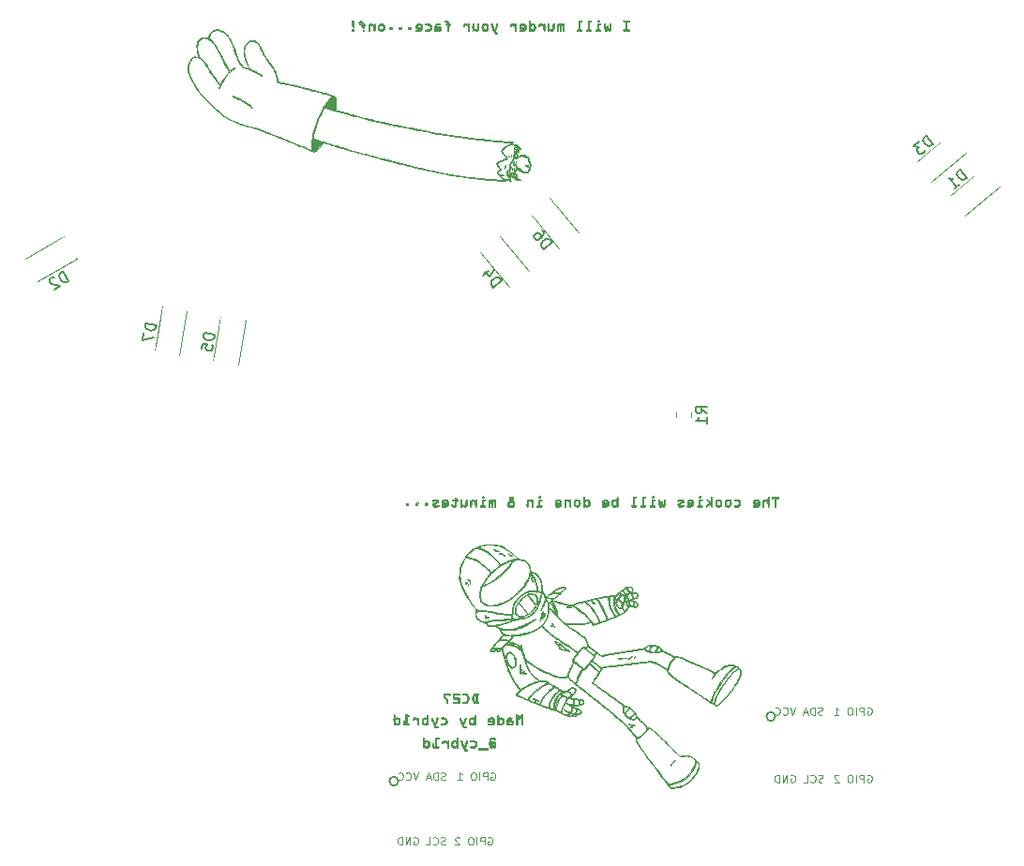
<source format=gbr>
G04 #@! TF.GenerationSoftware,KiCad,Pcbnew,(5.1.2)-1*
G04 #@! TF.CreationDate,2019-06-03T17:34:52+01:00*
G04 #@! TF.ProjectId,Lord Commander,4c6f7264-2043-46f6-9d6d-616e6465722e,rev?*
G04 #@! TF.SameCoordinates,Original*
G04 #@! TF.FileFunction,Legend,Bot*
G04 #@! TF.FilePolarity,Positive*
%FSLAX46Y46*%
G04 Gerber Fmt 4.6, Leading zero omitted, Abs format (unit mm)*
G04 Created by KiCad (PCBNEW (5.1.2)-1) date 2019-06-03 17:34:52*
%MOMM*%
%LPD*%
G04 APERTURE LIST*
%ADD10C,0.010000*%
%ADD11C,0.150000*%
%ADD12C,0.120000*%
%ADD13C,0.100000*%
%ADD14C,2.100000*%
%ADD15O,2.100000X2.100000*%
%ADD16C,1.825000*%
%ADD17C,1.550000*%
G04 APERTURE END LIST*
D10*
G36*
X-25431925Y25072848D02*
G01*
X-25359271Y25045844D01*
X-25261510Y25004413D01*
X-25144667Y24951484D01*
X-25014768Y24889984D01*
X-24877840Y24822840D01*
X-24739909Y24752979D01*
X-24606999Y24683328D01*
X-24485139Y24616815D01*
X-24380352Y24556366D01*
X-24341666Y24532731D01*
X-24232361Y24460632D01*
X-24121355Y24380713D01*
X-24014192Y24297704D01*
X-23916418Y24216336D01*
X-23833578Y24141339D01*
X-23771215Y24077444D01*
X-23734874Y24029381D01*
X-23727833Y24009015D01*
X-23731039Y23990654D01*
X-23743707Y23986703D01*
X-23770412Y24000041D01*
X-23815731Y24033546D01*
X-23884240Y24090096D01*
X-23960666Y24155454D01*
X-24061791Y24238862D01*
X-24175421Y24326755D01*
X-24285420Y24406901D01*
X-24352250Y24452255D01*
X-24439622Y24505290D01*
X-24555883Y24570612D01*
X-24692118Y24643699D01*
X-24839413Y24720030D01*
X-24988854Y24795083D01*
X-25131525Y24864334D01*
X-25258513Y24923263D01*
X-25360901Y24967347D01*
X-25390269Y24978804D01*
X-25453250Y25008336D01*
X-25494506Y25038978D01*
X-25509399Y25064947D01*
X-25493292Y25080463D01*
X-25473445Y25082500D01*
X-25431925Y25072848D01*
X-25431925Y25072848D01*
G37*
X-25431925Y25072848D02*
X-25359271Y25045844D01*
X-25261510Y25004413D01*
X-25144667Y24951484D01*
X-25014768Y24889984D01*
X-24877840Y24822840D01*
X-24739909Y24752979D01*
X-24606999Y24683328D01*
X-24485139Y24616815D01*
X-24380352Y24556366D01*
X-24341666Y24532731D01*
X-24232361Y24460632D01*
X-24121355Y24380713D01*
X-24014192Y24297704D01*
X-23916418Y24216336D01*
X-23833578Y24141339D01*
X-23771215Y24077444D01*
X-23734874Y24029381D01*
X-23727833Y24009015D01*
X-23731039Y23990654D01*
X-23743707Y23986703D01*
X-23770412Y24000041D01*
X-23815731Y24033546D01*
X-23884240Y24090096D01*
X-23960666Y24155454D01*
X-24061791Y24238862D01*
X-24175421Y24326755D01*
X-24285420Y24406901D01*
X-24352250Y24452255D01*
X-24439622Y24505290D01*
X-24555883Y24570612D01*
X-24692118Y24643699D01*
X-24839413Y24720030D01*
X-24988854Y24795083D01*
X-25131525Y24864334D01*
X-25258513Y24923263D01*
X-25360901Y24967347D01*
X-25390269Y24978804D01*
X-25453250Y25008336D01*
X-25494506Y25038978D01*
X-25509399Y25064947D01*
X-25493292Y25080463D01*
X-25473445Y25082500D01*
X-25431925Y25072848D01*
G36*
X758428Y19631901D02*
G01*
X762000Y19622750D01*
X747995Y19595110D01*
X720848Y19588491D01*
X712036Y19593854D01*
X699160Y19624580D01*
X721815Y19642053D01*
X730250Y19642667D01*
X758428Y19631901D01*
X758428Y19631901D01*
G37*
X758428Y19631901D02*
X762000Y19622750D01*
X747995Y19595110D01*
X720848Y19588491D01*
X712036Y19593854D01*
X699160Y19624580D01*
X721815Y19642053D01*
X730250Y19642667D01*
X758428Y19631901D01*
G36*
X875252Y19632742D02*
G01*
X921162Y19608475D01*
X961534Y19578129D01*
X985266Y19549968D01*
X982432Y19532844D01*
X953525Y19535105D01*
X902245Y19553117D01*
X873125Y19566466D01*
X809474Y19602318D01*
X786094Y19627019D01*
X803124Y19640294D01*
X834903Y19642667D01*
X875252Y19632742D01*
X875252Y19632742D01*
G37*
X875252Y19632742D02*
X921162Y19608475D01*
X961534Y19578129D01*
X985266Y19549968D01*
X982432Y19532844D01*
X953525Y19535105D01*
X902245Y19553117D01*
X873125Y19566466D01*
X809474Y19602318D01*
X786094Y19627019D01*
X803124Y19640294D01*
X834903Y19642667D01*
X875252Y19632742D01*
G36*
X1170270Y18855783D02*
G01*
X1200724Y18825685D01*
X1206500Y18805839D01*
X1197844Y18778826D01*
X1168758Y18782252D01*
X1124759Y18809033D01*
X1092632Y18842109D01*
X1096611Y18863911D01*
X1129505Y18871727D01*
X1170270Y18855783D01*
X1170270Y18855783D01*
G37*
X1170270Y18855783D02*
X1200724Y18825685D01*
X1206500Y18805839D01*
X1197844Y18778826D01*
X1168758Y18782252D01*
X1124759Y18809033D01*
X1092632Y18842109D01*
X1096611Y18863911D01*
X1129505Y18871727D01*
X1170270Y18855783D01*
G36*
X985901Y18832550D02*
G01*
X1040372Y18806286D01*
X1072211Y18784340D01*
X1126147Y18735747D01*
X1144257Y18703585D01*
X1130789Y18690631D01*
X1089988Y18699665D01*
X1026102Y18733465D01*
X1010330Y18743847D01*
X962728Y18780341D01*
X934591Y18809929D01*
X931334Y18817930D01*
X946502Y18837159D01*
X985901Y18832550D01*
X985901Y18832550D01*
G37*
X985901Y18832550D02*
X1040372Y18806286D01*
X1072211Y18784340D01*
X1126147Y18735747D01*
X1144257Y18703585D01*
X1130789Y18690631D01*
X1089988Y18699665D01*
X1026102Y18733465D01*
X1010330Y18743847D01*
X962728Y18780341D01*
X934591Y18809929D01*
X931334Y18817930D01*
X946502Y18837159D01*
X985901Y18832550D01*
G36*
X-42333Y18533181D02*
G01*
X-59376Y18504023D01*
X-75847Y18499667D01*
X-100534Y18511974D01*
X-100982Y18524803D01*
X-79914Y18552755D01*
X-54551Y18556309D01*
X-42333Y18533181D01*
X-42333Y18533181D01*
G37*
X-42333Y18533181D02*
X-59376Y18504023D01*
X-75847Y18499667D01*
X-100534Y18511974D01*
X-100982Y18524803D01*
X-79914Y18552755D01*
X-54551Y18556309D01*
X-42333Y18533181D01*
G36*
X-300380Y18633580D02*
G01*
X-264500Y18605422D01*
X-225322Y18542840D01*
X-210140Y18461706D01*
X-221098Y18379729D01*
X-233578Y18350109D01*
X-260845Y18313230D01*
X-279404Y18315320D01*
X-286465Y18353432D01*
X-282784Y18402108D01*
X-280520Y18483253D01*
X-302420Y18549344D01*
X-308535Y18560207D01*
X-332712Y18614024D01*
X-328816Y18639691D01*
X-300380Y18633580D01*
X-300380Y18633580D01*
G37*
X-300380Y18633580D02*
X-264500Y18605422D01*
X-225322Y18542840D01*
X-210140Y18461706D01*
X-221098Y18379729D01*
X-233578Y18350109D01*
X-260845Y18313230D01*
X-279404Y18315320D01*
X-286465Y18353432D01*
X-282784Y18402108D01*
X-280520Y18483253D01*
X-302420Y18549344D01*
X-308535Y18560207D01*
X-332712Y18614024D01*
X-328816Y18639691D01*
X-300380Y18633580D01*
G36*
X-234189Y18133962D02*
G01*
X-236217Y18107744D01*
X-272944Y18077523D01*
X-313661Y18068506D01*
X-338860Y18087150D01*
X-351091Y18112949D01*
X-328831Y18131359D01*
X-314624Y18137137D01*
X-262350Y18146656D01*
X-234189Y18133962D01*
X-234189Y18133962D01*
G37*
X-234189Y18133962D02*
X-236217Y18107744D01*
X-272944Y18077523D01*
X-313661Y18068506D01*
X-338860Y18087150D01*
X-351091Y18112949D01*
X-328831Y18131359D01*
X-314624Y18137137D01*
X-262350Y18146656D01*
X-234189Y18133962D01*
G36*
X164223Y20507777D02*
G01*
X163625Y20497075D01*
X131359Y20468639D01*
X129947Y20467463D01*
X77964Y20434259D01*
X39037Y20428153D01*
X21454Y20450068D01*
X21167Y20455319D01*
X40302Y20488440D01*
X92189Y20507136D01*
X134023Y20509796D01*
X164223Y20507777D01*
X164223Y20507777D01*
G37*
X164223Y20507777D02*
X163625Y20497075D01*
X131359Y20468639D01*
X129947Y20467463D01*
X77964Y20434259D01*
X39037Y20428153D01*
X21454Y20450068D01*
X21167Y20455319D01*
X40302Y20488440D01*
X92189Y20507136D01*
X134023Y20509796D01*
X164223Y20507777D01*
G36*
X-529782Y19626560D02*
G01*
X-529166Y19621500D01*
X-545274Y19600949D01*
X-550333Y19600334D01*
X-570885Y19616441D01*
X-571500Y19621500D01*
X-555393Y19642052D01*
X-550333Y19642667D01*
X-529782Y19626560D01*
X-529782Y19626560D01*
G37*
X-529782Y19626560D02*
X-529166Y19621500D01*
X-545274Y19600949D01*
X-550333Y19600334D01*
X-570885Y19616441D01*
X-571500Y19621500D01*
X-555393Y19642052D01*
X-550333Y19642667D01*
X-529782Y19626560D01*
G36*
X-328247Y19732853D02*
G01*
X-318024Y19684229D01*
X-317500Y19665598D01*
X-322203Y19606844D01*
X-338330Y19581661D01*
X-350528Y19579167D01*
X-372449Y19590030D01*
X-378542Y19628641D01*
X-376986Y19656906D01*
X-364784Y19718160D01*
X-346186Y19743820D01*
X-328247Y19732853D01*
X-328247Y19732853D01*
G37*
X-328247Y19732853D02*
X-318024Y19684229D01*
X-317500Y19665598D01*
X-322203Y19606844D01*
X-338330Y19581661D01*
X-350528Y19579167D01*
X-372449Y19590030D01*
X-378542Y19628641D01*
X-376986Y19656906D01*
X-364784Y19718160D01*
X-346186Y19743820D01*
X-328247Y19732853D01*
G36*
X-853987Y18783764D02*
G01*
X-857212Y18748375D01*
X-870492Y18700198D01*
X-887098Y18630439D01*
X-895983Y18589625D01*
X-916117Y18514739D01*
X-936281Y18481524D01*
X-956242Y18490243D01*
X-966073Y18510410D01*
X-970454Y18558098D01*
X-961770Y18627782D01*
X-942918Y18702246D01*
X-926623Y18744969D01*
X-899122Y18783878D01*
X-871161Y18796994D01*
X-853987Y18783764D01*
X-853987Y18783764D01*
G37*
X-853987Y18783764D02*
X-857212Y18748375D01*
X-870492Y18700198D01*
X-887098Y18630439D01*
X-895983Y18589625D01*
X-916117Y18514739D01*
X-936281Y18481524D01*
X-956242Y18490243D01*
X-966073Y18510410D01*
X-970454Y18558098D01*
X-961770Y18627782D01*
X-942918Y18702246D01*
X-926623Y18744969D01*
X-899122Y18783878D01*
X-871161Y18796994D01*
X-853987Y18783764D01*
G36*
X-1293555Y17953356D02*
G01*
X-1291166Y17938750D01*
X-1302596Y17910583D01*
X-1312333Y17907000D01*
X-1331112Y17924145D01*
X-1333500Y17938750D01*
X-1322070Y17966918D01*
X-1312333Y17970500D01*
X-1293555Y17953356D01*
X-1293555Y17953356D01*
G37*
X-1293555Y17953356D02*
X-1291166Y17938750D01*
X-1302596Y17910583D01*
X-1312333Y17907000D01*
X-1331112Y17924145D01*
X-1333500Y17938750D01*
X-1322070Y17966918D01*
X-1312333Y17970500D01*
X-1293555Y17953356D01*
G36*
X-1150818Y17982699D02*
G01*
X-1101479Y17961066D01*
X-1053211Y17934675D01*
X-1021192Y17911433D01*
X-1016000Y17903080D01*
X-1032790Y17888020D01*
X-1075087Y17890916D01*
X-1130786Y17910300D01*
X-1148291Y17919107D01*
X-1189863Y17949007D01*
X-1206917Y17975957D01*
X-1194730Y17990878D01*
X-1186051Y17991667D01*
X-1150818Y17982699D01*
X-1150818Y17982699D01*
G37*
X-1150818Y17982699D02*
X-1101479Y17961066D01*
X-1053211Y17934675D01*
X-1021192Y17911433D01*
X-1016000Y17903080D01*
X-1032790Y17888020D01*
X-1075087Y17890916D01*
X-1130786Y17910300D01*
X-1148291Y17919107D01*
X-1189863Y17949007D01*
X-1206917Y17975957D01*
X-1194730Y17990878D01*
X-1186051Y17991667D01*
X-1150818Y17982699D01*
G36*
X-1877399Y-15875186D02*
G01*
X-1822862Y-15908982D01*
X-1692857Y-15973542D01*
X-1532928Y-16011636D01*
X-1412875Y-16022474D01*
X-1397417Y-16039499D01*
X-1397000Y-16044333D01*
X-1415928Y-16058476D01*
X-1465091Y-16065645D01*
X-1533059Y-16066353D01*
X-1608404Y-16061117D01*
X-1679694Y-16050451D01*
X-1735499Y-16034872D01*
X-1749073Y-16028458D01*
X-1822590Y-15982069D01*
X-1885236Y-15933703D01*
X-1928826Y-15890563D01*
X-1945175Y-15859853D01*
X-1944646Y-15856353D01*
X-1924196Y-15853962D01*
X-1877399Y-15875186D01*
X-1877399Y-15875186D01*
G37*
X-1877399Y-15875186D02*
X-1822862Y-15908982D01*
X-1692857Y-15973542D01*
X-1532928Y-16011636D01*
X-1412875Y-16022474D01*
X-1397417Y-16039499D01*
X-1397000Y-16044333D01*
X-1415928Y-16058476D01*
X-1465091Y-16065645D01*
X-1533059Y-16066353D01*
X-1608404Y-16061117D01*
X-1679694Y-16050451D01*
X-1735499Y-16034872D01*
X-1749073Y-16028458D01*
X-1822590Y-15982069D01*
X-1885236Y-15933703D01*
X-1928826Y-15890563D01*
X-1945175Y-15859853D01*
X-1944646Y-15856353D01*
X-1924196Y-15853962D01*
X-1877399Y-15875186D01*
G36*
X-1265852Y-16238046D02*
G01*
X-1219990Y-16246440D01*
X-1206500Y-16256000D01*
X-1225780Y-16267274D01*
X-1276145Y-16274918D01*
X-1333500Y-16277166D01*
X-1401147Y-16273953D01*
X-1447010Y-16265559D01*
X-1460500Y-16256000D01*
X-1441220Y-16244725D01*
X-1390854Y-16237081D01*
X-1333500Y-16234833D01*
X-1265852Y-16238046D01*
X-1265852Y-16238046D01*
G37*
X-1265852Y-16238046D02*
X-1219990Y-16246440D01*
X-1206500Y-16256000D01*
X-1225780Y-16267274D01*
X-1276145Y-16274918D01*
X-1333500Y-16277166D01*
X-1401147Y-16273953D01*
X-1447010Y-16265559D01*
X-1460500Y-16256000D01*
X-1441220Y-16244725D01*
X-1390854Y-16237081D01*
X-1333500Y-16234833D01*
X-1265852Y-16238046D01*
G36*
X-1065301Y-16328436D02*
G01*
X-1044059Y-16348136D01*
X-1053678Y-16369511D01*
X-1054870Y-16370276D01*
X-1083971Y-16367845D01*
X-1113423Y-16351245D01*
X-1140537Y-16328403D01*
X-1131528Y-16321059D01*
X-1107207Y-16320173D01*
X-1065301Y-16328436D01*
X-1065301Y-16328436D01*
G37*
X-1065301Y-16328436D02*
X-1044059Y-16348136D01*
X-1053678Y-16369511D01*
X-1054870Y-16370276D01*
X-1083971Y-16367845D01*
X-1113423Y-16351245D01*
X-1140537Y-16328403D01*
X-1131528Y-16321059D01*
X-1107207Y-16320173D01*
X-1065301Y-16328436D01*
G36*
X-947208Y-16432481D02*
G01*
X-944549Y-16440207D01*
X-973666Y-16443157D01*
X-1003715Y-16439831D01*
X-1000125Y-16432481D01*
X-956789Y-16429686D01*
X-947208Y-16432481D01*
X-947208Y-16432481D01*
G37*
X-947208Y-16432481D02*
X-944549Y-16440207D01*
X-973666Y-16443157D01*
X-1003715Y-16439831D01*
X-1000125Y-16432481D01*
X-956789Y-16429686D01*
X-947208Y-16432481D01*
G36*
X-520113Y-16263481D02*
G01*
X-480528Y-16309056D01*
X-424947Y-16364063D01*
X-361256Y-16407544D01*
X-346713Y-16414445D01*
X-302396Y-16439191D01*
X-284315Y-16462244D01*
X-285476Y-16467223D01*
X-321225Y-16486487D01*
X-384729Y-16477785D01*
X-433925Y-16459498D01*
X-506683Y-16415506D01*
X-548248Y-16354796D01*
X-563437Y-16301607D01*
X-567901Y-16251379D01*
X-553542Y-16238664D01*
X-520113Y-16263481D01*
X-520113Y-16263481D01*
G37*
X-520113Y-16263481D02*
X-480528Y-16309056D01*
X-424947Y-16364063D01*
X-361256Y-16407544D01*
X-346713Y-16414445D01*
X-302396Y-16439191D01*
X-284315Y-16462244D01*
X-285476Y-16467223D01*
X-321225Y-16486487D01*
X-384729Y-16477785D01*
X-433925Y-16459498D01*
X-506683Y-16415506D01*
X-548248Y-16354796D01*
X-563437Y-16301607D01*
X-567901Y-16251379D01*
X-553542Y-16238664D01*
X-520113Y-16263481D01*
G36*
X1525960Y-18392831D02*
G01*
X1540652Y-18450971D01*
X1545167Y-18534417D01*
X1551724Y-18602795D01*
X1576261Y-18663387D01*
X1619250Y-18726230D01*
X1670546Y-18799774D01*
X1693077Y-18845861D01*
X1688252Y-18862566D01*
X1657481Y-18847967D01*
X1602176Y-18800140D01*
X1580740Y-18778748D01*
X1530063Y-18718474D01*
X1500107Y-18655858D01*
X1481444Y-18572383D01*
X1470632Y-18474316D01*
X1474473Y-18407232D01*
X1492570Y-18374999D01*
X1501995Y-18372666D01*
X1525960Y-18392831D01*
X1525960Y-18392831D01*
G37*
X1525960Y-18392831D02*
X1540652Y-18450971D01*
X1545167Y-18534417D01*
X1551724Y-18602795D01*
X1576261Y-18663387D01*
X1619250Y-18726230D01*
X1670546Y-18799774D01*
X1693077Y-18845861D01*
X1688252Y-18862566D01*
X1657481Y-18847967D01*
X1602176Y-18800140D01*
X1580740Y-18778748D01*
X1530063Y-18718474D01*
X1500107Y-18655858D01*
X1481444Y-18572383D01*
X1470632Y-18474316D01*
X1474473Y-18407232D01*
X1492570Y-18374999D01*
X1501995Y-18372666D01*
X1525960Y-18392831D01*
G36*
X-4401564Y-18847090D02*
G01*
X-4369937Y-18860313D01*
X-4351318Y-18882741D01*
X-4359630Y-18907990D01*
X-4384484Y-18936760D01*
X-4427864Y-18976433D01*
X-4457163Y-18981849D01*
X-4481988Y-18953835D01*
X-4486588Y-18945558D01*
X-4504452Y-18902814D01*
X-4508500Y-18882461D01*
X-4490664Y-18859154D01*
X-4449065Y-18846412D01*
X-4401564Y-18847090D01*
X-4401564Y-18847090D01*
G37*
X-4401564Y-18847090D02*
X-4369937Y-18860313D01*
X-4351318Y-18882741D01*
X-4359630Y-18907990D01*
X-4384484Y-18936760D01*
X-4427864Y-18976433D01*
X-4457163Y-18981849D01*
X-4481988Y-18953835D01*
X-4486588Y-18945558D01*
X-4504452Y-18902814D01*
X-4508500Y-18882461D01*
X-4490664Y-18859154D01*
X-4449065Y-18846412D01*
X-4401564Y-18847090D01*
G36*
X-4243492Y-18573907D02*
G01*
X-4181977Y-18601444D01*
X-4117119Y-18648342D01*
X-4086496Y-18677862D01*
X-4052321Y-18727266D01*
X-4033192Y-18792655D01*
X-4025939Y-18857089D01*
X-4024313Y-18939343D01*
X-4031651Y-18985009D01*
X-4044556Y-18992775D01*
X-4059632Y-18961325D01*
X-4073482Y-18889345D01*
X-4075112Y-18876110D01*
X-4088240Y-18794559D01*
X-4108673Y-18739716D01*
X-4142838Y-18695961D01*
X-4153508Y-18685643D01*
X-4203000Y-18647880D01*
X-4247098Y-18627710D01*
X-4255489Y-18626666D01*
X-4294440Y-18616728D01*
X-4309862Y-18595101D01*
X-4294104Y-18574067D01*
X-4289502Y-18572069D01*
X-4243492Y-18573907D01*
X-4243492Y-18573907D01*
G37*
X-4243492Y-18573907D02*
X-4181977Y-18601444D01*
X-4117119Y-18648342D01*
X-4086496Y-18677862D01*
X-4052321Y-18727266D01*
X-4033192Y-18792655D01*
X-4025939Y-18857089D01*
X-4024313Y-18939343D01*
X-4031651Y-18985009D01*
X-4044556Y-18992775D01*
X-4059632Y-18961325D01*
X-4073482Y-18889345D01*
X-4075112Y-18876110D01*
X-4088240Y-18794559D01*
X-4108673Y-18739716D01*
X-4142838Y-18695961D01*
X-4153508Y-18685643D01*
X-4203000Y-18647880D01*
X-4247098Y-18627710D01*
X-4255489Y-18626666D01*
X-4294440Y-18616728D01*
X-4309862Y-18595101D01*
X-4294104Y-18574067D01*
X-4289502Y-18572069D01*
X-4243492Y-18573907D01*
G36*
X-4221886Y-19054391D02*
G01*
X-4215748Y-19082883D01*
X-4221786Y-19128577D01*
X-4235573Y-19172908D01*
X-4252679Y-19197310D01*
X-4256182Y-19198166D01*
X-4271268Y-19180226D01*
X-4275342Y-19150541D01*
X-4267578Y-19102062D01*
X-4249759Y-19064441D01*
X-4229082Y-19050622D01*
X-4221886Y-19054391D01*
X-4221886Y-19054391D01*
G37*
X-4221886Y-19054391D02*
X-4215748Y-19082883D01*
X-4221786Y-19128577D01*
X-4235573Y-19172908D01*
X-4252679Y-19197310D01*
X-4256182Y-19198166D01*
X-4271268Y-19180226D01*
X-4275342Y-19150541D01*
X-4267578Y-19102062D01*
X-4249759Y-19064441D01*
X-4229082Y-19050622D01*
X-4221886Y-19054391D01*
G36*
X1607461Y-19869935D02*
G01*
X1729336Y-19911870D01*
X1835791Y-19972826D01*
X1865298Y-19996812D01*
X1929022Y-20058899D01*
X1972741Y-20116612D01*
X2000090Y-20180238D01*
X2014707Y-20260063D01*
X2020227Y-20366375D01*
X2020710Y-20436416D01*
X2019383Y-20545669D01*
X2014286Y-20626074D01*
X2003257Y-20691086D01*
X1984131Y-20754161D01*
X1959432Y-20817416D01*
X1864320Y-21014902D01*
X1745377Y-21208385D01*
X1609981Y-21387910D01*
X1465512Y-21543524D01*
X1344348Y-21647132D01*
X1192452Y-21754897D01*
X1054375Y-21840944D01*
X936201Y-21901629D01*
X886545Y-21921300D01*
X786101Y-21945715D01*
X666998Y-21959483D01*
X545349Y-21962015D01*
X437266Y-21952724D01*
X381000Y-21939768D01*
X277927Y-21895826D01*
X179078Y-21835774D01*
X96410Y-21768132D01*
X41883Y-21701417D01*
X38983Y-21696163D01*
X15237Y-21623209D01*
X1468Y-21521214D01*
X-2394Y-21402262D01*
X-1164Y-21376771D01*
X44049Y-21376771D01*
X46175Y-21433443D01*
X54837Y-21549682D01*
X72192Y-21634222D01*
X103086Y-21697523D01*
X152361Y-21750044D01*
X213542Y-21794836D01*
X339009Y-21861887D01*
X469866Y-21903749D01*
X596518Y-21918874D01*
X709367Y-21905716D01*
X765900Y-21883896D01*
X814417Y-21869396D01*
X858268Y-21865166D01*
X905710Y-21856197D01*
X964964Y-21833761D01*
X1022594Y-21804566D01*
X1065164Y-21775318D01*
X1079500Y-21754732D01*
X1067757Y-21715664D01*
X1035524Y-21650210D01*
X987293Y-21566156D01*
X927557Y-21471291D01*
X860807Y-21373402D01*
X854161Y-21364084D01*
X731251Y-21201353D01*
X606730Y-21052880D01*
X487415Y-20926322D01*
X380118Y-20829339D01*
X374078Y-20824522D01*
X267500Y-20740277D01*
X218261Y-20821180D01*
X186929Y-20880092D01*
X148544Y-20962834D01*
X110444Y-21053426D01*
X103384Y-21071391D01*
X71298Y-21158572D01*
X52528Y-21227048D01*
X44352Y-21294040D01*
X44049Y-21376771D01*
X-1164Y-21376771D01*
X3581Y-21278437D01*
X19325Y-21161822D01*
X42568Y-21070733D01*
X127653Y-20874555D01*
X227589Y-20708974D01*
X373736Y-20708974D01*
X376560Y-20739637D01*
X393979Y-20772189D01*
X430980Y-20815473D01*
X492545Y-20878330D01*
X503198Y-20888986D01*
X596985Y-20988022D01*
X698202Y-21103839D01*
X799980Y-21227727D01*
X895449Y-21350979D01*
X977740Y-21464885D01*
X1039985Y-21560738D01*
X1057622Y-21591868D01*
X1095674Y-21655365D01*
X1130695Y-21700399D01*
X1154540Y-21717000D01*
X1183473Y-21703997D01*
X1234826Y-21669279D01*
X1299401Y-21619281D01*
X1327027Y-21596314D01*
X1401427Y-21531050D01*
X1471539Y-21465873D01*
X1524674Y-21412667D01*
X1533687Y-21402776D01*
X1590207Y-21335170D01*
X1652707Y-21254654D01*
X1714281Y-21170827D01*
X1768023Y-21093284D01*
X1807027Y-21031624D01*
X1822507Y-21001435D01*
X1829627Y-20972356D01*
X1826702Y-20939687D01*
X1810897Y-20898288D01*
X1779374Y-20843022D01*
X1729297Y-20768752D01*
X1657828Y-20670340D01*
X1588534Y-20577665D01*
X1475035Y-20433844D01*
X1363536Y-20305586D01*
X1259097Y-20198113D01*
X1166778Y-20116651D01*
X1095087Y-20068206D01*
X1063897Y-20054741D01*
X1034592Y-20054151D01*
X996463Y-20069721D01*
X938803Y-20104736D01*
X905794Y-20126289D01*
X786580Y-20211968D01*
X672110Y-20307515D01*
X568440Y-20406644D01*
X481626Y-20503071D01*
X417725Y-20590511D01*
X382793Y-20662680D01*
X380525Y-20671358D01*
X373736Y-20708974D01*
X227589Y-20708974D01*
X244362Y-20681185D01*
X386952Y-20496035D01*
X549681Y-20324516D01*
X726805Y-20172040D01*
X912581Y-20044019D01*
X997406Y-19999893D01*
X1182836Y-19999893D01*
X1198519Y-20037660D01*
X1246484Y-20095265D01*
X1290305Y-20142530D01*
X1357125Y-20216478D01*
X1434172Y-20305739D01*
X1515612Y-20403099D01*
X1595615Y-20501343D01*
X1668348Y-20593258D01*
X1727978Y-20671631D01*
X1768675Y-20729246D01*
X1780674Y-20749091D01*
X1820644Y-20804847D01*
X1858728Y-20818560D01*
X1893617Y-20790515D01*
X1924003Y-20720998D01*
X1925044Y-20717566D01*
X1946743Y-20618454D01*
X1959980Y-20503016D01*
X1963947Y-20387174D01*
X1957836Y-20286847D01*
X1949231Y-20241587D01*
X1896962Y-20123752D01*
X1813676Y-20031111D01*
X1703987Y-19965995D01*
X1572507Y-19930736D01*
X1423850Y-19927665D01*
X1348802Y-19938109D01*
X1256046Y-19956868D01*
X1201368Y-19975212D01*
X1182836Y-19999893D01*
X997406Y-19999893D01*
X1101267Y-19945865D01*
X1287118Y-19882989D01*
X1308084Y-19878257D01*
X1386918Y-19864254D01*
X1460798Y-19855641D01*
X1489450Y-19854333D01*
X1607461Y-19869935D01*
X1607461Y-19869935D01*
G37*
X1607461Y-19869935D02*
X1729336Y-19911870D01*
X1835791Y-19972826D01*
X1865298Y-19996812D01*
X1929022Y-20058899D01*
X1972741Y-20116612D01*
X2000090Y-20180238D01*
X2014707Y-20260063D01*
X2020227Y-20366375D01*
X2020710Y-20436416D01*
X2019383Y-20545669D01*
X2014286Y-20626074D01*
X2003257Y-20691086D01*
X1984131Y-20754161D01*
X1959432Y-20817416D01*
X1864320Y-21014902D01*
X1745377Y-21208385D01*
X1609981Y-21387910D01*
X1465512Y-21543524D01*
X1344348Y-21647132D01*
X1192452Y-21754897D01*
X1054375Y-21840944D01*
X936201Y-21901629D01*
X886545Y-21921300D01*
X786101Y-21945715D01*
X666998Y-21959483D01*
X545349Y-21962015D01*
X437266Y-21952724D01*
X381000Y-21939768D01*
X277927Y-21895826D01*
X179078Y-21835774D01*
X96410Y-21768132D01*
X41883Y-21701417D01*
X38983Y-21696163D01*
X15237Y-21623209D01*
X1468Y-21521214D01*
X-2394Y-21402262D01*
X-1164Y-21376771D01*
X44049Y-21376771D01*
X46175Y-21433443D01*
X54837Y-21549682D01*
X72192Y-21634222D01*
X103086Y-21697523D01*
X152361Y-21750044D01*
X213542Y-21794836D01*
X339009Y-21861887D01*
X469866Y-21903749D01*
X596518Y-21918874D01*
X709367Y-21905716D01*
X765900Y-21883896D01*
X814417Y-21869396D01*
X858268Y-21865166D01*
X905710Y-21856197D01*
X964964Y-21833761D01*
X1022594Y-21804566D01*
X1065164Y-21775318D01*
X1079500Y-21754732D01*
X1067757Y-21715664D01*
X1035524Y-21650210D01*
X987293Y-21566156D01*
X927557Y-21471291D01*
X860807Y-21373402D01*
X854161Y-21364084D01*
X731251Y-21201353D01*
X606730Y-21052880D01*
X487415Y-20926322D01*
X380118Y-20829339D01*
X374078Y-20824522D01*
X267500Y-20740277D01*
X218261Y-20821180D01*
X186929Y-20880092D01*
X148544Y-20962834D01*
X110444Y-21053426D01*
X103384Y-21071391D01*
X71298Y-21158572D01*
X52528Y-21227048D01*
X44352Y-21294040D01*
X44049Y-21376771D01*
X-1164Y-21376771D01*
X3581Y-21278437D01*
X19325Y-21161822D01*
X42568Y-21070733D01*
X127653Y-20874555D01*
X227589Y-20708974D01*
X373736Y-20708974D01*
X376560Y-20739637D01*
X393979Y-20772189D01*
X430980Y-20815473D01*
X492545Y-20878330D01*
X503198Y-20888986D01*
X596985Y-20988022D01*
X698202Y-21103839D01*
X799980Y-21227727D01*
X895449Y-21350979D01*
X977740Y-21464885D01*
X1039985Y-21560738D01*
X1057622Y-21591868D01*
X1095674Y-21655365D01*
X1130695Y-21700399D01*
X1154540Y-21717000D01*
X1183473Y-21703997D01*
X1234826Y-21669279D01*
X1299401Y-21619281D01*
X1327027Y-21596314D01*
X1401427Y-21531050D01*
X1471539Y-21465873D01*
X1524674Y-21412667D01*
X1533687Y-21402776D01*
X1590207Y-21335170D01*
X1652707Y-21254654D01*
X1714281Y-21170827D01*
X1768023Y-21093284D01*
X1807027Y-21031624D01*
X1822507Y-21001435D01*
X1829627Y-20972356D01*
X1826702Y-20939687D01*
X1810897Y-20898288D01*
X1779374Y-20843022D01*
X1729297Y-20768752D01*
X1657828Y-20670340D01*
X1588534Y-20577665D01*
X1475035Y-20433844D01*
X1363536Y-20305586D01*
X1259097Y-20198113D01*
X1166778Y-20116651D01*
X1095087Y-20068206D01*
X1063897Y-20054741D01*
X1034592Y-20054151D01*
X996463Y-20069721D01*
X938803Y-20104736D01*
X905794Y-20126289D01*
X786580Y-20211968D01*
X672110Y-20307515D01*
X568440Y-20406644D01*
X481626Y-20503071D01*
X417725Y-20590511D01*
X382793Y-20662680D01*
X380525Y-20671358D01*
X373736Y-20708974D01*
X227589Y-20708974D01*
X244362Y-20681185D01*
X386952Y-20496035D01*
X549681Y-20324516D01*
X726805Y-20172040D01*
X912581Y-20044019D01*
X997406Y-19999893D01*
X1182836Y-19999893D01*
X1198519Y-20037660D01*
X1246484Y-20095265D01*
X1290305Y-20142530D01*
X1357125Y-20216478D01*
X1434172Y-20305739D01*
X1515612Y-20403099D01*
X1595615Y-20501343D01*
X1668348Y-20593258D01*
X1727978Y-20671631D01*
X1768675Y-20729246D01*
X1780674Y-20749091D01*
X1820644Y-20804847D01*
X1858728Y-20818560D01*
X1893617Y-20790515D01*
X1924003Y-20720998D01*
X1925044Y-20717566D01*
X1946743Y-20618454D01*
X1959980Y-20503016D01*
X1963947Y-20387174D01*
X1957836Y-20286847D01*
X1949231Y-20241587D01*
X1896962Y-20123752D01*
X1813676Y-20031111D01*
X1703987Y-19965995D01*
X1572507Y-19930736D01*
X1423850Y-19927665D01*
X1348802Y-19938109D01*
X1256046Y-19956868D01*
X1201368Y-19975212D01*
X1182836Y-19999893D01*
X997406Y-19999893D01*
X1101267Y-19945865D01*
X1287118Y-19882989D01*
X1308084Y-19878257D01*
X1386918Y-19864254D01*
X1460798Y-19855641D01*
X1489450Y-19854333D01*
X1607461Y-19869935D01*
G36*
X-2569685Y-21948243D02*
G01*
X-2523028Y-21963948D01*
X-2463515Y-21988849D01*
X-2403310Y-22017426D01*
X-2354580Y-22044162D01*
X-2329487Y-22063537D01*
X-2328333Y-22066554D01*
X-2346153Y-22075160D01*
X-2389306Y-22073850D01*
X-2442329Y-22064020D01*
X-2476065Y-22053210D01*
X-2532899Y-22023237D01*
X-2575360Y-21987925D01*
X-2593301Y-21956602D01*
X-2591322Y-21947252D01*
X-2569685Y-21948243D01*
X-2569685Y-21948243D01*
G37*
X-2569685Y-21948243D02*
X-2523028Y-21963948D01*
X-2463515Y-21988849D01*
X-2403310Y-22017426D01*
X-2354580Y-22044162D01*
X-2329487Y-22063537D01*
X-2328333Y-22066554D01*
X-2346153Y-22075160D01*
X-2389306Y-22073850D01*
X-2442329Y-22064020D01*
X-2476065Y-22053210D01*
X-2532899Y-22023237D01*
X-2575360Y-21987925D01*
X-2593301Y-21956602D01*
X-2591322Y-21947252D01*
X-2569685Y-21948243D01*
G36*
X-2697541Y-21790808D02*
G01*
X-2683415Y-21832458D01*
X-2668202Y-21911329D01*
X-2665293Y-21929089D01*
X-2650610Y-22005893D01*
X-2634248Y-22070189D01*
X-2622312Y-22102399D01*
X-2606367Y-22147416D01*
X-2614382Y-22167360D01*
X-2641280Y-22155598D01*
X-2653679Y-22143358D01*
X-2698500Y-22075482D01*
X-2730553Y-21991995D01*
X-2746655Y-21906881D01*
X-2743621Y-21834126D01*
X-2731327Y-21802279D01*
X-2712779Y-21782156D01*
X-2697541Y-21790808D01*
X-2697541Y-21790808D01*
G37*
X-2697541Y-21790808D02*
X-2683415Y-21832458D01*
X-2668202Y-21911329D01*
X-2665293Y-21929089D01*
X-2650610Y-22005893D01*
X-2634248Y-22070189D01*
X-2622312Y-22102399D01*
X-2606367Y-22147416D01*
X-2614382Y-22167360D01*
X-2641280Y-22155598D01*
X-2653679Y-22143358D01*
X-2698500Y-22075482D01*
X-2730553Y-21991995D01*
X-2746655Y-21906881D01*
X-2743621Y-21834126D01*
X-2731327Y-21802279D01*
X-2712779Y-21782156D01*
X-2697541Y-21790808D01*
G36*
X6924189Y-20522905D02*
G01*
X6983112Y-20547180D01*
X7053107Y-20585602D01*
X7123903Y-20631589D01*
X7185233Y-20678560D01*
X7226825Y-20719932D01*
X7239000Y-20745214D01*
X7222710Y-20761771D01*
X7186189Y-20762286D01*
X7147960Y-20747754D01*
X7138094Y-20739793D01*
X7114461Y-20728404D01*
X7099846Y-20750377D01*
X7078680Y-20779471D01*
X7044866Y-20778397D01*
X6992501Y-20746037D01*
X6966209Y-20725054D01*
X6923184Y-20681118D01*
X6904557Y-20644389D01*
X6905239Y-20635665D01*
X6901200Y-20597466D01*
X6884107Y-20569149D01*
X6863543Y-20539864D01*
X6874379Y-20524566D01*
X6886608Y-20519360D01*
X6924189Y-20522905D01*
X6924189Y-20522905D01*
G37*
X6924189Y-20522905D02*
X6983112Y-20547180D01*
X7053107Y-20585602D01*
X7123903Y-20631589D01*
X7185233Y-20678560D01*
X7226825Y-20719932D01*
X7239000Y-20745214D01*
X7222710Y-20761771D01*
X7186189Y-20762286D01*
X7147960Y-20747754D01*
X7138094Y-20739793D01*
X7114461Y-20728404D01*
X7099846Y-20750377D01*
X7078680Y-20779471D01*
X7044866Y-20778397D01*
X6992501Y-20746037D01*
X6966209Y-20725054D01*
X6923184Y-20681118D01*
X6904557Y-20644389D01*
X6905239Y-20635665D01*
X6901200Y-20597466D01*
X6884107Y-20569149D01*
X6863543Y-20539864D01*
X6874379Y-20524566D01*
X6886608Y-20519360D01*
X6924189Y-20522905D01*
G36*
X4977949Y-21067953D02*
G01*
X5045527Y-21077096D01*
X5089739Y-21090909D01*
X5101167Y-21104463D01*
X5081377Y-21112762D01*
X5027493Y-21119304D01*
X4947739Y-21123361D01*
X4877153Y-21124333D01*
X4772783Y-21123075D01*
X4705507Y-21118878D01*
X4670148Y-21111105D01*
X4661528Y-21099120D01*
X4661867Y-21097875D01*
X4686718Y-21081274D01*
X4741389Y-21070140D01*
X4815243Y-21064316D01*
X4897642Y-21063640D01*
X4977949Y-21067953D01*
X4977949Y-21067953D01*
G37*
X4977949Y-21067953D02*
X5045527Y-21077096D01*
X5089739Y-21090909D01*
X5101167Y-21104463D01*
X5081377Y-21112762D01*
X5027493Y-21119304D01*
X4947739Y-21123361D01*
X4877153Y-21124333D01*
X4772783Y-21123075D01*
X4705507Y-21118878D01*
X4670148Y-21111105D01*
X4661528Y-21099120D01*
X4661867Y-21097875D01*
X4686718Y-21081274D01*
X4741389Y-21070140D01*
X4815243Y-21064316D01*
X4897642Y-21063640D01*
X4977949Y-21067953D01*
G36*
X2580751Y-21450478D02*
G01*
X2573932Y-21489458D01*
X2556049Y-21568379D01*
X2546536Y-21641802D01*
X2546311Y-21697826D01*
X2555843Y-21724293D01*
X2583642Y-21720092D01*
X2614535Y-21695334D01*
X2655038Y-21659484D01*
X2676983Y-21661672D01*
X2680111Y-21701763D01*
X2676169Y-21727676D01*
X2675596Y-21806334D01*
X2696377Y-21853932D01*
X2724017Y-21900362D01*
X2723393Y-21919876D01*
X2691524Y-21919513D01*
X2670267Y-21915561D01*
X2635589Y-21911752D01*
X2611518Y-21922996D01*
X2589548Y-21957610D01*
X2562313Y-22021092D01*
X2525716Y-22099650D01*
X2490284Y-22155536D01*
X2460703Y-22182343D01*
X2445898Y-22180286D01*
X2447801Y-22157486D01*
X2461402Y-22107139D01*
X2478095Y-22056555D01*
X2499095Y-21984405D01*
X2504233Y-21935699D01*
X2499447Y-21921980D01*
X2478887Y-21910626D01*
X2457198Y-21922132D01*
X2430765Y-21961249D01*
X2395972Y-22032726D01*
X2370060Y-22092000D01*
X2326805Y-22190419D01*
X2294929Y-22255230D01*
X2270901Y-22292443D01*
X2251187Y-22308068D01*
X2242143Y-22309666D01*
X2242437Y-22290981D01*
X2255249Y-22239671D01*
X2278515Y-22162856D01*
X2310173Y-22067654D01*
X2322565Y-22032125D01*
X2420493Y-21754584D01*
X2373460Y-21719106D01*
X2342337Y-21684863D01*
X2349555Y-21664132D01*
X2391689Y-21663519D01*
X2401170Y-21665661D01*
X2429096Y-21666546D01*
X2452225Y-21647507D01*
X2477591Y-21600607D01*
X2495301Y-21559442D01*
X2524758Y-21498124D01*
X2552039Y-21456658D01*
X2572314Y-21439343D01*
X2580751Y-21450478D01*
X2580751Y-21450478D01*
G37*
X2580751Y-21450478D02*
X2573932Y-21489458D01*
X2556049Y-21568379D01*
X2546536Y-21641802D01*
X2546311Y-21697826D01*
X2555843Y-21724293D01*
X2583642Y-21720092D01*
X2614535Y-21695334D01*
X2655038Y-21659484D01*
X2676983Y-21661672D01*
X2680111Y-21701763D01*
X2676169Y-21727676D01*
X2675596Y-21806334D01*
X2696377Y-21853932D01*
X2724017Y-21900362D01*
X2723393Y-21919876D01*
X2691524Y-21919513D01*
X2670267Y-21915561D01*
X2635589Y-21911752D01*
X2611518Y-21922996D01*
X2589548Y-21957610D01*
X2562313Y-22021092D01*
X2525716Y-22099650D01*
X2490284Y-22155536D01*
X2460703Y-22182343D01*
X2445898Y-22180286D01*
X2447801Y-22157486D01*
X2461402Y-22107139D01*
X2478095Y-22056555D01*
X2499095Y-21984405D01*
X2504233Y-21935699D01*
X2499447Y-21921980D01*
X2478887Y-21910626D01*
X2457198Y-21922132D01*
X2430765Y-21961249D01*
X2395972Y-22032726D01*
X2370060Y-22092000D01*
X2326805Y-22190419D01*
X2294929Y-22255230D01*
X2270901Y-22292443D01*
X2251187Y-22308068D01*
X2242143Y-22309666D01*
X2242437Y-22290981D01*
X2255249Y-22239671D01*
X2278515Y-22162856D01*
X2310173Y-22067654D01*
X2322565Y-22032125D01*
X2420493Y-21754584D01*
X2373460Y-21719106D01*
X2342337Y-21684863D01*
X2349555Y-21664132D01*
X2391689Y-21663519D01*
X2401170Y-21665661D01*
X2429096Y-21666546D01*
X2452225Y-21647507D01*
X2477591Y-21600607D01*
X2495301Y-21559442D01*
X2524758Y-21498124D01*
X2552039Y-21456658D01*
X2572314Y-21439343D01*
X2580751Y-21450478D01*
G36*
X3349298Y-22556868D02*
G01*
X3389944Y-22590876D01*
X3427920Y-22630873D01*
X3449134Y-22663211D01*
X3450167Y-22668489D01*
X3437599Y-22690282D01*
X3406812Y-22684766D01*
X3368184Y-22655848D01*
X3345775Y-22629190D01*
X3311672Y-22576821D01*
X3303826Y-22549975D01*
X3320076Y-22542500D01*
X3349298Y-22556868D01*
X3349298Y-22556868D01*
G37*
X3349298Y-22556868D02*
X3389944Y-22590876D01*
X3427920Y-22630873D01*
X3449134Y-22663211D01*
X3450167Y-22668489D01*
X3437599Y-22690282D01*
X3406812Y-22684766D01*
X3368184Y-22655848D01*
X3345775Y-22629190D01*
X3311672Y-22576821D01*
X3303826Y-22549975D01*
X3320076Y-22542500D01*
X3349298Y-22556868D01*
G36*
X3334583Y-22758168D02*
G01*
X3414153Y-22774561D01*
X3490207Y-22796307D01*
X3551951Y-22821042D01*
X3588592Y-22846401D01*
X3593402Y-22854708D01*
X3592937Y-22870397D01*
X3574820Y-22876580D01*
X3533392Y-22872689D01*
X3462996Y-22858159D01*
X3357974Y-22832423D01*
X3349764Y-22830336D01*
X3271838Y-22808002D01*
X3213723Y-22786543D01*
X3184395Y-22769485D01*
X3182711Y-22764750D01*
X3208068Y-22750898D01*
X3262290Y-22749492D01*
X3334583Y-22758168D01*
X3334583Y-22758168D01*
G37*
X3334583Y-22758168D02*
X3414153Y-22774561D01*
X3490207Y-22796307D01*
X3551951Y-22821042D01*
X3588592Y-22846401D01*
X3593402Y-22854708D01*
X3592937Y-22870397D01*
X3574820Y-22876580D01*
X3533392Y-22872689D01*
X3462996Y-22858159D01*
X3357974Y-22832423D01*
X3349764Y-22830336D01*
X3271838Y-22808002D01*
X3213723Y-22786543D01*
X3184395Y-22769485D01*
X3182711Y-22764750D01*
X3208068Y-22750898D01*
X3262290Y-22749492D01*
X3334583Y-22758168D01*
G36*
X10855907Y-25550830D02*
G01*
X10865430Y-25569414D01*
X10845911Y-25612049D01*
X10833231Y-25631598D01*
X10790139Y-25685786D01*
X10755583Y-25711824D01*
X10734957Y-25706684D01*
X10731500Y-25688694D01*
X10744770Y-25649566D01*
X10776687Y-25604686D01*
X10815407Y-25567179D01*
X10849089Y-25550166D01*
X10855907Y-25550830D01*
X10855907Y-25550830D01*
G37*
X10855907Y-25550830D02*
X10865430Y-25569414D01*
X10845911Y-25612049D01*
X10833231Y-25631598D01*
X10790139Y-25685786D01*
X10755583Y-25711824D01*
X10734957Y-25706684D01*
X10731500Y-25688694D01*
X10744770Y-25649566D01*
X10776687Y-25604686D01*
X10815407Y-25567179D01*
X10849089Y-25550166D01*
X10855907Y-25550830D01*
G36*
X9896153Y-25669561D02*
G01*
X9981986Y-25672467D01*
X10044180Y-25677398D01*
X10074110Y-25684417D01*
X10075334Y-25685750D01*
X10068790Y-25696738D01*
X10035641Y-25706990D01*
X9972828Y-25716876D01*
X9877297Y-25726767D01*
X9745989Y-25737035D01*
X9575848Y-25748049D01*
X9548795Y-25749669D01*
X9437354Y-25755533D01*
X9362264Y-25757301D01*
X9317712Y-25754688D01*
X9297888Y-25747407D01*
X9296174Y-25737228D01*
X9321485Y-25711802D01*
X9367629Y-25691029D01*
X9414209Y-25683141D01*
X9488889Y-25676891D01*
X9583048Y-25672344D01*
X9688060Y-25669563D01*
X9795303Y-25668614D01*
X9896153Y-25669561D01*
X9896153Y-25669561D01*
G37*
X9896153Y-25669561D02*
X9981986Y-25672467D01*
X10044180Y-25677398D01*
X10074110Y-25684417D01*
X10075334Y-25685750D01*
X10068790Y-25696738D01*
X10035641Y-25706990D01*
X9972828Y-25716876D01*
X9877297Y-25726767D01*
X9745989Y-25737035D01*
X9575848Y-25748049D01*
X9548795Y-25749669D01*
X9437354Y-25755533D01*
X9362264Y-25757301D01*
X9317712Y-25754688D01*
X9297888Y-25747407D01*
X9296174Y-25737228D01*
X9321485Y-25711802D01*
X9367629Y-25691029D01*
X9414209Y-25683141D01*
X9488889Y-25676891D01*
X9583048Y-25672344D01*
X9688060Y-25669563D01*
X9795303Y-25668614D01*
X9896153Y-25669561D01*
G36*
X10581142Y-25531008D02*
G01*
X10571149Y-25562062D01*
X10531747Y-25605567D01*
X10471642Y-25655549D01*
X10399540Y-25706033D01*
X10324145Y-25751046D01*
X10254163Y-25784614D01*
X10198299Y-25800763D01*
X10187162Y-25801371D01*
X10173440Y-25793265D01*
X10190777Y-25767905D01*
X10234084Y-25728090D01*
X10303799Y-25673146D01*
X10379518Y-25620999D01*
X10453187Y-25576222D01*
X10516754Y-25543389D01*
X10562164Y-25527072D01*
X10581142Y-25531008D01*
X10581142Y-25531008D01*
G37*
X10581142Y-25531008D02*
X10571149Y-25562062D01*
X10531747Y-25605567D01*
X10471642Y-25655549D01*
X10399540Y-25706033D01*
X10324145Y-25751046D01*
X10254163Y-25784614D01*
X10198299Y-25800763D01*
X10187162Y-25801371D01*
X10173440Y-25793265D01*
X10190777Y-25767905D01*
X10234084Y-25728090D01*
X10303799Y-25673146D01*
X10379518Y-25620999D01*
X10453187Y-25576222D01*
X10516754Y-25543389D01*
X10562164Y-25527072D01*
X10581142Y-25531008D01*
G36*
X3655444Y-24153104D02*
G01*
X3732086Y-24184799D01*
X3820584Y-24225252D01*
X3876585Y-24253491D01*
X3929497Y-24285968D01*
X3985258Y-24327628D01*
X4049806Y-24383410D01*
X4129077Y-24458256D01*
X4229010Y-24557108D01*
X4275393Y-24603766D01*
X4391153Y-24719292D01*
X4480978Y-24805730D01*
X4547524Y-24865207D01*
X4593450Y-24899850D01*
X4621415Y-24911787D01*
X4634077Y-24903146D01*
X4635500Y-24892000D01*
X4649541Y-24871575D01*
X4689898Y-24881014D01*
X4753919Y-24919310D01*
X4802099Y-24955332D01*
X4865899Y-25010408D01*
X4914158Y-25060869D01*
X4941837Y-25100309D01*
X4943901Y-25122320D01*
X4935343Y-25124833D01*
X4909974Y-25112525D01*
X4862732Y-25080418D01*
X4809860Y-25040166D01*
X4753159Y-24996496D01*
X4709924Y-24965922D01*
X4690678Y-24955500D01*
X4681167Y-24973721D01*
X4677834Y-25010772D01*
X4674465Y-25046418D01*
X4656204Y-25058483D01*
X4610817Y-25053445D01*
X4600755Y-25051584D01*
X4549661Y-25038033D01*
X4472955Y-25012975D01*
X4380108Y-24980028D01*
X4280592Y-24942810D01*
X4183876Y-24904941D01*
X4099432Y-24870040D01*
X4036730Y-24841724D01*
X4006120Y-24824380D01*
X3987077Y-24782458D01*
X3990338Y-24741916D01*
X3992650Y-24709694D01*
X3981681Y-24675070D01*
X3952807Y-24629896D01*
X3901400Y-24566020D01*
X3869100Y-24528331D01*
X3755949Y-24396659D01*
X3670878Y-24294366D01*
X3639159Y-24252898D01*
X3708969Y-24252898D01*
X3723828Y-24281094D01*
X3759191Y-24328502D01*
X3817942Y-24399697D01*
X3873604Y-24465063D01*
X3938994Y-24543018D01*
X3993150Y-24610710D01*
X4030574Y-24661043D01*
X4045767Y-24686921D01*
X4045830Y-24687313D01*
X4049094Y-24727002D01*
X4051122Y-24763654D01*
X4056759Y-24789556D01*
X4075992Y-24811565D01*
X4116229Y-24834316D01*
X4184878Y-24862440D01*
X4243917Y-24884230D01*
X4357679Y-24923633D01*
X4436760Y-24946444D01*
X4485076Y-24953456D01*
X4506546Y-24945462D01*
X4508500Y-24937753D01*
X4494491Y-24917679D01*
X4455457Y-24872213D01*
X4395885Y-24806309D01*
X4320264Y-24724925D01*
X4233084Y-24633016D01*
X4222580Y-24622059D01*
X4086362Y-24484228D01*
X3972807Y-24378662D01*
X3879534Y-24303495D01*
X3804160Y-24256863D01*
X3744303Y-24236900D01*
X3729234Y-24235833D01*
X3711731Y-24239336D01*
X3708969Y-24252898D01*
X3639159Y-24252898D01*
X3613564Y-24219438D01*
X3583687Y-24169860D01*
X3580922Y-24143621D01*
X3604949Y-24138707D01*
X3655444Y-24153104D01*
X3655444Y-24153104D01*
G37*
X3655444Y-24153104D02*
X3732086Y-24184799D01*
X3820584Y-24225252D01*
X3876585Y-24253491D01*
X3929497Y-24285968D01*
X3985258Y-24327628D01*
X4049806Y-24383410D01*
X4129077Y-24458256D01*
X4229010Y-24557108D01*
X4275393Y-24603766D01*
X4391153Y-24719292D01*
X4480978Y-24805730D01*
X4547524Y-24865207D01*
X4593450Y-24899850D01*
X4621415Y-24911787D01*
X4634077Y-24903146D01*
X4635500Y-24892000D01*
X4649541Y-24871575D01*
X4689898Y-24881014D01*
X4753919Y-24919310D01*
X4802099Y-24955332D01*
X4865899Y-25010408D01*
X4914158Y-25060869D01*
X4941837Y-25100309D01*
X4943901Y-25122320D01*
X4935343Y-25124833D01*
X4909974Y-25112525D01*
X4862732Y-25080418D01*
X4809860Y-25040166D01*
X4753159Y-24996496D01*
X4709924Y-24965922D01*
X4690678Y-24955500D01*
X4681167Y-24973721D01*
X4677834Y-25010772D01*
X4674465Y-25046418D01*
X4656204Y-25058483D01*
X4610817Y-25053445D01*
X4600755Y-25051584D01*
X4549661Y-25038033D01*
X4472955Y-25012975D01*
X4380108Y-24980028D01*
X4280592Y-24942810D01*
X4183876Y-24904941D01*
X4099432Y-24870040D01*
X4036730Y-24841724D01*
X4006120Y-24824380D01*
X3987077Y-24782458D01*
X3990338Y-24741916D01*
X3992650Y-24709694D01*
X3981681Y-24675070D01*
X3952807Y-24629896D01*
X3901400Y-24566020D01*
X3869100Y-24528331D01*
X3755949Y-24396659D01*
X3670878Y-24294366D01*
X3639159Y-24252898D01*
X3708969Y-24252898D01*
X3723828Y-24281094D01*
X3759191Y-24328502D01*
X3817942Y-24399697D01*
X3873604Y-24465063D01*
X3938994Y-24543018D01*
X3993150Y-24610710D01*
X4030574Y-24661043D01*
X4045767Y-24686921D01*
X4045830Y-24687313D01*
X4049094Y-24727002D01*
X4051122Y-24763654D01*
X4056759Y-24789556D01*
X4075992Y-24811565D01*
X4116229Y-24834316D01*
X4184878Y-24862440D01*
X4243917Y-24884230D01*
X4357679Y-24923633D01*
X4436760Y-24946444D01*
X4485076Y-24953456D01*
X4506546Y-24945462D01*
X4508500Y-24937753D01*
X4494491Y-24917679D01*
X4455457Y-24872213D01*
X4395885Y-24806309D01*
X4320264Y-24724925D01*
X4233084Y-24633016D01*
X4222580Y-24622059D01*
X4086362Y-24484228D01*
X3972807Y-24378662D01*
X3879534Y-24303495D01*
X3804160Y-24256863D01*
X3744303Y-24236900D01*
X3729234Y-24235833D01*
X3711731Y-24239336D01*
X3708969Y-24252898D01*
X3639159Y-24252898D01*
X3613564Y-24219438D01*
X3583687Y-24169860D01*
X3580922Y-24143621D01*
X3604949Y-24138707D01*
X3655444Y-24153104D01*
G36*
X-368200Y-25164143D02*
G01*
X-345514Y-25174704D01*
X-241218Y-25249580D01*
X-141429Y-25358443D01*
X-51168Y-25492946D01*
X24543Y-25644747D01*
X80683Y-25805501D01*
X106844Y-25926410D01*
X120577Y-26107378D01*
X101902Y-26262737D01*
X51092Y-26391754D01*
X-31582Y-26493695D01*
X-127420Y-26558875D01*
X-234914Y-26598719D01*
X-329814Y-26600300D01*
X-412750Y-26566677D01*
X-520054Y-26479304D01*
X-610233Y-26360821D01*
X-684508Y-26208802D01*
X-744105Y-26020818D01*
X-784444Y-25829151D01*
X-808851Y-25649882D01*
X-749237Y-25649882D01*
X-739872Y-25765534D01*
X-698311Y-25980827D01*
X-624951Y-26172363D01*
X-533754Y-26320251D01*
X-437245Y-26429050D01*
X-344095Y-26495735D01*
X-254085Y-26520376D01*
X-166993Y-26503041D01*
X-96215Y-26456341D01*
X-22866Y-26364593D01*
X22641Y-26245819D01*
X39258Y-26105763D01*
X25939Y-25950171D01*
X9586Y-25875405D01*
X-42351Y-25713723D01*
X-107471Y-25571262D01*
X-182511Y-25450402D01*
X-264210Y-25353521D01*
X-349304Y-25282998D01*
X-434532Y-25241212D01*
X-516632Y-25230542D01*
X-592341Y-25253366D01*
X-658397Y-25312064D01*
X-691395Y-25364243D01*
X-727777Y-25450603D01*
X-746558Y-25541677D01*
X-749237Y-25649882D01*
X-808851Y-25649882D01*
X-809955Y-25641775D01*
X-815313Y-25490652D01*
X-800473Y-25374779D01*
X-765389Y-25293156D01*
X-759603Y-25285344D01*
X-675414Y-25206835D01*
X-575482Y-25158692D01*
X-469760Y-25143576D01*
X-368200Y-25164143D01*
X-368200Y-25164143D01*
G37*
X-368200Y-25164143D02*
X-345514Y-25174704D01*
X-241218Y-25249580D01*
X-141429Y-25358443D01*
X-51168Y-25492946D01*
X24543Y-25644747D01*
X80683Y-25805501D01*
X106844Y-25926410D01*
X120577Y-26107378D01*
X101902Y-26262737D01*
X51092Y-26391754D01*
X-31582Y-26493695D01*
X-127420Y-26558875D01*
X-234914Y-26598719D01*
X-329814Y-26600300D01*
X-412750Y-26566677D01*
X-520054Y-26479304D01*
X-610233Y-26360821D01*
X-684508Y-26208802D01*
X-744105Y-26020818D01*
X-784444Y-25829151D01*
X-808851Y-25649882D01*
X-749237Y-25649882D01*
X-739872Y-25765534D01*
X-698311Y-25980827D01*
X-624951Y-26172363D01*
X-533754Y-26320251D01*
X-437245Y-26429050D01*
X-344095Y-26495735D01*
X-254085Y-26520376D01*
X-166993Y-26503041D01*
X-96215Y-26456341D01*
X-22866Y-26364593D01*
X22641Y-26245819D01*
X39258Y-26105763D01*
X25939Y-25950171D01*
X9586Y-25875405D01*
X-42351Y-25713723D01*
X-107471Y-25571262D01*
X-182511Y-25450402D01*
X-264210Y-25353521D01*
X-349304Y-25282998D01*
X-434532Y-25241212D01*
X-516632Y-25230542D01*
X-592341Y-25253366D01*
X-658397Y-25312064D01*
X-691395Y-25364243D01*
X-727777Y-25450603D01*
X-746558Y-25541677D01*
X-749237Y-25649882D01*
X-808851Y-25649882D01*
X-809955Y-25641775D01*
X-815313Y-25490652D01*
X-800473Y-25374779D01*
X-765389Y-25293156D01*
X-759603Y-25285344D01*
X-675414Y-25206835D01*
X-575482Y-25158692D01*
X-469760Y-25143576D01*
X-368200Y-25164143D01*
G36*
X490529Y-26262027D02*
G01*
X499751Y-26297326D01*
X507559Y-26363539D01*
X515293Y-26466073D01*
X516177Y-26479500D01*
X523486Y-26570143D01*
X532871Y-26628330D01*
X547072Y-26663933D01*
X568830Y-26686825D01*
X574948Y-26691166D01*
X621655Y-26727584D01*
X682518Y-26781826D01*
X751117Y-26847299D01*
X821035Y-26917408D01*
X885853Y-26985559D01*
X939154Y-27045156D01*
X974518Y-27089606D01*
X985529Y-27112313D01*
X985303Y-27112797D01*
X948207Y-27132770D01*
X876035Y-27130255D01*
X769525Y-27105329D01*
X698500Y-27082750D01*
X624526Y-27057775D01*
X568323Y-27039151D01*
X539892Y-27030183D01*
X538337Y-27029833D01*
X530467Y-27047581D01*
X520475Y-27082750D01*
X501616Y-27126760D01*
X480253Y-27129711D01*
X460422Y-27092367D01*
X454665Y-27070261D01*
X448060Y-27018659D01*
X443388Y-26938559D01*
X440589Y-26838856D01*
X508000Y-26838856D01*
X513205Y-26895277D01*
X536028Y-26932782D01*
X584883Y-26968063D01*
X661468Y-27009755D01*
X734991Y-27040248D01*
X794884Y-27055974D01*
X830580Y-27053365D01*
X832647Y-27051736D01*
X831203Y-27026646D01*
X808639Y-26980315D01*
X783602Y-26942252D01*
X734307Y-26884082D01*
X674922Y-26828121D01*
X614736Y-26781470D01*
X563038Y-26751231D01*
X529118Y-26744508D01*
X526539Y-26745707D01*
X514605Y-26772385D01*
X508297Y-26824126D01*
X508000Y-26838856D01*
X440589Y-26838856D01*
X440571Y-26838220D01*
X439527Y-26725904D01*
X440178Y-26609871D01*
X442442Y-26498383D01*
X446239Y-26399700D01*
X451491Y-26322083D01*
X458116Y-26273794D01*
X462493Y-26262540D01*
X478556Y-26252234D01*
X490529Y-26262027D01*
X490529Y-26262027D01*
G37*
X490529Y-26262027D02*
X499751Y-26297326D01*
X507559Y-26363539D01*
X515293Y-26466073D01*
X516177Y-26479500D01*
X523486Y-26570143D01*
X532871Y-26628330D01*
X547072Y-26663933D01*
X568830Y-26686825D01*
X574948Y-26691166D01*
X621655Y-26727584D01*
X682518Y-26781826D01*
X751117Y-26847299D01*
X821035Y-26917408D01*
X885853Y-26985559D01*
X939154Y-27045156D01*
X974518Y-27089606D01*
X985529Y-27112313D01*
X985303Y-27112797D01*
X948207Y-27132770D01*
X876035Y-27130255D01*
X769525Y-27105329D01*
X698500Y-27082750D01*
X624526Y-27057775D01*
X568323Y-27039151D01*
X539892Y-27030183D01*
X538337Y-27029833D01*
X530467Y-27047581D01*
X520475Y-27082750D01*
X501616Y-27126760D01*
X480253Y-27129711D01*
X460422Y-27092367D01*
X454665Y-27070261D01*
X448060Y-27018659D01*
X443388Y-26938559D01*
X440589Y-26838856D01*
X508000Y-26838856D01*
X513205Y-26895277D01*
X536028Y-26932782D01*
X584883Y-26968063D01*
X661468Y-27009755D01*
X734991Y-27040248D01*
X794884Y-27055974D01*
X830580Y-27053365D01*
X832647Y-27051736D01*
X831203Y-27026646D01*
X808639Y-26980315D01*
X783602Y-26942252D01*
X734307Y-26884082D01*
X674922Y-26828121D01*
X614736Y-26781470D01*
X563038Y-26751231D01*
X529118Y-26744508D01*
X526539Y-26745707D01*
X514605Y-26772385D01*
X508297Y-26824126D01*
X508000Y-26838856D01*
X440589Y-26838856D01*
X440571Y-26838220D01*
X439527Y-26725904D01*
X440178Y-26609871D01*
X442442Y-26498383D01*
X446239Y-26399700D01*
X451491Y-26322083D01*
X458116Y-26273794D01*
X462493Y-26262540D01*
X478556Y-26252234D01*
X490529Y-26262027D01*
G36*
X1738734Y-29364643D02*
G01*
X1817252Y-29385779D01*
X1899198Y-29418080D01*
X1976080Y-29459378D01*
X2027633Y-29496922D01*
X2076773Y-29542248D01*
X2109109Y-29578332D01*
X2116667Y-29592649D01*
X2101897Y-29610333D01*
X2065269Y-29603820D01*
X2021417Y-29577446D01*
X1963346Y-29539581D01*
X1885963Y-29499199D01*
X1802685Y-29462194D01*
X1726930Y-29434461D01*
X1672115Y-29421896D01*
X1666875Y-29421683D01*
X1620376Y-29411483D01*
X1608667Y-29389916D01*
X1625949Y-29364543D01*
X1672136Y-29356841D01*
X1738734Y-29364643D01*
X1738734Y-29364643D01*
G37*
X1738734Y-29364643D02*
X1817252Y-29385779D01*
X1899198Y-29418080D01*
X1976080Y-29459378D01*
X2027633Y-29496922D01*
X2076773Y-29542248D01*
X2109109Y-29578332D01*
X2116667Y-29592649D01*
X2101897Y-29610333D01*
X2065269Y-29603820D01*
X2021417Y-29577446D01*
X1963346Y-29539581D01*
X1885963Y-29499199D01*
X1802685Y-29462194D01*
X1726930Y-29434461D01*
X1672115Y-29421896D01*
X1666875Y-29421683D01*
X1620376Y-29411483D01*
X1608667Y-29389916D01*
X1625949Y-29364543D01*
X1672136Y-29356841D01*
X1738734Y-29364643D01*
G36*
X1812654Y-29555203D02*
G01*
X1854317Y-29580912D01*
X1880873Y-29611282D01*
X1883834Y-29623293D01*
X1875714Y-29650105D01*
X1847749Y-29647903D01*
X1798585Y-29619185D01*
X1759014Y-29592300D01*
X1738839Y-29578260D01*
X1740859Y-29558555D01*
X1745332Y-29550152D01*
X1771215Y-29542251D01*
X1812654Y-29555203D01*
X1812654Y-29555203D01*
G37*
X1812654Y-29555203D02*
X1854317Y-29580912D01*
X1880873Y-29611282D01*
X1883834Y-29623293D01*
X1875714Y-29650105D01*
X1847749Y-29647903D01*
X1798585Y-29619185D01*
X1759014Y-29592300D01*
X1738839Y-29578260D01*
X1740859Y-29558555D01*
X1745332Y-29550152D01*
X1771215Y-29542251D01*
X1812654Y-29555203D01*
G36*
X10308809Y-31664908D02*
G01*
X10324042Y-31668379D01*
X10403657Y-31686590D01*
X10507942Y-31708321D01*
X10620260Y-31730311D01*
X10723980Y-31749301D01*
X10800292Y-31761720D01*
X10851280Y-31773771D01*
X10878344Y-31789430D01*
X10879667Y-31793292D01*
X10860383Y-31806273D01*
X10808379Y-31811194D01*
X10732422Y-31808401D01*
X10641284Y-31798242D01*
X10543732Y-31781061D01*
X10537714Y-31779782D01*
X10432517Y-31753865D01*
X10344087Y-31725760D01*
X10279851Y-31698317D01*
X10247237Y-31674388D01*
X10244667Y-31667278D01*
X10262762Y-31659713D01*
X10308809Y-31664908D01*
X10308809Y-31664908D01*
G37*
X10308809Y-31664908D02*
X10324042Y-31668379D01*
X10403657Y-31686590D01*
X10507942Y-31708321D01*
X10620260Y-31730311D01*
X10723980Y-31749301D01*
X10800292Y-31761720D01*
X10851280Y-31773771D01*
X10878344Y-31789430D01*
X10879667Y-31793292D01*
X10860383Y-31806273D01*
X10808379Y-31811194D01*
X10732422Y-31808401D01*
X10641284Y-31798242D01*
X10543732Y-31781061D01*
X10537714Y-31779782D01*
X10432517Y-31753865D01*
X10344087Y-31725760D01*
X10279851Y-31698317D01*
X10247237Y-31674388D01*
X10244667Y-31667278D01*
X10262762Y-31659713D01*
X10308809Y-31664908D01*
G36*
X10469048Y-31888411D02*
G01*
X10523177Y-31897689D01*
X10566668Y-31910052D01*
X10583334Y-31922120D01*
X10565294Y-31934967D01*
X10522022Y-31939663D01*
X10469792Y-31936398D01*
X10424875Y-31925360D01*
X10414613Y-31920160D01*
X10393139Y-31898658D01*
X10393852Y-31890092D01*
X10420524Y-31884964D01*
X10469048Y-31888411D01*
X10469048Y-31888411D01*
G37*
X10469048Y-31888411D02*
X10523177Y-31897689D01*
X10566668Y-31910052D01*
X10583334Y-31922120D01*
X10565294Y-31934967D01*
X10522022Y-31939663D01*
X10469792Y-31936398D01*
X10424875Y-31925360D01*
X10414613Y-31920160D01*
X10393139Y-31898658D01*
X10393852Y-31890092D01*
X10420524Y-31884964D01*
X10469048Y-31888411D01*
G36*
X14451945Y-34931029D02*
G01*
X14451843Y-34951442D01*
X14429815Y-34989728D01*
X14383616Y-35049376D01*
X14311003Y-35133875D01*
X14264070Y-35186554D01*
X14178072Y-35281517D01*
X14116004Y-35347612D01*
X14074189Y-35388069D01*
X14048951Y-35406116D01*
X14036616Y-35404980D01*
X14033500Y-35389062D01*
X14047051Y-35355671D01*
X14083425Y-35300441D01*
X14136200Y-35230842D01*
X14198956Y-35154344D01*
X14265274Y-35078416D01*
X14328732Y-35010529D01*
X14382910Y-34958152D01*
X14421388Y-34928754D01*
X14432366Y-34925000D01*
X14451945Y-34931029D01*
X14451945Y-34931029D01*
G37*
X14451945Y-34931029D02*
X14451843Y-34951442D01*
X14429815Y-34989728D01*
X14383616Y-35049376D01*
X14311003Y-35133875D01*
X14264070Y-35186554D01*
X14178072Y-35281517D01*
X14116004Y-35347612D01*
X14074189Y-35388069D01*
X14048951Y-35406116D01*
X14036616Y-35404980D01*
X14033500Y-35389062D01*
X14047051Y-35355671D01*
X14083425Y-35300441D01*
X14136200Y-35230842D01*
X14198956Y-35154344D01*
X14265274Y-35078416D01*
X14328732Y-35010529D01*
X14382910Y-34958152D01*
X14421388Y-34928754D01*
X14432366Y-34925000D01*
X14451945Y-34931029D01*
G36*
X7607379Y31893443D02*
G01*
X7616782Y31839003D01*
X7616060Y31829521D01*
X7605606Y31780742D01*
X7578215Y31759782D01*
X7545156Y31754289D01*
X7494966Y31754324D01*
X7465781Y31763108D01*
X7454661Y31793556D01*
X7450667Y31837792D01*
X7460553Y31885715D01*
X7497145Y31908901D01*
X7503536Y31910630D01*
X7570257Y31916868D01*
X7607379Y31893443D01*
X7607379Y31893443D01*
G37*
X7607379Y31893443D02*
X7616782Y31839003D01*
X7616060Y31829521D01*
X7605606Y31780742D01*
X7578215Y31759782D01*
X7545156Y31754289D01*
X7494966Y31754324D01*
X7465781Y31763108D01*
X7454661Y31793556D01*
X7450667Y31837792D01*
X7460553Y31885715D01*
X7497145Y31908901D01*
X7503536Y31910630D01*
X7570257Y31916868D01*
X7607379Y31893443D01*
G36*
X-14634790Y31852019D02*
G01*
X-14552083Y31845250D01*
X-14558952Y31612417D01*
X-14562674Y31514050D01*
X-14567404Y31428904D01*
X-14572472Y31367426D01*
X-14576253Y31342542D01*
X-14601786Y31313884D01*
X-14642420Y31305741D01*
X-14675997Y31321988D01*
X-14677911Y31324770D01*
X-14683596Y31352335D01*
X-14690318Y31413247D01*
X-14697246Y31498562D01*
X-14703547Y31599335D01*
X-14703659Y31601413D01*
X-14717498Y31858787D01*
X-14634790Y31852019D01*
X-14634790Y31852019D01*
G37*
X-14634790Y31852019D02*
X-14552083Y31845250D01*
X-14558952Y31612417D01*
X-14562674Y31514050D01*
X-14567404Y31428904D01*
X-14572472Y31367426D01*
X-14576253Y31342542D01*
X-14601786Y31313884D01*
X-14642420Y31305741D01*
X-14675997Y31321988D01*
X-14677911Y31324770D01*
X-14683596Y31352335D01*
X-14690318Y31413247D01*
X-14697246Y31498562D01*
X-14703547Y31599335D01*
X-14703659Y31601413D01*
X-14717498Y31858787D01*
X-14634790Y31852019D01*
G36*
X-13884876Y31842432D02*
G01*
X-13831686Y31806704D01*
X-13765534Y31755371D01*
X-13694092Y31695150D01*
X-13625032Y31632760D01*
X-13566026Y31574922D01*
X-13524745Y31528352D01*
X-13508862Y31499771D01*
X-13508976Y31498107D01*
X-13526895Y31465226D01*
X-13563800Y31462306D01*
X-13621905Y31490183D01*
X-13703424Y31549692D01*
X-13751188Y31589453D01*
X-13829814Y31654640D01*
X-13883857Y31693499D01*
X-13918895Y31709407D01*
X-13940503Y31705742D01*
X-13941663Y31704834D01*
X-13962571Y31680789D01*
X-13964192Y31653851D01*
X-13943047Y31618639D01*
X-13895657Y31569769D01*
X-13818541Y31501859D01*
X-13800666Y31486718D01*
X-13724934Y31421996D01*
X-13675988Y31376110D01*
X-13647991Y31340919D01*
X-13635104Y31308281D01*
X-13631490Y31270056D01*
X-13631333Y31250577D01*
X-13634545Y31191235D01*
X-13647042Y31163610D01*
X-13670139Y31157334D01*
X-13710386Y31164244D01*
X-13723055Y31171445D01*
X-13734364Y31201878D01*
X-13737166Y31232938D01*
X-13751014Y31269349D01*
X-13794340Y31321291D01*
X-13869817Y31391775D01*
X-13905028Y31421976D01*
X-13988055Y31493502D01*
X-14043236Y31546085D01*
X-14076092Y31586835D01*
X-14092144Y31622862D01*
X-14096913Y31661274D01*
X-14097000Y31669182D01*
X-14081489Y31711224D01*
X-14042962Y31763241D01*
X-13993426Y31812750D01*
X-13944889Y31847269D01*
X-13917434Y31855834D01*
X-13884876Y31842432D01*
X-13884876Y31842432D01*
G37*
X-13884876Y31842432D02*
X-13831686Y31806704D01*
X-13765534Y31755371D01*
X-13694092Y31695150D01*
X-13625032Y31632760D01*
X-13566026Y31574922D01*
X-13524745Y31528352D01*
X-13508862Y31499771D01*
X-13508976Y31498107D01*
X-13526895Y31465226D01*
X-13563800Y31462306D01*
X-13621905Y31490183D01*
X-13703424Y31549692D01*
X-13751188Y31589453D01*
X-13829814Y31654640D01*
X-13883857Y31693499D01*
X-13918895Y31709407D01*
X-13940503Y31705742D01*
X-13941663Y31704834D01*
X-13962571Y31680789D01*
X-13964192Y31653851D01*
X-13943047Y31618639D01*
X-13895657Y31569769D01*
X-13818541Y31501859D01*
X-13800666Y31486718D01*
X-13724934Y31421996D01*
X-13675988Y31376110D01*
X-13647991Y31340919D01*
X-13635104Y31308281D01*
X-13631490Y31270056D01*
X-13631333Y31250577D01*
X-13634545Y31191235D01*
X-13647042Y31163610D01*
X-13670139Y31157334D01*
X-13710386Y31164244D01*
X-13723055Y31171445D01*
X-13734364Y31201878D01*
X-13737166Y31232938D01*
X-13751014Y31269349D01*
X-13794340Y31321291D01*
X-13869817Y31391775D01*
X-13905028Y31421976D01*
X-13988055Y31493502D01*
X-14043236Y31546085D01*
X-14076092Y31586835D01*
X-14092144Y31622862D01*
X-14096913Y31661274D01*
X-14097000Y31669182D01*
X-14081489Y31711224D01*
X-14042962Y31763241D01*
X-13993426Y31812750D01*
X-13944889Y31847269D01*
X-13917434Y31855834D01*
X-13884876Y31842432D01*
G36*
X-9519708Y31301315D02*
G01*
X-9454935Y31296186D01*
X-9421142Y31285576D01*
X-9407018Y31262135D01*
X-9401847Y31224743D01*
X-9404346Y31167073D01*
X-9419702Y31124961D01*
X-9420314Y31124201D01*
X-9455516Y31105802D01*
X-9512061Y31095312D01*
X-9570697Y31094326D01*
X-9612167Y31104436D01*
X-9616722Y31107945D01*
X-9625354Y31136097D01*
X-9630342Y31190159D01*
X-9630833Y31214884D01*
X-9630833Y31307713D01*
X-9519708Y31301315D01*
X-9519708Y31301315D01*
G37*
X-9519708Y31301315D02*
X-9454935Y31296186D01*
X-9421142Y31285576D01*
X-9407018Y31262135D01*
X-9401847Y31224743D01*
X-9404346Y31167073D01*
X-9419702Y31124961D01*
X-9420314Y31124201D01*
X-9455516Y31105802D01*
X-9512061Y31095312D01*
X-9570697Y31094326D01*
X-9612167Y31104436D01*
X-9616722Y31107945D01*
X-9625354Y31136097D01*
X-9630342Y31190159D01*
X-9630833Y31214884D01*
X-9630833Y31307713D01*
X-9519708Y31301315D01*
G36*
X-10269965Y31204959D02*
G01*
X-10276416Y31104417D01*
X-10361178Y31098162D01*
X-10423251Y31100382D01*
X-10467210Y31114228D01*
X-10472303Y31118271D01*
X-10494775Y31166219D01*
X-10496112Y31231859D01*
X-10485819Y31272019D01*
X-10462514Y31294200D01*
X-10409623Y31304291D01*
X-10368242Y31305500D01*
X-10263514Y31305500D01*
X-10269965Y31204959D01*
X-10269965Y31204959D01*
G37*
X-10269965Y31204959D02*
X-10276416Y31104417D01*
X-10361178Y31098162D01*
X-10423251Y31100382D01*
X-10467210Y31114228D01*
X-10472303Y31118271D01*
X-10494775Y31166219D01*
X-10496112Y31231859D01*
X-10485819Y31272019D01*
X-10462514Y31294200D01*
X-10409623Y31304291D01*
X-10368242Y31305500D01*
X-10263514Y31305500D01*
X-10269965Y31204959D01*
G36*
X-11123083Y31104417D02*
G01*
X-11209580Y31098078D01*
X-11285005Y31102285D01*
X-11322149Y31123153D01*
X-11338443Y31165218D01*
X-11341627Y31223194D01*
X-11341486Y31224743D01*
X-11335372Y31266291D01*
X-11319711Y31286999D01*
X-11282867Y31294123D01*
X-11228916Y31294917D01*
X-11123083Y31294917D01*
X-11123083Y31104417D01*
X-11123083Y31104417D01*
G37*
X-11123083Y31104417D02*
X-11209580Y31098078D01*
X-11285005Y31102285D01*
X-11322149Y31123153D01*
X-11338443Y31165218D01*
X-11341627Y31223194D01*
X-11341486Y31224743D01*
X-11335372Y31266291D01*
X-11319711Y31286999D01*
X-11282867Y31294123D01*
X-11228916Y31294917D01*
X-11123083Y31294917D01*
X-11123083Y31104417D01*
G36*
X10057904Y31851167D02*
G01*
X10171909Y31848404D01*
X10250239Y31844982D01*
X10299549Y31839761D01*
X10326495Y31831603D01*
X10337731Y31819370D01*
X10339917Y31802917D01*
X10333869Y31777515D01*
X10309021Y31763323D01*
X10255315Y31755929D01*
X10228792Y31754186D01*
X10117667Y31747788D01*
X10117667Y31072667D01*
X10207625Y31072343D01*
X10290746Y31065051D01*
X10336624Y31042842D01*
X10348206Y31004103D01*
X10347032Y30996047D01*
X10340248Y30979379D01*
X10322749Y30967796D01*
X10287535Y30960129D01*
X10227605Y30955206D01*
X10135958Y30951856D01*
X10073912Y30950357D01*
X9971833Y30949228D01*
X9885496Y30950413D01*
X9823494Y30953642D01*
X9794425Y30958644D01*
X9793713Y30959177D01*
X9778957Y30998083D01*
X9790152Y31040401D01*
X9812481Y31059819D01*
X9854947Y31068252D01*
X9916603Y31072533D01*
X9928898Y31072667D01*
X10011834Y31072667D01*
X10011834Y31747788D01*
X9900709Y31754186D01*
X9834727Y31760263D01*
X9800007Y31772089D01*
X9785483Y31794792D01*
X9782738Y31808834D01*
X9775892Y31857084D01*
X10057904Y31851167D01*
X10057904Y31851167D01*
G37*
X10057904Y31851167D02*
X10171909Y31848404D01*
X10250239Y31844982D01*
X10299549Y31839761D01*
X10326495Y31831603D01*
X10337731Y31819370D01*
X10339917Y31802917D01*
X10333869Y31777515D01*
X10309021Y31763323D01*
X10255315Y31755929D01*
X10228792Y31754186D01*
X10117667Y31747788D01*
X10117667Y31072667D01*
X10207625Y31072343D01*
X10290746Y31065051D01*
X10336624Y31042842D01*
X10348206Y31004103D01*
X10347032Y30996047D01*
X10340248Y30979379D01*
X10322749Y30967796D01*
X10287535Y30960129D01*
X10227605Y30955206D01*
X10135958Y30951856D01*
X10073912Y30950357D01*
X9971833Y30949228D01*
X9885496Y30950413D01*
X9823494Y30953642D01*
X9794425Y30958644D01*
X9793713Y30959177D01*
X9778957Y30998083D01*
X9790152Y31040401D01*
X9812481Y31059819D01*
X9854947Y31068252D01*
X9916603Y31072533D01*
X9928898Y31072667D01*
X10011834Y31072667D01*
X10011834Y31747788D01*
X9900709Y31754186D01*
X9834727Y31760263D01*
X9800007Y31772089D01*
X9785483Y31794792D01*
X9782738Y31808834D01*
X9775892Y31857084D01*
X10057904Y31851167D01*
G36*
X8645706Y31590372D02*
G01*
X8653260Y31563492D01*
X8656353Y31510954D01*
X8656900Y31425045D01*
X8656879Y31407514D01*
X8648706Y31244650D01*
X8625572Y31108253D01*
X8618706Y31083250D01*
X8596013Y31013128D01*
X8575872Y30974105D01*
X8550547Y30956215D01*
X8515065Y30949760D01*
X8464606Y30952394D01*
X8429638Y30979812D01*
X8411091Y31007968D01*
X8382734Y31050828D01*
X8362674Y31072143D01*
X8360834Y31072667D01*
X8343157Y31056348D01*
X8315601Y31016345D01*
X8311284Y31009167D01*
X8270702Y30961137D01*
X8218896Y30945773D01*
X8212719Y30945667D01*
X8165606Y30950599D01*
X8142061Y30961542D01*
X8114836Y31027785D01*
X8091569Y31124232D01*
X8074370Y31238796D01*
X8065347Y31359390D01*
X8064500Y31406064D01*
X8064945Y31498496D01*
X8067552Y31556282D01*
X8074228Y31587113D01*
X8086882Y31598675D01*
X8107419Y31598657D01*
X8112125Y31598014D01*
X8134372Y31591886D01*
X8149410Y31575693D01*
X8159664Y31541363D01*
X8167559Y31480825D01*
X8175421Y31387272D01*
X8184122Y31293057D01*
X8194405Y31210263D01*
X8204627Y31151164D01*
X8209305Y31134056D01*
X8227519Y31084819D01*
X8256331Y31136951D01*
X8275895Y31189438D01*
X8291963Y31261689D01*
X8296530Y31294697D01*
X8307796Y31362258D01*
X8325697Y31397121D01*
X8347714Y31407904D01*
X8392139Y31399302D01*
X8417493Y31352963D01*
X8424009Y31288574D01*
X8434537Y31219467D01*
X8459404Y31151168D01*
X8459496Y31150991D01*
X8494658Y31083250D01*
X8512014Y31136167D01*
X8521352Y31180276D01*
X8531782Y31253956D01*
X8541628Y31344536D01*
X8545643Y31390167D01*
X8553942Y31483786D01*
X8562150Y31543277D01*
X8572766Y31576767D01*
X8588289Y31592381D01*
X8609542Y31598014D01*
X8631772Y31599308D01*
X8645706Y31590372D01*
X8645706Y31590372D01*
G37*
X8645706Y31590372D02*
X8653260Y31563492D01*
X8656353Y31510954D01*
X8656900Y31425045D01*
X8656879Y31407514D01*
X8648706Y31244650D01*
X8625572Y31108253D01*
X8618706Y31083250D01*
X8596013Y31013128D01*
X8575872Y30974105D01*
X8550547Y30956215D01*
X8515065Y30949760D01*
X8464606Y30952394D01*
X8429638Y30979812D01*
X8411091Y31007968D01*
X8382734Y31050828D01*
X8362674Y31072143D01*
X8360834Y31072667D01*
X8343157Y31056348D01*
X8315601Y31016345D01*
X8311284Y31009167D01*
X8270702Y30961137D01*
X8218896Y30945773D01*
X8212719Y30945667D01*
X8165606Y30950599D01*
X8142061Y30961542D01*
X8114836Y31027785D01*
X8091569Y31124232D01*
X8074370Y31238796D01*
X8065347Y31359390D01*
X8064500Y31406064D01*
X8064945Y31498496D01*
X8067552Y31556282D01*
X8074228Y31587113D01*
X8086882Y31598675D01*
X8107419Y31598657D01*
X8112125Y31598014D01*
X8134372Y31591886D01*
X8149410Y31575693D01*
X8159664Y31541363D01*
X8167559Y31480825D01*
X8175421Y31387272D01*
X8184122Y31293057D01*
X8194405Y31210263D01*
X8204627Y31151164D01*
X8209305Y31134056D01*
X8227519Y31084819D01*
X8256331Y31136951D01*
X8275895Y31189438D01*
X8291963Y31261689D01*
X8296530Y31294697D01*
X8307796Y31362258D01*
X8325697Y31397121D01*
X8347714Y31407904D01*
X8392139Y31399302D01*
X8417493Y31352963D01*
X8424009Y31288574D01*
X8434537Y31219467D01*
X8459404Y31151168D01*
X8459496Y31150991D01*
X8494658Y31083250D01*
X8512014Y31136167D01*
X8521352Y31180276D01*
X8531782Y31253956D01*
X8541628Y31344536D01*
X8545643Y31390167D01*
X8553942Y31483786D01*
X8562150Y31543277D01*
X8572766Y31576767D01*
X8588289Y31592381D01*
X8609542Y31598014D01*
X8631772Y31599308D01*
X8645706Y31590372D01*
G36*
X7648613Y31619210D02*
G01*
X7704486Y31605439D01*
X7725834Y31591250D01*
X7739013Y31552145D01*
X7716618Y31519268D01*
X7665405Y31499198D01*
X7627992Y31496000D01*
X7556500Y31496000D01*
X7556500Y31072667D01*
X7627992Y31072667D01*
X7692002Y31062288D01*
X7730858Y31035537D01*
X7737801Y30998992D01*
X7725834Y30977417D01*
X7700556Y30961161D01*
X7652596Y30951190D01*
X7574587Y30946447D01*
X7504520Y30945667D01*
X7417489Y30947109D01*
X7347163Y30950971D01*
X7303798Y30956563D01*
X7295445Y30959778D01*
X7281186Y30998383D01*
X7292686Y31040602D01*
X7314815Y31059819D01*
X7362636Y31070157D01*
X7399481Y31072667D01*
X7450667Y31072667D01*
X7450667Y31322434D01*
X7453040Y31453741D01*
X7460142Y31543577D01*
X7471950Y31591677D01*
X7476067Y31597600D01*
X7516941Y31615735D01*
X7580277Y31622791D01*
X7648613Y31619210D01*
X7648613Y31619210D01*
G37*
X7648613Y31619210D02*
X7704486Y31605439D01*
X7725834Y31591250D01*
X7739013Y31552145D01*
X7716618Y31519268D01*
X7665405Y31499198D01*
X7627992Y31496000D01*
X7556500Y31496000D01*
X7556500Y31072667D01*
X7627992Y31072667D01*
X7692002Y31062288D01*
X7730858Y31035537D01*
X7737801Y30998992D01*
X7725834Y30977417D01*
X7700556Y30961161D01*
X7652596Y30951190D01*
X7574587Y30946447D01*
X7504520Y30945667D01*
X7417489Y30947109D01*
X7347163Y30950971D01*
X7303798Y30956563D01*
X7295445Y30959778D01*
X7281186Y30998383D01*
X7292686Y31040602D01*
X7314815Y31059819D01*
X7362636Y31070157D01*
X7399481Y31072667D01*
X7450667Y31072667D01*
X7450667Y31322434D01*
X7453040Y31453741D01*
X7460142Y31543577D01*
X7471950Y31591677D01*
X7476067Y31597600D01*
X7516941Y31615735D01*
X7580277Y31622791D01*
X7648613Y31619210D01*
G36*
X6860361Y31851080D02*
G01*
X6875776Y31839321D01*
X6876369Y31815831D01*
X6875485Y31809261D01*
X6862260Y31775381D01*
X6827098Y31758932D01*
X6789209Y31754014D01*
X6709834Y31747445D01*
X6709834Y31072667D01*
X6768042Y31072343D01*
X6837670Y31061226D01*
X6873030Y31030096D01*
X6875713Y30996047D01*
X6867703Y30977451D01*
X6846934Y30965172D01*
X6805480Y30957514D01*
X6735410Y30952777D01*
X6661595Y30950188D01*
X6563367Y30948429D01*
X6499700Y30950703D01*
X6462935Y30957935D01*
X6445413Y30971050D01*
X6442617Y30976646D01*
X6437792Y31029435D01*
X6469252Y31062290D01*
X6528775Y31072667D01*
X6603045Y31072667D01*
X6608814Y31458959D01*
X6614584Y31845250D01*
X6748485Y31851594D01*
X6820978Y31854155D01*
X6860361Y31851080D01*
X6860361Y31851080D01*
G37*
X6860361Y31851080D02*
X6875776Y31839321D01*
X6876369Y31815831D01*
X6875485Y31809261D01*
X6862260Y31775381D01*
X6827098Y31758932D01*
X6789209Y31754014D01*
X6709834Y31747445D01*
X6709834Y31072667D01*
X6768042Y31072343D01*
X6837670Y31061226D01*
X6873030Y31030096D01*
X6875713Y30996047D01*
X6867703Y30977451D01*
X6846934Y30965172D01*
X6805480Y30957514D01*
X6735410Y30952777D01*
X6661595Y30950188D01*
X6563367Y30948429D01*
X6499700Y30950703D01*
X6462935Y30957935D01*
X6445413Y30971050D01*
X6442617Y30976646D01*
X6437792Y31029435D01*
X6469252Y31062290D01*
X6528775Y31072667D01*
X6603045Y31072667D01*
X6608814Y31458959D01*
X6614584Y31845250D01*
X6748485Y31851594D01*
X6820978Y31854155D01*
X6860361Y31851080D01*
G36*
X5896880Y31851698D02*
G01*
X5967437Y31846256D01*
X6005297Y31836720D01*
X6020096Y31819329D01*
X6021917Y31802917D01*
X6012808Y31773356D01*
X5978396Y31758491D01*
X5942542Y31754014D01*
X5863167Y31747445D01*
X5863167Y31072667D01*
X5921375Y31072343D01*
X5991003Y31061226D01*
X6026363Y31030096D01*
X6029046Y30996047D01*
X6020942Y30977311D01*
X5999925Y30964990D01*
X5957998Y30957347D01*
X5887167Y30952640D01*
X5818493Y30950231D01*
X5718353Y30948688D01*
X5652232Y30951795D01*
X5611977Y30960490D01*
X5589436Y30975712D01*
X5588604Y30976689D01*
X5575424Y31016376D01*
X5597215Y31050283D01*
X5646678Y31070324D01*
X5675259Y31072667D01*
X5736167Y31072667D01*
X5736491Y31437792D01*
X5737574Y31559284D01*
X5740372Y31666937D01*
X5744543Y31753224D01*
X5749745Y31810616D01*
X5754329Y31830531D01*
X5785996Y31847659D01*
X5853775Y31853004D01*
X5896880Y31851698D01*
X5896880Y31851698D01*
G37*
X5896880Y31851698D02*
X5967437Y31846256D01*
X6005297Y31836720D01*
X6020096Y31819329D01*
X6021917Y31802917D01*
X6012808Y31773356D01*
X5978396Y31758491D01*
X5942542Y31754014D01*
X5863167Y31747445D01*
X5863167Y31072667D01*
X5921375Y31072343D01*
X5991003Y31061226D01*
X6026363Y31030096D01*
X6029046Y30996047D01*
X6020942Y30977311D01*
X5999925Y30964990D01*
X5957998Y30957347D01*
X5887167Y30952640D01*
X5818493Y30950231D01*
X5718353Y30948688D01*
X5652232Y30951795D01*
X5611977Y30960490D01*
X5589436Y30975712D01*
X5588604Y30976689D01*
X5575424Y31016376D01*
X5597215Y31050283D01*
X5646678Y31070324D01*
X5675259Y31072667D01*
X5736167Y31072667D01*
X5736491Y31437792D01*
X5737574Y31559284D01*
X5740372Y31666937D01*
X5744543Y31753224D01*
X5749745Y31810616D01*
X5754329Y31830531D01*
X5785996Y31847659D01*
X5853775Y31853004D01*
X5896880Y31851698D01*
G36*
X4232097Y31602494D02*
G01*
X4232554Y31602251D01*
X4290184Y31591276D01*
X4313849Y31599612D01*
X4346350Y31612877D01*
X4369910Y31609521D01*
X4385740Y31584827D01*
X4395054Y31534077D01*
X4399061Y31452554D01*
X4398975Y31335539D01*
X4397962Y31272139D01*
X4395396Y31150425D01*
X4392335Y31064746D01*
X4387818Y31008804D01*
X4380885Y30976302D01*
X4370574Y30960944D01*
X4355925Y30956432D01*
X4349750Y30956250D01*
X4330746Y30959299D01*
X4318092Y30973427D01*
X4310158Y31006106D01*
X4305311Y31064811D01*
X4301920Y31157013D01*
X4301332Y31177981D01*
X4297472Y31280840D01*
X4291433Y31350699D01*
X4281439Y31396889D01*
X4265716Y31428739D01*
X4250017Y31447856D01*
X4213141Y31481703D01*
X4187482Y31495998D01*
X4187311Y31496000D01*
X4180377Y31476241D01*
X4174745Y31422578D01*
X4171030Y31343439D01*
X4169834Y31256629D01*
X4166644Y31121659D01*
X4156671Y31026661D01*
X4139306Y30969731D01*
X4113941Y30948960D01*
X4079970Y30962442D01*
X4076874Y30964933D01*
X4060701Y30986924D01*
X4050380Y31025869D01*
X4044807Y31089695D01*
X4042879Y31186327D01*
X4042834Y31209562D01*
X4041883Y31310034D01*
X4038024Y31377254D01*
X4029748Y31420283D01*
X4015544Y31448178D01*
X4000370Y31464368D01*
X3964787Y31487940D01*
X3943737Y31488626D01*
X3937276Y31462948D01*
X3930546Y31404082D01*
X3924398Y31321162D01*
X3920186Y31236520D01*
X3913219Y31113582D01*
X3902838Y31028043D01*
X3887884Y30975025D01*
X3867196Y30949653D01*
X3850991Y30945667D01*
X3825641Y30961172D01*
X3817334Y30972091D01*
X3810572Y31005122D01*
X3806972Y31069944D01*
X3806222Y31156159D01*
X3808011Y31253370D01*
X3812025Y31351177D01*
X3817954Y31439181D01*
X3825485Y31506985D01*
X3834306Y31544189D01*
X3834513Y31544585D01*
X3881132Y31591407D01*
X3946442Y31609653D01*
X4014363Y31594902D01*
X4015420Y31594355D01*
X4062467Y31576906D01*
X4106349Y31584788D01*
X4129730Y31595536D01*
X4185601Y31613798D01*
X4232097Y31602494D01*
X4232097Y31602494D01*
G37*
X4232097Y31602494D02*
X4232554Y31602251D01*
X4290184Y31591276D01*
X4313849Y31599612D01*
X4346350Y31612877D01*
X4369910Y31609521D01*
X4385740Y31584827D01*
X4395054Y31534077D01*
X4399061Y31452554D01*
X4398975Y31335539D01*
X4397962Y31272139D01*
X4395396Y31150425D01*
X4392335Y31064746D01*
X4387818Y31008804D01*
X4380885Y30976302D01*
X4370574Y30960944D01*
X4355925Y30956432D01*
X4349750Y30956250D01*
X4330746Y30959299D01*
X4318092Y30973427D01*
X4310158Y31006106D01*
X4305311Y31064811D01*
X4301920Y31157013D01*
X4301332Y31177981D01*
X4297472Y31280840D01*
X4291433Y31350699D01*
X4281439Y31396889D01*
X4265716Y31428739D01*
X4250017Y31447856D01*
X4213141Y31481703D01*
X4187482Y31495998D01*
X4187311Y31496000D01*
X4180377Y31476241D01*
X4174745Y31422578D01*
X4171030Y31343439D01*
X4169834Y31256629D01*
X4166644Y31121659D01*
X4156671Y31026661D01*
X4139306Y30969731D01*
X4113941Y30948960D01*
X4079970Y30962442D01*
X4076874Y30964933D01*
X4060701Y30986924D01*
X4050380Y31025869D01*
X4044807Y31089695D01*
X4042879Y31186327D01*
X4042834Y31209562D01*
X4041883Y31310034D01*
X4038024Y31377254D01*
X4029748Y31420283D01*
X4015544Y31448178D01*
X4000370Y31464368D01*
X3964787Y31487940D01*
X3943737Y31488626D01*
X3937276Y31462948D01*
X3930546Y31404082D01*
X3924398Y31321162D01*
X3920186Y31236520D01*
X3913219Y31113582D01*
X3902838Y31028043D01*
X3887884Y30975025D01*
X3867196Y30949653D01*
X3850991Y30945667D01*
X3825641Y30961172D01*
X3817334Y30972091D01*
X3810572Y31005122D01*
X3806972Y31069944D01*
X3806222Y31156159D01*
X3808011Y31253370D01*
X3812025Y31351177D01*
X3817954Y31439181D01*
X3825485Y31506985D01*
X3834306Y31544189D01*
X3834513Y31544585D01*
X3881132Y31591407D01*
X3946442Y31609653D01*
X4014363Y31594902D01*
X4015420Y31594355D01*
X4062467Y31576906D01*
X4106349Y31584788D01*
X4129730Y31595536D01*
X4185601Y31613798D01*
X4232097Y31602494D01*
G36*
X3048916Y31583978D02*
G01*
X3062730Y31524924D01*
X3068710Y31429441D01*
X3069205Y31380642D01*
X3069243Y31189084D01*
X3163603Y31129471D01*
X3250494Y31086271D01*
X3324836Y31076311D01*
X3327607Y31076554D01*
X3372635Y31084531D01*
X3393615Y31105596D01*
X3401336Y31152944D01*
X3402310Y31167917D01*
X3411209Y31313607D01*
X3418747Y31422409D01*
X3425934Y31499702D01*
X3433781Y31550865D01*
X3443298Y31581277D01*
X3455495Y31596317D01*
X3471383Y31601364D01*
X3483817Y31601834D01*
X3507699Y31600189D01*
X3522603Y31589900D01*
X3530585Y31562933D01*
X3533701Y31511255D01*
X3534004Y31426833D01*
X3533912Y31406042D01*
X3528306Y31240784D01*
X3513292Y31115378D01*
X3488959Y31030370D01*
X3466125Y30994888D01*
X3403119Y30959511D01*
X3319392Y30950317D01*
X3227526Y30967351D01*
X3167017Y30993831D01*
X3071546Y31047190D01*
X3065065Y31001937D01*
X3044833Y30963474D01*
X3009101Y30947422D01*
X2978176Y30959047D01*
X2972940Y30984424D01*
X2968514Y31044272D01*
X2965256Y31130731D01*
X2963522Y31235942D01*
X2963334Y31285597D01*
X2964162Y31412459D01*
X2966985Y31502597D01*
X2972306Y31561591D01*
X2980630Y31595026D01*
X2992461Y31608482D01*
X2992504Y31608499D01*
X3025948Y31610529D01*
X3048916Y31583978D01*
X3048916Y31583978D01*
G37*
X3048916Y31583978D02*
X3062730Y31524924D01*
X3068710Y31429441D01*
X3069205Y31380642D01*
X3069243Y31189084D01*
X3163603Y31129471D01*
X3250494Y31086271D01*
X3324836Y31076311D01*
X3327607Y31076554D01*
X3372635Y31084531D01*
X3393615Y31105596D01*
X3401336Y31152944D01*
X3402310Y31167917D01*
X3411209Y31313607D01*
X3418747Y31422409D01*
X3425934Y31499702D01*
X3433781Y31550865D01*
X3443298Y31581277D01*
X3455495Y31596317D01*
X3471383Y31601364D01*
X3483817Y31601834D01*
X3507699Y31600189D01*
X3522603Y31589900D01*
X3530585Y31562933D01*
X3533701Y31511255D01*
X3534004Y31426833D01*
X3533912Y31406042D01*
X3528306Y31240784D01*
X3513292Y31115378D01*
X3488959Y31030370D01*
X3466125Y30994888D01*
X3403119Y30959511D01*
X3319392Y30950317D01*
X3227526Y30967351D01*
X3167017Y30993831D01*
X3071546Y31047190D01*
X3065065Y31001937D01*
X3044833Y30963474D01*
X3009101Y30947422D01*
X2978176Y30959047D01*
X2972940Y30984424D01*
X2968514Y31044272D01*
X2965256Y31130731D01*
X2963522Y31235942D01*
X2963334Y31285597D01*
X2964162Y31412459D01*
X2966985Y31502597D01*
X2972306Y31561591D01*
X2980630Y31595026D01*
X2992461Y31608482D01*
X2992504Y31608499D01*
X3025948Y31610529D01*
X3048916Y31583978D01*
G36*
X2417504Y31595835D02*
G01*
X2494808Y31548075D01*
X2544529Y31509210D01*
X2570954Y31499763D01*
X2581115Y31519620D01*
X2582334Y31546653D01*
X2593563Y31590297D01*
X2612536Y31608894D01*
X2640815Y31612844D01*
X2661253Y31596719D01*
X2674772Y31555981D01*
X2682299Y31486092D01*
X2684756Y31382514D01*
X2683471Y31260545D01*
X2680451Y31138754D01*
X2676385Y31053165D01*
X2670507Y30997649D01*
X2662053Y30966075D01*
X2650258Y30952314D01*
X2644801Y30950491D01*
X2607170Y30953124D01*
X2597176Y30959047D01*
X2590322Y30985780D01*
X2585143Y31043832D01*
X2582502Y31122193D01*
X2582334Y31148631D01*
X2582334Y31323373D01*
X2481792Y31410159D01*
X2418300Y31460521D01*
X2369529Y31485681D01*
X2321916Y31491935D01*
X2307262Y31491181D01*
X2255628Y31481908D01*
X2231352Y31456971D01*
X2222387Y31421917D01*
X2201765Y31374559D01*
X2169325Y31355868D01*
X2137771Y31367548D01*
X2120204Y31408195D01*
X2122238Y31495148D01*
X2157935Y31557724D01*
X2216092Y31594359D01*
X2318040Y31615740D01*
X2417504Y31595835D01*
X2417504Y31595835D01*
G37*
X2417504Y31595835D02*
X2494808Y31548075D01*
X2544529Y31509210D01*
X2570954Y31499763D01*
X2581115Y31519620D01*
X2582334Y31546653D01*
X2593563Y31590297D01*
X2612536Y31608894D01*
X2640815Y31612844D01*
X2661253Y31596719D01*
X2674772Y31555981D01*
X2682299Y31486092D01*
X2684756Y31382514D01*
X2683471Y31260545D01*
X2680451Y31138754D01*
X2676385Y31053165D01*
X2670507Y30997649D01*
X2662053Y30966075D01*
X2650258Y30952314D01*
X2644801Y30950491D01*
X2607170Y30953124D01*
X2597176Y30959047D01*
X2590322Y30985780D01*
X2585143Y31043832D01*
X2582502Y31122193D01*
X2582334Y31148631D01*
X2582334Y31323373D01*
X2481792Y31410159D01*
X2418300Y31460521D01*
X2369529Y31485681D01*
X2321916Y31491935D01*
X2307262Y31491181D01*
X2255628Y31481908D01*
X2231352Y31456971D01*
X2222387Y31421917D01*
X2201765Y31374559D01*
X2169325Y31355868D01*
X2137771Y31367548D01*
X2120204Y31408195D01*
X2122238Y31495148D01*
X2157935Y31557724D01*
X2216092Y31594359D01*
X2318040Y31615740D01*
X2417504Y31595835D01*
G36*
X1346530Y31842524D02*
G01*
X1359582Y31816770D01*
X1367162Y31766096D01*
X1371518Y31689170D01*
X1377785Y31533539D01*
X1421365Y31572978D01*
X1480410Y31602472D01*
X1561029Y31613685D01*
X1646685Y31606769D01*
X1720843Y31581873D01*
X1739511Y31570084D01*
X1787906Y31525444D01*
X1818734Y31471758D01*
X1835399Y31398906D01*
X1841305Y31296769D01*
X1841500Y31266881D01*
X1836749Y31158500D01*
X1819690Y31082088D01*
X1786112Y31028063D01*
X1731805Y30986843D01*
X1714266Y30977296D01*
X1633441Y30951750D01*
X1544734Y30948150D01*
X1466636Y30966345D01*
X1442747Y30979525D01*
X1404670Y31001498D01*
X1377618Y30996332D01*
X1356996Y30979525D01*
X1321281Y30951181D01*
X1297493Y30951128D01*
X1274233Y30971067D01*
X1266215Y30999574D01*
X1259602Y31062297D01*
X1254455Y31151143D01*
X1250839Y31258017D01*
X1250370Y31285138D01*
X1375834Y31285138D01*
X1379876Y31217130D01*
X1397154Y31172386D01*
X1435396Y31132196D01*
X1440958Y31127465D01*
X1505508Y31090401D01*
X1579259Y31072760D01*
X1646988Y31076346D01*
X1689100Y31098067D01*
X1702888Y31133631D01*
X1711720Y31202925D01*
X1714500Y31287822D01*
X1713057Y31373273D01*
X1707294Y31426224D01*
X1695064Y31456452D01*
X1674215Y31473735D01*
X1673558Y31474089D01*
X1591972Y31495011D01*
X1505200Y31476717D01*
X1446623Y31442007D01*
X1402851Y31403504D01*
X1382063Y31364306D01*
X1376011Y31306136D01*
X1375834Y31285138D01*
X1250370Y31285138D01*
X1248815Y31374824D01*
X1248447Y31493468D01*
X1249796Y31605856D01*
X1252927Y31703893D01*
X1257901Y31779482D01*
X1264781Y31824531D01*
X1267569Y31831458D01*
X1301075Y31851953D01*
X1325453Y31852400D01*
X1346530Y31842524D01*
X1346530Y31842524D01*
G37*
X1346530Y31842524D02*
X1359582Y31816770D01*
X1367162Y31766096D01*
X1371518Y31689170D01*
X1377785Y31533539D01*
X1421365Y31572978D01*
X1480410Y31602472D01*
X1561029Y31613685D01*
X1646685Y31606769D01*
X1720843Y31581873D01*
X1739511Y31570084D01*
X1787906Y31525444D01*
X1818734Y31471758D01*
X1835399Y31398906D01*
X1841305Y31296769D01*
X1841500Y31266881D01*
X1836749Y31158500D01*
X1819690Y31082088D01*
X1786112Y31028063D01*
X1731805Y30986843D01*
X1714266Y30977296D01*
X1633441Y30951750D01*
X1544734Y30948150D01*
X1466636Y30966345D01*
X1442747Y30979525D01*
X1404670Y31001498D01*
X1377618Y30996332D01*
X1356996Y30979525D01*
X1321281Y30951181D01*
X1297493Y30951128D01*
X1274233Y30971067D01*
X1266215Y30999574D01*
X1259602Y31062297D01*
X1254455Y31151143D01*
X1250839Y31258017D01*
X1250370Y31285138D01*
X1375834Y31285138D01*
X1379876Y31217130D01*
X1397154Y31172386D01*
X1435396Y31132196D01*
X1440958Y31127465D01*
X1505508Y31090401D01*
X1579259Y31072760D01*
X1646988Y31076346D01*
X1689100Y31098067D01*
X1702888Y31133631D01*
X1711720Y31202925D01*
X1714500Y31287822D01*
X1713057Y31373273D01*
X1707294Y31426224D01*
X1695064Y31456452D01*
X1674215Y31473735D01*
X1673558Y31474089D01*
X1591972Y31495011D01*
X1505200Y31476717D01*
X1446623Y31442007D01*
X1402851Y31403504D01*
X1382063Y31364306D01*
X1376011Y31306136D01*
X1375834Y31285138D01*
X1250370Y31285138D01*
X1248815Y31374824D01*
X1248447Y31493468D01*
X1249796Y31605856D01*
X1252927Y31703893D01*
X1257901Y31779482D01*
X1264781Y31824531D01*
X1267569Y31831458D01*
X1301075Y31851953D01*
X1325453Y31852400D01*
X1346530Y31842524D01*
G36*
X760323Y31613931D02*
G01*
X865559Y31577750D01*
X933513Y31525444D01*
X959573Y31491995D01*
X975937Y31451823D01*
X985511Y31393414D01*
X991201Y31305256D01*
X991633Y31295195D01*
X994637Y31208530D01*
X992641Y31151794D01*
X982423Y31112625D01*
X960759Y31078656D01*
X924494Y31037596D01*
X849973Y30956250D01*
X651406Y30949058D01*
X553521Y30946861D01*
X489226Y30949452D01*
X449946Y30957834D01*
X427107Y30973008D01*
X424911Y30975516D01*
X407829Y31009992D01*
X423334Y31040917D01*
X451132Y31058236D01*
X504058Y31068358D01*
X589453Y31072444D01*
X623728Y31072667D01*
X715465Y31074448D01*
X774912Y31081019D01*
X812007Y31094220D01*
X832803Y31111376D01*
X860105Y31146428D01*
X864826Y31170937D01*
X842576Y31187019D01*
X788970Y31196791D01*
X699620Y31202369D01*
X640292Y31204243D01*
X412750Y31210250D01*
X406427Y31331144D01*
X406264Y31339550D01*
X514049Y31339550D01*
X519185Y31325694D01*
X544840Y31316215D01*
X601742Y31309123D01*
X678823Y31305656D01*
X699749Y31305500D01*
X783340Y31305988D01*
X833271Y31309396D01*
X858215Y31318642D01*
X866845Y31336643D01*
X867834Y31362042D01*
X851116Y31433060D01*
X801475Y31477815D01*
X719679Y31495679D01*
X704411Y31496000D01*
X637457Y31491436D01*
X583617Y31480033D01*
X572543Y31475392D01*
X539532Y31440617D01*
X517615Y31388548D01*
X514049Y31339550D01*
X406264Y31339550D01*
X405025Y31403397D01*
X414144Y31451501D01*
X439602Y31493381D01*
X470654Y31529021D01*
X528932Y31582098D01*
X589753Y31608733D01*
X638509Y31616973D01*
X760323Y31613931D01*
X760323Y31613931D01*
G37*
X760323Y31613931D02*
X865559Y31577750D01*
X933513Y31525444D01*
X959573Y31491995D01*
X975937Y31451823D01*
X985511Y31393414D01*
X991201Y31305256D01*
X991633Y31295195D01*
X994637Y31208530D01*
X992641Y31151794D01*
X982423Y31112625D01*
X960759Y31078656D01*
X924494Y31037596D01*
X849973Y30956250D01*
X651406Y30949058D01*
X553521Y30946861D01*
X489226Y30949452D01*
X449946Y30957834D01*
X427107Y30973008D01*
X424911Y30975516D01*
X407829Y31009992D01*
X423334Y31040917D01*
X451132Y31058236D01*
X504058Y31068358D01*
X589453Y31072444D01*
X623728Y31072667D01*
X715465Y31074448D01*
X774912Y31081019D01*
X812007Y31094220D01*
X832803Y31111376D01*
X860105Y31146428D01*
X864826Y31170937D01*
X842576Y31187019D01*
X788970Y31196791D01*
X699620Y31202369D01*
X640292Y31204243D01*
X412750Y31210250D01*
X406427Y31331144D01*
X406264Y31339550D01*
X514049Y31339550D01*
X519185Y31325694D01*
X544840Y31316215D01*
X601742Y31309123D01*
X678823Y31305656D01*
X699749Y31305500D01*
X783340Y31305988D01*
X833271Y31309396D01*
X858215Y31318642D01*
X866845Y31336643D01*
X867834Y31362042D01*
X851116Y31433060D01*
X801475Y31477815D01*
X719679Y31495679D01*
X704411Y31496000D01*
X637457Y31491436D01*
X583617Y31480033D01*
X572543Y31475392D01*
X539532Y31440617D01*
X517615Y31388548D01*
X514049Y31339550D01*
X406264Y31339550D01*
X405025Y31403397D01*
X414144Y31451501D01*
X439602Y31493381D01*
X470654Y31529021D01*
X528932Y31582098D01*
X589753Y31608733D01*
X638509Y31616973D01*
X760323Y31613931D01*
G36*
X97336Y31608688D02*
G01*
X110341Y31583582D01*
X119442Y31525747D01*
X124825Y31444116D01*
X126676Y31347622D01*
X125181Y31245197D01*
X120526Y31145776D01*
X112897Y31058290D01*
X102480Y30991675D01*
X89461Y30954861D01*
X83635Y30950494D01*
X46004Y30953124D01*
X36010Y30959047D01*
X29136Y30985796D01*
X23951Y31043823D01*
X21326Y31122080D01*
X21167Y31147582D01*
X21167Y31321276D01*
X-73610Y31408638D01*
X-139114Y31462632D01*
X-192861Y31489430D01*
X-242338Y31496000D01*
X-294082Y31491035D01*
X-320282Y31467952D01*
X-334115Y31427209D01*
X-359936Y31372124D01*
X-392621Y31354328D01*
X-422464Y31373276D01*
X-439759Y31428425D01*
X-440210Y31433162D01*
X-429286Y31512279D01*
X-383690Y31569773D01*
X-306666Y31602848D01*
X-235029Y31609975D01*
X-157776Y31603368D01*
X-98601Y31578278D01*
X-60810Y31549861D01*
X-16418Y31514485D01*
X6048Y31505255D01*
X15952Y31519806D01*
X18153Y31529916D01*
X40036Y31586025D01*
X74782Y31611013D01*
X97336Y31608688D01*
X97336Y31608688D01*
G37*
X97336Y31608688D02*
X110341Y31583582D01*
X119442Y31525747D01*
X124825Y31444116D01*
X126676Y31347622D01*
X125181Y31245197D01*
X120526Y31145776D01*
X112897Y31058290D01*
X102480Y30991675D01*
X89461Y30954861D01*
X83635Y30950494D01*
X46004Y30953124D01*
X36010Y30959047D01*
X29136Y30985796D01*
X23951Y31043823D01*
X21326Y31122080D01*
X21167Y31147582D01*
X21167Y31321276D01*
X-73610Y31408638D01*
X-139114Y31462632D01*
X-192861Y31489430D01*
X-242338Y31496000D01*
X-294082Y31491035D01*
X-320282Y31467952D01*
X-334115Y31427209D01*
X-359936Y31372124D01*
X-392621Y31354328D01*
X-422464Y31373276D01*
X-439759Y31428425D01*
X-440210Y31433162D01*
X-429286Y31512279D01*
X-383690Y31569773D01*
X-306666Y31602848D01*
X-235029Y31609975D01*
X-157776Y31603368D01*
X-98601Y31578278D01*
X-60810Y31549861D01*
X-16418Y31514485D01*
X6048Y31505255D01*
X15952Y31519806D01*
X18153Y31529916D01*
X40036Y31586025D01*
X74782Y31611013D01*
X97336Y31608688D01*
G36*
X-2560152Y31587645D02*
G01*
X-2476828Y31528097D01*
X-2475232Y31526414D01*
X-2448778Y31492775D01*
X-2432193Y31453043D01*
X-2422518Y31395631D01*
X-2416797Y31308954D01*
X-2416200Y31295195D01*
X-2413214Y31208459D01*
X-2415227Y31151699D01*
X-2425403Y31112600D01*
X-2446903Y31078845D01*
X-2481925Y31039169D01*
X-2528508Y30992964D01*
X-2571201Y30967803D01*
X-2627420Y30955997D01*
X-2679807Y30951823D01*
X-2792393Y30954628D01*
X-2869170Y30977316D01*
X-2934400Y31023640D01*
X-2976710Y31087998D01*
X-2999367Y31177930D01*
X-3004872Y31277760D01*
X-2878666Y31277760D01*
X-2876837Y31191522D01*
X-2870066Y31138056D01*
X-2856432Y31107909D01*
X-2841625Y31095529D01*
X-2788385Y31079645D01*
X-2714083Y31074017D01*
X-2638747Y31078716D01*
X-2582406Y31093817D01*
X-2580942Y31094579D01*
X-2559030Y31112690D01*
X-2546530Y31144503D01*
X-2541014Y31200266D01*
X-2540000Y31267537D01*
X-2544763Y31369906D01*
X-2562260Y31437239D01*
X-2597303Y31476087D01*
X-2654702Y31493000D01*
X-2707322Y31495327D01*
X-2785082Y31490044D01*
X-2835334Y31470617D01*
X-2863832Y31429744D01*
X-2876327Y31360121D01*
X-2878666Y31277760D01*
X-3004872Y31277760D01*
X-3005666Y31292155D01*
X-3004272Y31376429D01*
X-2997573Y31432032D01*
X-2981794Y31472599D01*
X-2953159Y31511763D01*
X-2940953Y31525899D01*
X-2861736Y31586301D01*
X-2764161Y31616735D01*
X-2659781Y31617187D01*
X-2560152Y31587645D01*
X-2560152Y31587645D01*
G37*
X-2560152Y31587645D02*
X-2476828Y31528097D01*
X-2475232Y31526414D01*
X-2448778Y31492775D01*
X-2432193Y31453043D01*
X-2422518Y31395631D01*
X-2416797Y31308954D01*
X-2416200Y31295195D01*
X-2413214Y31208459D01*
X-2415227Y31151699D01*
X-2425403Y31112600D01*
X-2446903Y31078845D01*
X-2481925Y31039169D01*
X-2528508Y30992964D01*
X-2571201Y30967803D01*
X-2627420Y30955997D01*
X-2679807Y30951823D01*
X-2792393Y30954628D01*
X-2869170Y30977316D01*
X-2934400Y31023640D01*
X-2976710Y31087998D01*
X-2999367Y31177930D01*
X-3004872Y31277760D01*
X-2878666Y31277760D01*
X-2876837Y31191522D01*
X-2870066Y31138056D01*
X-2856432Y31107909D01*
X-2841625Y31095529D01*
X-2788385Y31079645D01*
X-2714083Y31074017D01*
X-2638747Y31078716D01*
X-2582406Y31093817D01*
X-2580942Y31094579D01*
X-2559030Y31112690D01*
X-2546530Y31144503D01*
X-2541014Y31200266D01*
X-2540000Y31267537D01*
X-2544763Y31369906D01*
X-2562260Y31437239D01*
X-2597303Y31476087D01*
X-2654702Y31493000D01*
X-2707322Y31495327D01*
X-2785082Y31490044D01*
X-2835334Y31470617D01*
X-2863832Y31429744D01*
X-2876327Y31360121D01*
X-2878666Y31277760D01*
X-3004872Y31277760D01*
X-3005666Y31292155D01*
X-3004272Y31376429D01*
X-2997573Y31432032D01*
X-2981794Y31472599D01*
X-2953159Y31511763D01*
X-2940953Y31525899D01*
X-2861736Y31586301D01*
X-2764161Y31616735D01*
X-2659781Y31617187D01*
X-2560152Y31587645D01*
G36*
X-3783710Y31610962D02*
G01*
X-3772958Y31607535D01*
X-3759274Y31586742D01*
X-3750733Y31533219D01*
X-3746854Y31443073D01*
X-3746500Y31393541D01*
X-3746500Y31188776D01*
X-3648506Y31129585D01*
X-3554154Y31085593D01*
X-3484464Y31076822D01*
X-3418416Y31083250D01*
X-3397250Y31337250D01*
X-3387850Y31444502D01*
X-3379581Y31516720D01*
X-3370544Y31561100D01*
X-3358841Y31584833D01*
X-3342577Y31595112D01*
X-3328458Y31598014D01*
X-3307744Y31599419D01*
X-3294121Y31591857D01*
X-3286103Y31568212D01*
X-3282206Y31521365D01*
X-3280944Y31444200D01*
X-3280833Y31369793D01*
X-3285181Y31220674D01*
X-3299691Y31108762D01*
X-3326568Y31029685D01*
X-3368014Y30979072D01*
X-3426231Y30952551D01*
X-3494540Y30945667D01*
X-3554489Y30956552D01*
X-3625580Y30983985D01*
X-3653206Y30998611D01*
X-3743548Y31051555D01*
X-3750316Y31004119D01*
X-3770346Y30964380D01*
X-3805680Y30947361D01*
X-3837490Y30959047D01*
X-3842726Y30984424D01*
X-3847152Y31044272D01*
X-3850411Y31130731D01*
X-3852145Y31235942D01*
X-3852333Y31285597D01*
X-3851523Y31414485D01*
X-3848217Y31506393D01*
X-3841098Y31566658D01*
X-3828852Y31600616D01*
X-3810161Y31613606D01*
X-3783710Y31610962D01*
X-3783710Y31610962D01*
G37*
X-3783710Y31610962D02*
X-3772958Y31607535D01*
X-3759274Y31586742D01*
X-3750733Y31533219D01*
X-3746854Y31443073D01*
X-3746500Y31393541D01*
X-3746500Y31188776D01*
X-3648506Y31129585D01*
X-3554154Y31085593D01*
X-3484464Y31076822D01*
X-3418416Y31083250D01*
X-3397250Y31337250D01*
X-3387850Y31444502D01*
X-3379581Y31516720D01*
X-3370544Y31561100D01*
X-3358841Y31584833D01*
X-3342577Y31595112D01*
X-3328458Y31598014D01*
X-3307744Y31599419D01*
X-3294121Y31591857D01*
X-3286103Y31568212D01*
X-3282206Y31521365D01*
X-3280944Y31444200D01*
X-3280833Y31369793D01*
X-3285181Y31220674D01*
X-3299691Y31108762D01*
X-3326568Y31029685D01*
X-3368014Y30979072D01*
X-3426231Y30952551D01*
X-3494540Y30945667D01*
X-3554489Y30956552D01*
X-3625580Y30983985D01*
X-3653206Y30998611D01*
X-3743548Y31051555D01*
X-3750316Y31004119D01*
X-3770346Y30964380D01*
X-3805680Y30947361D01*
X-3837490Y30959047D01*
X-3842726Y30984424D01*
X-3847152Y31044272D01*
X-3850411Y31130731D01*
X-3852145Y31235942D01*
X-3852333Y31285597D01*
X-3851523Y31414485D01*
X-3848217Y31506393D01*
X-3841098Y31566658D01*
X-3828852Y31600616D01*
X-3810161Y31613606D01*
X-3783710Y31610962D01*
G36*
X-4422439Y31607415D02*
G01*
X-4346456Y31572526D01*
X-4306695Y31537537D01*
X-4265571Y31501726D01*
X-4241366Y31504481D01*
X-4233334Y31545894D01*
X-4233333Y31546653D01*
X-4219226Y31593977D01*
X-4184533Y31612963D01*
X-4151452Y31603555D01*
X-4140966Y31582091D01*
X-4134269Y31530648D01*
X-4131150Y31445560D01*
X-4131393Y31323161D01*
X-4132205Y31272404D01*
X-4135142Y31148010D01*
X-4139053Y31059921D01*
X-4144660Y31002110D01*
X-4152688Y30968550D01*
X-4163860Y30953213D01*
X-4170865Y30950493D01*
X-4208497Y30953124D01*
X-4218490Y30959047D01*
X-4225348Y30985783D01*
X-4230527Y31043831D01*
X-4233166Y31122177D01*
X-4233333Y31148479D01*
X-4233333Y31323069D01*
X-4332734Y31410565D01*
X-4394639Y31460887D01*
X-4441861Y31486154D01*
X-4488084Y31492732D01*
X-4507264Y31491739D01*
X-4559377Y31482251D01*
X-4583974Y31457742D01*
X-4593279Y31421917D01*
X-4611168Y31373291D01*
X-4645589Y31358420D01*
X-4646291Y31358417D01*
X-4677436Y31369161D01*
X-4692522Y31408145D01*
X-4695222Y31429525D01*
X-4684644Y31503825D01*
X-4643168Y31561241D01*
X-4579703Y31599296D01*
X-4503157Y31615512D01*
X-4422439Y31607415D01*
X-4422439Y31607415D01*
G37*
X-4422439Y31607415D02*
X-4346456Y31572526D01*
X-4306695Y31537537D01*
X-4265571Y31501726D01*
X-4241366Y31504481D01*
X-4233334Y31545894D01*
X-4233333Y31546653D01*
X-4219226Y31593977D01*
X-4184533Y31612963D01*
X-4151452Y31603555D01*
X-4140966Y31582091D01*
X-4134269Y31530648D01*
X-4131150Y31445560D01*
X-4131393Y31323161D01*
X-4132205Y31272404D01*
X-4135142Y31148010D01*
X-4139053Y31059921D01*
X-4144660Y31002110D01*
X-4152688Y30968550D01*
X-4163860Y30953213D01*
X-4170865Y30950493D01*
X-4208497Y30953124D01*
X-4218490Y30959047D01*
X-4225348Y30985783D01*
X-4230527Y31043831D01*
X-4233166Y31122177D01*
X-4233333Y31148479D01*
X-4233333Y31323069D01*
X-4332734Y31410565D01*
X-4394639Y31460887D01*
X-4441861Y31486154D01*
X-4488084Y31492732D01*
X-4507264Y31491739D01*
X-4559377Y31482251D01*
X-4583974Y31457742D01*
X-4593279Y31421917D01*
X-4611168Y31373291D01*
X-4645589Y31358420D01*
X-4646291Y31358417D01*
X-4677436Y31369161D01*
X-4692522Y31408145D01*
X-4695222Y31429525D01*
X-4684644Y31503825D01*
X-4643168Y31561241D01*
X-4579703Y31599296D01*
X-4503157Y31615512D01*
X-4422439Y31607415D01*
G36*
X-6125021Y31845356D02*
G01*
X-6045819Y31812509D01*
X-5996814Y31755168D01*
X-5978350Y31697954D01*
X-5957819Y31641667D01*
X-5918390Y31615027D01*
X-5912689Y31613457D01*
X-5874006Y31588197D01*
X-5865259Y31550117D01*
X-5885237Y31515068D01*
X-5921375Y31499820D01*
X-5941644Y31495127D01*
X-5955155Y31483008D01*
X-5963277Y31456133D01*
X-5967379Y31407173D01*
X-5968829Y31328797D01*
X-5969000Y31244762D01*
X-5971098Y31120820D01*
X-5978105Y31034009D01*
X-5991089Y30979300D01*
X-6011116Y30951664D01*
X-6032500Y30945667D01*
X-6056617Y30958701D01*
X-6070600Y30971067D01*
X-6083712Y31007513D01*
X-6092125Y31085769D01*
X-6095816Y31205570D01*
X-6096000Y31246234D01*
X-6096000Y31496000D01*
X-6170747Y31496000D01*
X-6234200Y31506436D01*
X-6258853Y31530811D01*
X-6254393Y31569540D01*
X-6219244Y31602900D01*
X-6164871Y31621617D01*
X-6144871Y31623000D01*
X-6104971Y31635221D01*
X-6096000Y31662742D01*
X-6108690Y31707793D01*
X-6150349Y31736387D01*
X-6226355Y31751606D01*
X-6255287Y31753938D01*
X-6319368Y31760623D01*
X-6352415Y31773798D01*
X-6365715Y31798931D01*
X-6367347Y31808209D01*
X-6368185Y31833904D01*
X-6355415Y31848179D01*
X-6319966Y31854372D01*
X-6252769Y31855820D01*
X-6237910Y31855834D01*
X-6125021Y31845356D01*
X-6125021Y31845356D01*
G37*
X-6125021Y31845356D02*
X-6045819Y31812509D01*
X-5996814Y31755168D01*
X-5978350Y31697954D01*
X-5957819Y31641667D01*
X-5918390Y31615027D01*
X-5912689Y31613457D01*
X-5874006Y31588197D01*
X-5865259Y31550117D01*
X-5885237Y31515068D01*
X-5921375Y31499820D01*
X-5941644Y31495127D01*
X-5955155Y31483008D01*
X-5963277Y31456133D01*
X-5967379Y31407173D01*
X-5968829Y31328797D01*
X-5969000Y31244762D01*
X-5971098Y31120820D01*
X-5978105Y31034009D01*
X-5991089Y30979300D01*
X-6011116Y30951664D01*
X-6032500Y30945667D01*
X-6056617Y30958701D01*
X-6070600Y30971067D01*
X-6083712Y31007513D01*
X-6092125Y31085769D01*
X-6095816Y31205570D01*
X-6096000Y31246234D01*
X-6096000Y31496000D01*
X-6170747Y31496000D01*
X-6234200Y31506436D01*
X-6258853Y31530811D01*
X-6254393Y31569540D01*
X-6219244Y31602900D01*
X-6164871Y31621617D01*
X-6144871Y31623000D01*
X-6104971Y31635221D01*
X-6096000Y31662742D01*
X-6108690Y31707793D01*
X-6150349Y31736387D01*
X-6226355Y31751606D01*
X-6255287Y31753938D01*
X-6319368Y31760623D01*
X-6352415Y31773798D01*
X-6365715Y31798931D01*
X-6367347Y31808209D01*
X-6368185Y31833904D01*
X-6355415Y31848179D01*
X-6319966Y31854372D01*
X-6252769Y31855820D01*
X-6237910Y31855834D01*
X-6125021Y31845356D01*
G36*
X-6915012Y31619251D02*
G01*
X-6852504Y31604281D01*
X-6810415Y31578544D01*
X-6797894Y31542695D01*
X-6800980Y31530811D01*
X-6817308Y31511599D01*
X-6853815Y31500778D01*
X-6919482Y31496394D01*
X-6960904Y31496000D01*
X-7043453Y31493720D01*
X-7092401Y31485683D01*
X-7116293Y31470093D01*
X-7120319Y31462519D01*
X-7133671Y31418444D01*
X-7128420Y31390846D01*
X-7098281Y31375938D01*
X-7036966Y31369935D01*
X-6965013Y31369000D01*
X-6876586Y31367410D01*
X-6818092Y31360790D01*
X-6777193Y31346373D01*
X-6741551Y31321386D01*
X-6737472Y31317917D01*
X-6700967Y31279881D01*
X-6683307Y31237010D01*
X-6678167Y31172206D01*
X-6678083Y31157334D01*
X-6681682Y31086932D01*
X-6696695Y31041457D01*
X-6729445Y31003810D01*
X-6737472Y30996751D01*
X-6786887Y30963889D01*
X-6846019Y30948665D01*
X-6911101Y30945667D01*
X-6987380Y30950283D01*
X-7054438Y30962046D01*
X-7079828Y30970493D01*
X-7126968Y30984725D01*
X-7157563Y30972027D01*
X-7159141Y30970493D01*
X-7202271Y30947158D01*
X-7239963Y30958912D01*
X-7253349Y30979598D01*
X-7257352Y31013392D01*
X-7258393Y31079551D01*
X-7256509Y31168213D01*
X-7255469Y31190857D01*
X-7129815Y31190857D01*
X-7120711Y31141059D01*
X-7076449Y31103518D01*
X-7003264Y31081614D01*
X-6921500Y31077881D01*
X-6805083Y31083250D01*
X-6805083Y31231417D01*
X-6963543Y31231417D01*
X-7045546Y31230177D01*
X-7094396Y31224968D01*
X-7119238Y31213559D01*
X-7129218Y31193721D01*
X-7129815Y31190857D01*
X-7255469Y31190857D01*
X-7252294Y31259965D01*
X-7245420Y31367529D01*
X-7238030Y31441609D01*
X-7228171Y31491029D01*
X-7213891Y31524615D01*
X-7193235Y31551191D01*
X-7186250Y31558371D01*
X-7133558Y31593014D01*
X-7064689Y31614272D01*
X-6988790Y31622799D01*
X-6915012Y31619251D01*
X-6915012Y31619251D01*
G37*
X-6915012Y31619251D02*
X-6852504Y31604281D01*
X-6810415Y31578544D01*
X-6797894Y31542695D01*
X-6800980Y31530811D01*
X-6817308Y31511599D01*
X-6853815Y31500778D01*
X-6919482Y31496394D01*
X-6960904Y31496000D01*
X-7043453Y31493720D01*
X-7092401Y31485683D01*
X-7116293Y31470093D01*
X-7120319Y31462519D01*
X-7133671Y31418444D01*
X-7128420Y31390846D01*
X-7098281Y31375938D01*
X-7036966Y31369935D01*
X-6965013Y31369000D01*
X-6876586Y31367410D01*
X-6818092Y31360790D01*
X-6777193Y31346373D01*
X-6741551Y31321386D01*
X-6737472Y31317917D01*
X-6700967Y31279881D01*
X-6683307Y31237010D01*
X-6678167Y31172206D01*
X-6678083Y31157334D01*
X-6681682Y31086932D01*
X-6696695Y31041457D01*
X-6729445Y31003810D01*
X-6737472Y30996751D01*
X-6786887Y30963889D01*
X-6846019Y30948665D01*
X-6911101Y30945667D01*
X-6987380Y30950283D01*
X-7054438Y30962046D01*
X-7079828Y30970493D01*
X-7126968Y30984725D01*
X-7157563Y30972027D01*
X-7159141Y30970493D01*
X-7202271Y30947158D01*
X-7239963Y30958912D01*
X-7253349Y30979598D01*
X-7257352Y31013392D01*
X-7258393Y31079551D01*
X-7256509Y31168213D01*
X-7255469Y31190857D01*
X-7129815Y31190857D01*
X-7120711Y31141059D01*
X-7076449Y31103518D01*
X-7003264Y31081614D01*
X-6921500Y31077881D01*
X-6805083Y31083250D01*
X-6805083Y31231417D01*
X-6963543Y31231417D01*
X-7045546Y31230177D01*
X-7094396Y31224968D01*
X-7119238Y31213559D01*
X-7129218Y31193721D01*
X-7129815Y31190857D01*
X-7255469Y31190857D01*
X-7252294Y31259965D01*
X-7245420Y31367529D01*
X-7238030Y31441609D01*
X-7228171Y31491029D01*
X-7213891Y31524615D01*
X-7193235Y31551191D01*
X-7186250Y31558371D01*
X-7133558Y31593014D01*
X-7064689Y31614272D01*
X-6988790Y31622799D01*
X-6915012Y31619251D01*
G36*
X-7822556Y31615843D02*
G01*
X-7736339Y31590663D01*
X-7659262Y31541158D01*
X-7614708Y31501028D01*
X-7571710Y31456547D01*
X-7547968Y31418746D01*
X-7537830Y31372199D01*
X-7535643Y31301486D01*
X-7535657Y31285330D01*
X-7537085Y31202877D01*
X-7545468Y31148139D01*
X-7567660Y31106499D01*
X-7610519Y31063339D01*
X-7659044Y31022266D01*
X-7708207Y30983374D01*
X-7749115Y30960522D01*
X-7795967Y30949460D01*
X-7862960Y30945934D01*
X-7914808Y30945667D01*
X-7994397Y30947375D01*
X-8056728Y30951898D01*
X-8090414Y30958331D01*
X-8092722Y30959778D01*
X-8106980Y30998383D01*
X-8095480Y31040602D01*
X-8073352Y31059819D01*
X-8035124Y31066674D01*
X-7970169Y31071336D01*
X-7908736Y31072667D01*
X-7831217Y31075211D01*
X-7779594Y31086241D01*
X-7737565Y31110851D01*
X-7709384Y31134974D01*
X-7662832Y31186685D01*
X-7643668Y31240117D01*
X-7641166Y31282977D01*
X-7648990Y31349915D01*
X-7679399Y31400541D01*
X-7706475Y31427046D01*
X-7747313Y31458392D01*
X-7792172Y31477783D01*
X-7854362Y31489258D01*
X-7933812Y31496000D01*
X-8017810Y31502982D01*
X-8068253Y31512118D01*
X-8093920Y31526015D01*
X-8103420Y31546381D01*
X-8099586Y31584477D01*
X-8067360Y31608391D01*
X-8001881Y31620306D01*
X-7933586Y31622676D01*
X-7822556Y31615843D01*
X-7822556Y31615843D01*
G37*
X-7822556Y31615843D02*
X-7736339Y31590663D01*
X-7659262Y31541158D01*
X-7614708Y31501028D01*
X-7571710Y31456547D01*
X-7547968Y31418746D01*
X-7537830Y31372199D01*
X-7535643Y31301486D01*
X-7535657Y31285330D01*
X-7537085Y31202877D01*
X-7545468Y31148139D01*
X-7567660Y31106499D01*
X-7610519Y31063339D01*
X-7659044Y31022266D01*
X-7708207Y30983374D01*
X-7749115Y30960522D01*
X-7795967Y30949460D01*
X-7862960Y30945934D01*
X-7914808Y30945667D01*
X-7994397Y30947375D01*
X-8056728Y30951898D01*
X-8090414Y30958331D01*
X-8092722Y30959778D01*
X-8106980Y30998383D01*
X-8095480Y31040602D01*
X-8073352Y31059819D01*
X-8035124Y31066674D01*
X-7970169Y31071336D01*
X-7908736Y31072667D01*
X-7831217Y31075211D01*
X-7779594Y31086241D01*
X-7737565Y31110851D01*
X-7709384Y31134974D01*
X-7662832Y31186685D01*
X-7643668Y31240117D01*
X-7641166Y31282977D01*
X-7648990Y31349915D01*
X-7679399Y31400541D01*
X-7706475Y31427046D01*
X-7747313Y31458392D01*
X-7792172Y31477783D01*
X-7854362Y31489258D01*
X-7933812Y31496000D01*
X-8017810Y31502982D01*
X-8068253Y31512118D01*
X-8093920Y31526015D01*
X-8103420Y31546381D01*
X-8099586Y31584477D01*
X-8067360Y31608391D01*
X-8001881Y31620306D01*
X-7933586Y31622676D01*
X-7822556Y31615843D01*
G36*
X-8622473Y31615489D02*
G01*
X-8522563Y31585824D01*
X-8448679Y31535002D01*
X-8416462Y31501401D01*
X-8396756Y31470198D01*
X-8386490Y31429955D01*
X-8382595Y31369233D01*
X-8382000Y31286532D01*
X-8385674Y31174903D01*
X-8399213Y31095992D01*
X-8426393Y31040625D01*
X-8470987Y30999626D01*
X-8509234Y30977296D01*
X-8554024Y30964099D01*
X-8624291Y30953879D01*
X-8708133Y30947121D01*
X-8793651Y30944309D01*
X-8868947Y30945929D01*
X-8922119Y30952463D01*
X-8939389Y30959778D01*
X-8953647Y30998383D01*
X-8942147Y31040602D01*
X-8920019Y31059819D01*
X-8883673Y31065957D01*
X-8818001Y31070499D01*
X-8736002Y31072610D01*
X-8720136Y31072667D01*
X-8634472Y31073959D01*
X-8580522Y31079501D01*
X-8547703Y31091789D01*
X-8525432Y31113322D01*
X-8520783Y31119710D01*
X-8496263Y31159971D01*
X-8487833Y31182494D01*
X-8507558Y31189407D01*
X-8560972Y31195962D01*
X-8639431Y31201331D01*
X-8715375Y31204243D01*
X-8942916Y31210250D01*
X-8949290Y31345318D01*
X-8949644Y31364864D01*
X-8847666Y31364864D01*
X-8847666Y31303788D01*
X-8673041Y31309936D01*
X-8586903Y31313846D01*
X-8534323Y31319816D01*
X-8506527Y31330387D01*
X-8494744Y31348098D01*
X-8491823Y31362407D01*
X-8502231Y31421292D01*
X-8547251Y31466097D01*
X-8620147Y31491809D01*
X-8671375Y31496000D01*
X-8763817Y31483389D01*
X-8822287Y31445538D01*
X-8846820Y31382423D01*
X-8847666Y31364864D01*
X-8949644Y31364864D01*
X-8950713Y31423849D01*
X-8943748Y31474350D01*
X-8925302Y31510790D01*
X-8908224Y31530882D01*
X-8827652Y31587907D01*
X-8728286Y31616147D01*
X-8622473Y31615489D01*
X-8622473Y31615489D01*
G37*
X-8622473Y31615489D02*
X-8522563Y31585824D01*
X-8448679Y31535002D01*
X-8416462Y31501401D01*
X-8396756Y31470198D01*
X-8386490Y31429955D01*
X-8382595Y31369233D01*
X-8382000Y31286532D01*
X-8385674Y31174903D01*
X-8399213Y31095992D01*
X-8426393Y31040625D01*
X-8470987Y30999626D01*
X-8509234Y30977296D01*
X-8554024Y30964099D01*
X-8624291Y30953879D01*
X-8708133Y30947121D01*
X-8793651Y30944309D01*
X-8868947Y30945929D01*
X-8922119Y30952463D01*
X-8939389Y30959778D01*
X-8953647Y30998383D01*
X-8942147Y31040602D01*
X-8920019Y31059819D01*
X-8883673Y31065957D01*
X-8818001Y31070499D01*
X-8736002Y31072610D01*
X-8720136Y31072667D01*
X-8634472Y31073959D01*
X-8580522Y31079501D01*
X-8547703Y31091789D01*
X-8525432Y31113322D01*
X-8520783Y31119710D01*
X-8496263Y31159971D01*
X-8487833Y31182494D01*
X-8507558Y31189407D01*
X-8560972Y31195962D01*
X-8639431Y31201331D01*
X-8715375Y31204243D01*
X-8942916Y31210250D01*
X-8949290Y31345318D01*
X-8949644Y31364864D01*
X-8847666Y31364864D01*
X-8847666Y31303788D01*
X-8673041Y31309936D01*
X-8586903Y31313846D01*
X-8534323Y31319816D01*
X-8506527Y31330387D01*
X-8494744Y31348098D01*
X-8491823Y31362407D01*
X-8502231Y31421292D01*
X-8547251Y31466097D01*
X-8620147Y31491809D01*
X-8671375Y31496000D01*
X-8763817Y31483389D01*
X-8822287Y31445538D01*
X-8846820Y31382423D01*
X-8847666Y31364864D01*
X-8949644Y31364864D01*
X-8950713Y31423849D01*
X-8943748Y31474350D01*
X-8925302Y31510790D01*
X-8908224Y31530882D01*
X-8827652Y31587907D01*
X-8728286Y31616147D01*
X-8622473Y31615489D01*
G36*
X-12014754Y31616498D02*
G01*
X-11918594Y31588581D01*
X-11843461Y31537587D01*
X-11824349Y31514693D01*
X-11804567Y31462546D01*
X-11792432Y31382594D01*
X-11787989Y31288527D01*
X-11791283Y31194033D01*
X-11802357Y31112801D01*
X-11821256Y31058519D01*
X-11822868Y31056089D01*
X-11888782Y30995944D01*
X-11979037Y30958148D01*
X-12080807Y30944784D01*
X-12181267Y30957934D01*
X-12248857Y30986947D01*
X-12299940Y31023973D01*
X-12333063Y31066850D01*
X-12351875Y31125368D01*
X-12360022Y31209314D01*
X-12360913Y31263380D01*
X-12257559Y31263380D01*
X-12249477Y31185132D01*
X-12230296Y31125565D01*
X-12220469Y31111376D01*
X-12172707Y31084643D01*
X-12102023Y31072322D01*
X-12025376Y31074628D01*
X-11959729Y31091782D01*
X-11934375Y31107698D01*
X-11907877Y31155220D01*
X-11894423Y31227845D01*
X-11893855Y31310454D01*
X-11906014Y31387929D01*
X-11930743Y31445151D01*
X-11938000Y31453667D01*
X-11993118Y31483904D01*
X-12068673Y31496655D01*
X-12146433Y31491440D01*
X-12208163Y31467784D01*
X-12216791Y31460970D01*
X-12241060Y31416225D01*
X-12254701Y31345386D01*
X-12257559Y31263380D01*
X-12360913Y31263380D01*
X-12361333Y31288816D01*
X-12356963Y31401462D01*
X-12341229Y31481019D01*
X-12310193Y31536075D01*
X-12259919Y31575219D01*
X-12221663Y31593486D01*
X-12119818Y31618935D01*
X-12014754Y31616498D01*
X-12014754Y31616498D01*
G37*
X-12014754Y31616498D02*
X-11918594Y31588581D01*
X-11843461Y31537587D01*
X-11824349Y31514693D01*
X-11804567Y31462546D01*
X-11792432Y31382594D01*
X-11787989Y31288527D01*
X-11791283Y31194033D01*
X-11802357Y31112801D01*
X-11821256Y31058519D01*
X-11822868Y31056089D01*
X-11888782Y30995944D01*
X-11979037Y30958148D01*
X-12080807Y30944784D01*
X-12181267Y30957934D01*
X-12248857Y30986947D01*
X-12299940Y31023973D01*
X-12333063Y31066850D01*
X-12351875Y31125368D01*
X-12360022Y31209314D01*
X-12360913Y31263380D01*
X-12257559Y31263380D01*
X-12249477Y31185132D01*
X-12230296Y31125565D01*
X-12220469Y31111376D01*
X-12172707Y31084643D01*
X-12102023Y31072322D01*
X-12025376Y31074628D01*
X-11959729Y31091782D01*
X-11934375Y31107698D01*
X-11907877Y31155220D01*
X-11894423Y31227845D01*
X-11893855Y31310454D01*
X-11906014Y31387929D01*
X-11930743Y31445151D01*
X-11938000Y31453667D01*
X-11993118Y31483904D01*
X-12068673Y31496655D01*
X-12146433Y31491440D01*
X-12208163Y31467784D01*
X-12216791Y31460970D01*
X-12241060Y31416225D01*
X-12254701Y31345386D01*
X-12257559Y31263380D01*
X-12360913Y31263380D01*
X-12361333Y31288816D01*
X-12356963Y31401462D01*
X-12341229Y31481019D01*
X-12310193Y31536075D01*
X-12259919Y31575219D01*
X-12221663Y31593486D01*
X-12119818Y31618935D01*
X-12014754Y31616498D01*
G36*
X-12918596Y31602809D02*
G01*
X-12842035Y31571054D01*
X-12841821Y31570914D01*
X-12800023Y31546345D01*
X-12773731Y31547078D01*
X-12743449Y31574602D01*
X-12739606Y31578718D01*
X-12703456Y31609009D01*
X-12675295Y31606737D01*
X-12666423Y31600318D01*
X-12652175Y31567373D01*
X-12641944Y31502093D01*
X-12635667Y31414277D01*
X-12633281Y31313726D01*
X-12634722Y31210241D01*
X-12639926Y31113622D01*
X-12648831Y31033668D01*
X-12661372Y30980182D01*
X-12670540Y30964933D01*
X-12708066Y30950426D01*
X-12736006Y30976975D01*
X-12754284Y31044383D01*
X-12762824Y31152455D01*
X-12763500Y31202820D01*
X-12763500Y31388383D01*
X-12857863Y31443683D01*
X-12934666Y31479381D01*
X-13000118Y31492738D01*
X-13011071Y31492200D01*
X-13050720Y31481427D01*
X-13072317Y31452606D01*
X-13084821Y31400750D01*
X-13092499Y31336175D01*
X-13098293Y31248307D01*
X-13100947Y31156276D01*
X-13107264Y31053538D01*
X-13123424Y30983092D01*
X-13147945Y30947635D01*
X-13179344Y30949863D01*
X-13202218Y30972125D01*
X-13210164Y31004965D01*
X-13213934Y31073559D01*
X-13213350Y31171519D01*
X-13210101Y31257341D01*
X-13203952Y31368217D01*
X-13197203Y31445170D01*
X-13188186Y31496593D01*
X-13175236Y31530884D01*
X-13156685Y31556436D01*
X-13149175Y31564257D01*
X-13087857Y31599070D01*
X-13005767Y31612034D01*
X-12918596Y31602809D01*
X-12918596Y31602809D01*
G37*
X-12918596Y31602809D02*
X-12842035Y31571054D01*
X-12841821Y31570914D01*
X-12800023Y31546345D01*
X-12773731Y31547078D01*
X-12743449Y31574602D01*
X-12739606Y31578718D01*
X-12703456Y31609009D01*
X-12675295Y31606737D01*
X-12666423Y31600318D01*
X-12652175Y31567373D01*
X-12641944Y31502093D01*
X-12635667Y31414277D01*
X-12633281Y31313726D01*
X-12634722Y31210241D01*
X-12639926Y31113622D01*
X-12648831Y31033668D01*
X-12661372Y30980182D01*
X-12670540Y30964933D01*
X-12708066Y30950426D01*
X-12736006Y30976975D01*
X-12754284Y31044383D01*
X-12762824Y31152455D01*
X-12763500Y31202820D01*
X-12763500Y31388383D01*
X-12857863Y31443683D01*
X-12934666Y31479381D01*
X-13000118Y31492738D01*
X-13011071Y31492200D01*
X-13050720Y31481427D01*
X-13072317Y31452606D01*
X-13084821Y31400750D01*
X-13092499Y31336175D01*
X-13098293Y31248307D01*
X-13100947Y31156276D01*
X-13107264Y31053538D01*
X-13123424Y30983092D01*
X-13147945Y30947635D01*
X-13179344Y30949863D01*
X-13202218Y30972125D01*
X-13210164Y31004965D01*
X-13213934Y31073559D01*
X-13213350Y31171519D01*
X-13210101Y31257341D01*
X-13203952Y31368217D01*
X-13197203Y31445170D01*
X-13188186Y31496593D01*
X-13175236Y31530884D01*
X-13156685Y31556436D01*
X-13149175Y31564257D01*
X-13087857Y31599070D01*
X-13005767Y31612034D01*
X-12918596Y31602809D01*
G36*
X-13658612Y31055837D02*
G01*
X-13642354Y31020507D01*
X-13641916Y31010931D01*
X-13653031Y30963602D01*
X-13684736Y30952809D01*
X-13716000Y30966575D01*
X-13736320Y30991729D01*
X-13724276Y31024440D01*
X-13689814Y31057786D01*
X-13658612Y31055837D01*
X-13658612Y31055837D01*
G37*
X-13658612Y31055837D02*
X-13642354Y31020507D01*
X-13641916Y31010931D01*
X-13653031Y30963602D01*
X-13684736Y30952809D01*
X-13716000Y30966575D01*
X-13736320Y30991729D01*
X-13724276Y31024440D01*
X-13689814Y31057786D01*
X-13658612Y31055837D01*
G36*
X-14574333Y31099362D02*
G01*
X-14551004Y31078908D01*
X-14545167Y31055627D01*
X-14549959Y31003888D01*
X-14563633Y30976252D01*
X-14603005Y30952051D01*
X-14652210Y30947198D01*
X-14692183Y30961745D01*
X-14702588Y30975878D01*
X-14709078Y31020443D01*
X-14707215Y31055253D01*
X-14694839Y31089148D01*
X-14662139Y31102707D01*
X-14626166Y31104417D01*
X-14574333Y31099362D01*
X-14574333Y31099362D01*
G37*
X-14574333Y31099362D02*
X-14551004Y31078908D01*
X-14545167Y31055627D01*
X-14549959Y31003888D01*
X-14563633Y30976252D01*
X-14603005Y30952051D01*
X-14652210Y30947198D01*
X-14692183Y30961745D01*
X-14702588Y30975878D01*
X-14709078Y31020443D01*
X-14707215Y31055253D01*
X-14694839Y31089148D01*
X-14662139Y31102707D01*
X-14626166Y31104417D01*
X-14574333Y31099362D01*
G36*
X-2043623Y31577910D02*
G01*
X-2032172Y31518225D01*
X-2024366Y31477116D01*
X-2003691Y31413623D01*
X-1974518Y31337889D01*
X-1941218Y31260059D01*
X-1908160Y31190275D01*
X-1879717Y31138680D01*
X-1860257Y31115419D01*
X-1858433Y31115000D01*
X-1841363Y31133009D01*
X-1814222Y31179918D01*
X-1781972Y31245053D01*
X-1749572Y31317739D01*
X-1721983Y31387303D01*
X-1704165Y31443069D01*
X-1702380Y31450814D01*
X-1689193Y31514176D01*
X-1680674Y31555583D01*
X-1661546Y31592885D01*
X-1623793Y31597916D01*
X-1586119Y31579128D01*
X-1570897Y31534948D01*
X-1578350Y31462819D01*
X-1608703Y31360189D01*
X-1655131Y31241191D01*
X-1703131Y31134065D01*
X-1743573Y31058840D01*
X-1774426Y31019114D01*
X-1783291Y31014053D01*
X-1808203Y31006635D01*
X-1817229Y30994355D01*
X-1810675Y30965950D01*
X-1788847Y30910159D01*
X-1786285Y30903762D01*
X-1761378Y30850106D01*
X-1733939Y30825548D01*
X-1688529Y30818864D01*
X-1669204Y30818667D01*
X-1603926Y30808588D01*
X-1571374Y30781326D01*
X-1575353Y30741342D01*
X-1587724Y30723148D01*
X-1624594Y30704005D01*
X-1684808Y30693387D01*
X-1750004Y30692548D01*
X-1801823Y30702742D01*
X-1811617Y30707866D01*
X-1829932Y30733899D01*
X-1860392Y30791929D01*
X-1899804Y30874496D01*
X-1944978Y30974141D01*
X-1992721Y31083402D01*
X-2039843Y31194821D01*
X-2083150Y31300937D01*
X-2119452Y31394290D01*
X-2145557Y31467420D01*
X-2158272Y31512867D01*
X-2159000Y31519818D01*
X-2144624Y31575598D01*
X-2119909Y31600098D01*
X-2074788Y31607083D01*
X-2043623Y31577910D01*
X-2043623Y31577910D01*
G37*
X-2043623Y31577910D02*
X-2032172Y31518225D01*
X-2024366Y31477116D01*
X-2003691Y31413623D01*
X-1974518Y31337889D01*
X-1941218Y31260059D01*
X-1908160Y31190275D01*
X-1879717Y31138680D01*
X-1860257Y31115419D01*
X-1858433Y31115000D01*
X-1841363Y31133009D01*
X-1814222Y31179918D01*
X-1781972Y31245053D01*
X-1749572Y31317739D01*
X-1721983Y31387303D01*
X-1704165Y31443069D01*
X-1702380Y31450814D01*
X-1689193Y31514176D01*
X-1680674Y31555583D01*
X-1661546Y31592885D01*
X-1623793Y31597916D01*
X-1586119Y31579128D01*
X-1570897Y31534948D01*
X-1578350Y31462819D01*
X-1608703Y31360189D01*
X-1655131Y31241191D01*
X-1703131Y31134065D01*
X-1743573Y31058840D01*
X-1774426Y31019114D01*
X-1783291Y31014053D01*
X-1808203Y31006635D01*
X-1817229Y30994355D01*
X-1810675Y30965950D01*
X-1788847Y30910159D01*
X-1786285Y30903762D01*
X-1761378Y30850106D01*
X-1733939Y30825548D01*
X-1688529Y30818864D01*
X-1669204Y30818667D01*
X-1603926Y30808588D01*
X-1571374Y30781326D01*
X-1575353Y30741342D01*
X-1587724Y30723148D01*
X-1624594Y30704005D01*
X-1684808Y30693387D01*
X-1750004Y30692548D01*
X-1801823Y30702742D01*
X-1811617Y30707866D01*
X-1829932Y30733899D01*
X-1860392Y30791929D01*
X-1899804Y30874496D01*
X-1944978Y30974141D01*
X-1992721Y31083402D01*
X-2039843Y31194821D01*
X-2083150Y31300937D01*
X-2119452Y31394290D01*
X-2145557Y31467420D01*
X-2158272Y31512867D01*
X-2159000Y31519818D01*
X-2144624Y31575598D01*
X-2119909Y31600098D01*
X-2074788Y31607083D01*
X-2043623Y31577910D01*
G36*
X-26798018Y31077879D02*
G01*
X-26618112Y31030601D01*
X-26462883Y30964787D01*
X-26354223Y30903050D01*
X-26234616Y30820902D01*
X-26116815Y30728281D01*
X-26013570Y30635125D01*
X-25945912Y30561873D01*
X-25882918Y30474485D01*
X-25811052Y30359284D01*
X-25736905Y30227868D01*
X-25667069Y30091832D01*
X-25616608Y29982584D01*
X-25554623Y29836527D01*
X-25485430Y29668207D01*
X-25412834Y29487341D01*
X-25340642Y29303644D01*
X-25272662Y29126833D01*
X-25212699Y28966623D01*
X-25164561Y28832732D01*
X-25153251Y28799905D01*
X-25041050Y28501821D01*
X-24917715Y28237110D01*
X-24779262Y27997417D01*
X-24747051Y27948218D01*
X-24679347Y27848775D01*
X-24626958Y27778728D01*
X-24582634Y27731658D01*
X-24539123Y27701145D01*
X-24489174Y27680771D01*
X-24426333Y27664301D01*
X-24342312Y27642408D01*
X-24242840Y27613179D01*
X-24167041Y27588786D01*
X-24096348Y27567585D01*
X-24045653Y27557739D01*
X-24024325Y27561005D01*
X-24024166Y27562001D01*
X-24031944Y27588176D01*
X-24053383Y27646028D01*
X-24085645Y27728246D01*
X-24125890Y27827524D01*
X-24149060Y27883532D01*
X-24268092Y28184571D01*
X-24361514Y28455222D01*
X-24430064Y28698234D01*
X-24474480Y28916354D01*
X-24495498Y29112331D01*
X-24497505Y29182015D01*
X-24497422Y29279511D01*
X-24493707Y29349877D01*
X-24483013Y29407363D01*
X-24461990Y29466216D01*
X-24427291Y29540685D01*
X-24400516Y29594765D01*
X-24316696Y29748546D01*
X-24234452Y29866836D01*
X-24148547Y29955929D01*
X-24053747Y30022114D01*
X-24037668Y30030860D01*
X-23977741Y30059418D01*
X-23922107Y30076639D01*
X-23856442Y30085266D01*
X-23766419Y30088041D01*
X-23738416Y30088142D01*
X-23630050Y30085495D01*
X-23552476Y30076295D01*
X-23494437Y30058876D01*
X-23473833Y30049058D01*
X-23392788Y29994174D01*
X-23301502Y29913456D01*
X-23210596Y29817905D01*
X-23130690Y29718525D01*
X-23080846Y29641930D01*
X-23037956Y29570780D01*
X-22996698Y29510639D01*
X-22967446Y29476044D01*
X-22943389Y29441991D01*
X-22909404Y29377943D01*
X-22870313Y29293586D01*
X-22836789Y29213448D01*
X-22785763Y29097759D01*
X-22720175Y28966590D01*
X-22649890Y28839032D01*
X-22605341Y28765500D01*
X-22547093Y28672977D01*
X-22494157Y28586941D01*
X-22452491Y28517199D01*
X-22428559Y28474550D01*
X-22401578Y28431278D01*
X-22354322Y28364565D01*
X-22293503Y28283591D01*
X-22227323Y28199383D01*
X-22090191Y28026022D01*
X-21977358Y27876070D01*
X-21884207Y27742018D01*
X-21806123Y27616356D01*
X-21738487Y27491577D01*
X-21676683Y27360169D01*
X-21616093Y27214625D01*
X-21605835Y27188584D01*
X-21562809Y27070815D01*
X-21518212Y26935348D01*
X-21475296Y26793446D01*
X-21437317Y26656372D01*
X-21407526Y26535390D01*
X-21389179Y26441763D01*
X-21388235Y26435308D01*
X-21374556Y26338198D01*
X-21095986Y26290502D01*
X-20929899Y26261030D01*
X-20745172Y26226200D01*
X-20536603Y26184976D01*
X-20298990Y26136324D01*
X-20027133Y26079209D01*
X-19928416Y26058199D01*
X-19835413Y26037396D01*
X-19716406Y26009314D01*
X-19577259Y25975465D01*
X-19423833Y25937365D01*
X-19261990Y25896528D01*
X-19097592Y25854468D01*
X-18936501Y25812699D01*
X-18784580Y25772736D01*
X-18647690Y25736093D01*
X-18531694Y25704285D01*
X-18442453Y25678825D01*
X-18385829Y25661228D01*
X-18372540Y25656273D01*
X-18334800Y25643730D01*
X-18264005Y25623479D01*
X-18168259Y25597717D01*
X-18055666Y25568639D01*
X-17970500Y25547323D01*
X-17826448Y25510735D01*
X-17665436Y25468102D01*
X-17492777Y25420987D01*
X-17313785Y25370951D01*
X-17133773Y25319558D01*
X-16958054Y25268368D01*
X-16791942Y25218945D01*
X-16640751Y25172849D01*
X-16509792Y25131643D01*
X-16404380Y25096890D01*
X-16329829Y25070151D01*
X-16293794Y25054391D01*
X-16243590Y25018375D01*
X-16205127Y24970705D01*
X-16177134Y24906063D01*
X-16158341Y24819135D01*
X-16147478Y24704604D01*
X-16143273Y24557155D01*
X-16143670Y24426334D01*
X-16147378Y24277935D01*
X-16154510Y24142436D01*
X-16164397Y24029359D01*
X-16176375Y23948228D01*
X-16177514Y23942901D01*
X-16192662Y23861832D01*
X-16193779Y23816106D01*
X-16184011Y23801695D01*
X-16154157Y23793185D01*
X-16088472Y23774784D01*
X-15991930Y23747870D01*
X-15869508Y23713824D01*
X-15726178Y23674025D01*
X-15566917Y23629853D01*
X-15396697Y23582687D01*
X-15220494Y23533908D01*
X-15043283Y23484894D01*
X-14870037Y23437026D01*
X-14705732Y23391683D01*
X-14689666Y23387253D01*
X-14422212Y23314065D01*
X-14155269Y23242074D01*
X-13893360Y23172436D01*
X-13641010Y23106310D01*
X-13402740Y23044853D01*
X-13183075Y22989222D01*
X-12986539Y22940576D01*
X-12817655Y22900072D01*
X-12680946Y22868868D01*
X-12589653Y22849789D01*
X-12483357Y22828470D01*
X-12348079Y22800220D01*
X-12196077Y22767662D01*
X-12039609Y22733418D01*
X-11906250Y22703585D01*
X-11583427Y22631191D01*
X-11281585Y22565111D01*
X-10990167Y22503171D01*
X-10698620Y22443200D01*
X-10396388Y22383023D01*
X-10072915Y22320468D01*
X-9736666Y22256921D01*
X-9510799Y22214612D01*
X-9320509Y22178901D01*
X-9159762Y22148597D01*
X-9022524Y22122508D01*
X-8902763Y22099441D01*
X-8794445Y22078205D01*
X-8691536Y22057605D01*
X-8588002Y22036451D01*
X-8477811Y22013550D01*
X-8354929Y21987710D01*
X-8213323Y21957738D01*
X-8085666Y21930656D01*
X-7546447Y21821872D01*
X-6979461Y21718084D01*
X-6399201Y21621774D01*
X-5820158Y21535424D01*
X-5609166Y21506502D01*
X-5517634Y21494125D01*
X-5399089Y21477892D01*
X-5268437Y21459855D01*
X-5140586Y21442064D01*
X-5132916Y21440992D01*
X-5010740Y21424154D01*
X-4860706Y21403870D01*
X-4696951Y21382030D01*
X-4533614Y21360522D01*
X-4423833Y21346254D01*
X-4257347Y21324767D01*
X-4068600Y21300411D01*
X-3875638Y21275516D01*
X-3696506Y21252410D01*
X-3608916Y21241114D01*
X-3469100Y21223896D01*
X-3299305Y21204275D01*
X-3111724Y21183582D01*
X-2918546Y21163149D01*
X-2731964Y21144305D01*
X-2645833Y21135978D01*
X-2301336Y21103253D01*
X-1996378Y21074285D01*
X-1728352Y21048844D01*
X-1494652Y21026701D01*
X-1292672Y21007627D01*
X-1119805Y20991392D01*
X-973446Y20977767D01*
X-850987Y20966524D01*
X-749822Y20957433D01*
X-667345Y20950264D01*
X-600949Y20944789D01*
X-548029Y20940779D01*
X-505977Y20938003D01*
X-472187Y20936233D01*
X-444053Y20935241D01*
X-418969Y20934795D01*
X-394327Y20934668D01*
X-367523Y20934630D01*
X-355791Y20934589D01*
X-271428Y20931304D01*
X-209372Y20923175D01*
X-179294Y20911510D01*
X-178673Y20910655D01*
X-180721Y20880095D01*
X-204063Y20834259D01*
X-211038Y20824324D01*
X-239530Y20781873D01*
X-251109Y20756525D01*
X-250572Y20754472D01*
X-227717Y20748290D01*
X-173777Y20738040D01*
X-99559Y20725745D01*
X-84666Y20723438D01*
X77959Y20686679D01*
X220297Y20630996D01*
X336444Y20559733D01*
X420501Y20476236D01*
X454895Y20417541D01*
X470601Y20358881D01*
X468321Y20308608D01*
X449549Y20280059D01*
X439238Y20277667D01*
X408568Y20288008D01*
X359927Y20313584D01*
X348133Y20320691D01*
X301157Y20343509D01*
X270254Y20347144D01*
X266376Y20344068D01*
X267334Y20315831D01*
X281315Y20260125D01*
X305340Y20188671D01*
X307034Y20184144D01*
X340577Y20091149D01*
X356856Y20031104D01*
X355213Y19998019D01*
X334988Y19985904D01*
X295523Y19988769D01*
X285750Y19990521D01*
X236271Y19997019D01*
X214815Y19985957D01*
X208251Y19949691D01*
X207962Y19945251D01*
X207205Y19862418D01*
X213540Y19776475D01*
X225259Y19697770D01*
X240650Y19636652D01*
X258003Y19603469D01*
X264955Y19600334D01*
X285368Y19608767D01*
X334704Y19631237D01*
X403701Y19663501D01*
X430828Y19676343D01*
X598427Y19739980D01*
X751002Y19764223D01*
X889367Y19748937D01*
X1014335Y19693989D01*
X1126720Y19599242D01*
X1164617Y19554908D01*
X1211659Y19480300D01*
X1261909Y19375501D01*
X1311100Y19251991D01*
X1354968Y19121247D01*
X1389248Y18994747D01*
X1407271Y18901834D01*
X1409152Y18801493D01*
X1391885Y18681423D01*
X1359206Y18553196D01*
X1314849Y18428383D01*
X1262549Y18318557D01*
X1206040Y18235289D01*
X1185247Y18213917D01*
X1155570Y18192836D01*
X1117286Y18180431D01*
X1059736Y18174880D01*
X972260Y18174359D01*
X955391Y18174611D01*
X759943Y18195405D01*
X578081Y18249274D01*
X416307Y18333381D01*
X281125Y18444890D01*
X246206Y18483889D01*
X192495Y18538235D01*
X154584Y18554539D01*
X134124Y18533226D01*
X132770Y18474718D01*
X135415Y18455539D01*
X139406Y18398322D01*
X124502Y18353572D01*
X84779Y18301945D01*
X36135Y18226239D01*
X26488Y18151685D01*
X56525Y18075083D01*
X126933Y17993237D01*
X156850Y17966481D01*
X197750Y17920092D01*
X197800Y17882925D01*
X156372Y17851586D01*
X133807Y17842065D01*
X98574Y17822942D01*
X90378Y17799598D01*
X111846Y17768459D01*
X165607Y17725953D01*
X254286Y17668505D01*
X267323Y17660484D01*
X293536Y17636536D01*
X283020Y17611368D01*
X280459Y17608626D01*
X259182Y17580885D01*
X263512Y17562576D01*
X298778Y17550011D01*
X370311Y17539499D01*
X382362Y17538113D01*
X462314Y17524012D01*
X501120Y17507050D01*
X499440Y17491044D01*
X457932Y17479809D01*
X377255Y17477163D01*
X371877Y17477337D01*
X186630Y17502584D01*
X20319Y17565161D01*
X-85216Y17630908D01*
X-181608Y17697114D01*
X-272872Y17751222D01*
X-353662Y17791116D01*
X-418631Y17814682D01*
X-462430Y17819805D01*
X-479715Y17804370D01*
X-475539Y17785292D01*
X-456978Y17733012D01*
X-436277Y17662210D01*
X-417587Y17588819D01*
X-405055Y17528772D01*
X-402166Y17503502D01*
X-387457Y17464147D01*
X-359833Y17430750D01*
X-324201Y17387922D01*
X-323969Y17362137D01*
X-354058Y17358053D01*
X-409387Y17380329D01*
X-412750Y17382233D01*
X-456397Y17413926D01*
X-476250Y17434274D01*
X-509756Y17454149D01*
X-572848Y17473899D01*
X-652860Y17490740D01*
X-737131Y17501885D01*
X-797042Y17504834D01*
X-844664Y17501786D01*
X-860419Y17486373D01*
X-855358Y17451917D01*
X-850183Y17418661D01*
X-863668Y17403397D01*
X-905767Y17399165D01*
X-931020Y17399000D01*
X-982899Y17400589D01*
X-1070973Y17405074D01*
X-1189234Y17412038D01*
X-1331673Y17421060D01*
X-1492282Y17431721D01*
X-1665052Y17443602D01*
X-1843976Y17456284D01*
X-2023045Y17469348D01*
X-2196251Y17482375D01*
X-2357585Y17494944D01*
X-2501039Y17506637D01*
X-2614083Y17516443D01*
X-2811738Y17535334D01*
X-3029647Y17557977D01*
X-3264023Y17583854D01*
X-3511077Y17612450D01*
X-3767020Y17643245D01*
X-4028065Y17675723D01*
X-4290423Y17709366D01*
X-4550305Y17743657D01*
X-4803924Y17778077D01*
X-5047492Y17812111D01*
X-5277219Y17845240D01*
X-5489318Y17876946D01*
X-5680001Y17906713D01*
X-5845478Y17934023D01*
X-5981962Y17958359D01*
X-6085665Y17979202D01*
X-6152798Y17996036D01*
X-6170083Y18002172D01*
X-6211124Y18014691D01*
X-6285840Y18032469D01*
X-6386155Y18053780D01*
X-6503990Y18076898D01*
X-6614583Y18097158D01*
X-6749153Y18121790D01*
X-6880936Y18147333D01*
X-6999526Y18171668D01*
X-7094521Y18192677D01*
X-7143750Y18204903D01*
X-7223797Y18224011D01*
X-7331547Y18246104D01*
X-7452761Y18268417D01*
X-7570711Y18287805D01*
X-7698296Y18309048D01*
X-7833067Y18334348D01*
X-7958004Y18360363D01*
X-8046961Y18381363D01*
X-8122740Y18400483D01*
X-8231504Y18427350D01*
X-8365040Y18459966D01*
X-8515138Y18496331D01*
X-8673586Y18534446D01*
X-8794750Y18563404D01*
X-8984163Y18608804D01*
X-9193332Y18659416D01*
X-9418470Y18714290D01*
X-9655790Y18772477D01*
X-9901504Y18833027D01*
X-10151826Y18894992D01*
X-10402967Y18957421D01*
X-10651141Y19019365D01*
X-10892561Y19079875D01*
X-11123438Y19138002D01*
X-11339987Y19192796D01*
X-11538419Y19243307D01*
X-11714947Y19288587D01*
X-11865784Y19327685D01*
X-11987144Y19359653D01*
X-12075237Y19383540D01*
X-12126278Y19398399D01*
X-12128500Y19399120D01*
X-12226673Y19429977D01*
X-12358968Y19469396D01*
X-12518490Y19515480D01*
X-12698341Y19566330D01*
X-12891622Y19620048D01*
X-13091438Y19674736D01*
X-13290891Y19728495D01*
X-13483084Y19779426D01*
X-13661119Y19825632D01*
X-13818100Y19865213D01*
X-13853583Y19873934D01*
X-14007405Y19912284D01*
X-14168181Y19953736D01*
X-14323907Y19995101D01*
X-14462577Y20033190D01*
X-14572185Y20064811D01*
X-14573250Y20065131D01*
X-14700046Y20102376D01*
X-14836326Y20141025D01*
X-14964895Y20176275D01*
X-15060083Y20201191D01*
X-15161656Y20227826D01*
X-15259055Y20255101D01*
X-15337692Y20278858D01*
X-15367000Y20288681D01*
X-15402046Y20300150D01*
X-15471856Y20322093D01*
X-15571425Y20352986D01*
X-15695744Y20391306D01*
X-15839809Y20435529D01*
X-15998612Y20484131D01*
X-16167147Y20535588D01*
X-16340408Y20588377D01*
X-16513388Y20640974D01*
X-16681081Y20691856D01*
X-16838481Y20739497D01*
X-16980580Y20782375D01*
X-17102374Y20818966D01*
X-17198854Y20847745D01*
X-17265016Y20867190D01*
X-17295852Y20875777D01*
X-17296152Y20875845D01*
X-17316764Y20861657D01*
X-17355791Y20819284D01*
X-17407557Y20755354D01*
X-17463983Y20679834D01*
X-17648543Y20446081D01*
X-17834924Y20254279D01*
X-17978120Y20136257D01*
X-18055330Y20082672D01*
X-18113581Y20054615D01*
X-18165879Y20049860D01*
X-18225232Y20066182D01*
X-18271559Y20086038D01*
X-18319191Y20106507D01*
X-18398525Y20139239D01*
X-18501826Y20181104D01*
X-18621360Y20228969D01*
X-18749395Y20279703D01*
X-18764250Y20285555D01*
X-18906260Y20342143D01*
X-19074626Y20410337D01*
X-19256824Y20484996D01*
X-19440330Y20560979D01*
X-19612621Y20633147D01*
X-19663833Y20654804D01*
X-19867349Y20740224D01*
X-20103876Y20837983D01*
X-20366826Y20945455D01*
X-20649611Y21060011D01*
X-20945644Y21179022D01*
X-21248336Y21299861D01*
X-21551101Y21419898D01*
X-21847350Y21536506D01*
X-22130496Y21647056D01*
X-22393950Y21748920D01*
X-22631126Y21839469D01*
X-22669500Y21853980D01*
X-22815126Y21909107D01*
X-22973787Y21969426D01*
X-23130670Y22029289D01*
X-23270962Y22083047D01*
X-23336250Y22108184D01*
X-23487619Y22163935D01*
X-23618563Y22205176D01*
X-23746358Y22236656D01*
X-23888281Y22263119D01*
X-23917401Y22267834D01*
X-24058779Y22292160D01*
X-24187025Y22318957D01*
X-24311326Y22350971D01*
X-24440869Y22390949D01*
X-24584841Y22441636D01*
X-24752430Y22505777D01*
X-24869530Y22552422D01*
X-25171200Y22676531D01*
X-25437259Y22792176D01*
X-25672905Y22902143D01*
X-25883338Y23009219D01*
X-26073757Y23116189D01*
X-26249361Y23225840D01*
X-26415351Y23340957D01*
X-26576925Y23464328D01*
X-26588404Y23473505D01*
X-26670653Y23542653D01*
X-26777645Y23637530D01*
X-26904599Y23753528D01*
X-27046734Y23886037D01*
X-27199268Y24030450D01*
X-27357418Y24182158D01*
X-27516404Y24336553D01*
X-27671444Y24489025D01*
X-27817756Y24634967D01*
X-27950558Y24769770D01*
X-28065069Y24888826D01*
X-28137054Y24966084D01*
X-28339174Y25195419D01*
X-28519076Y25418349D01*
X-28683516Y25644624D01*
X-28839248Y25883990D01*
X-28993025Y26146196D01*
X-29129022Y26397699D01*
X-29262837Y26661849D01*
X-29371194Y26895542D01*
X-29455044Y27101404D01*
X-29515341Y27282060D01*
X-29553038Y27440137D01*
X-29569088Y27578261D01*
X-29569682Y27605523D01*
X-29490219Y27605523D01*
X-29487226Y27486503D01*
X-29473956Y27369385D01*
X-29448545Y27248583D01*
X-29409132Y27118513D01*
X-29353854Y26973589D01*
X-29280849Y26808227D01*
X-29188253Y26616841D01*
X-29107655Y26458334D01*
X-28990921Y26238406D01*
X-28875356Y26034716D01*
X-28757495Y25842885D01*
X-28633872Y25658534D01*
X-28501021Y25477284D01*
X-28355479Y25294757D01*
X-28193779Y25106574D01*
X-28012457Y24908355D01*
X-27808047Y24695723D01*
X-27577084Y24464297D01*
X-27367722Y24259636D01*
X-27146150Y24046732D01*
X-26949698Y23862116D01*
X-26774887Y23702866D01*
X-26618240Y23566057D01*
X-26476279Y23448764D01*
X-26345525Y23348063D01*
X-26222499Y23261031D01*
X-26103725Y23184744D01*
X-26053387Y23154687D01*
X-25934527Y23088993D01*
X-25785821Y23012638D01*
X-25616915Y22930196D01*
X-25437459Y22846242D01*
X-25257103Y22765353D01*
X-25085493Y22692102D01*
X-25029583Y22669237D01*
X-24831458Y22589830D01*
X-24665389Y22524902D01*
X-24524497Y22472321D01*
X-24401901Y22429956D01*
X-24290721Y22395672D01*
X-24184076Y22367337D01*
X-24075086Y22342820D01*
X-23956870Y22319986D01*
X-23833666Y22298570D01*
X-23640202Y22260302D01*
X-23478946Y22216311D01*
X-23389166Y22183262D01*
X-23300396Y22146909D01*
X-23188554Y22102922D01*
X-23070456Y22057848D01*
X-22997583Y22030806D01*
X-22815348Y21963169D01*
X-22599892Y21881564D01*
X-22357067Y21788314D01*
X-22092727Y21685741D01*
X-21812724Y21576166D01*
X-21522911Y21461913D01*
X-21229141Y21345303D01*
X-20937267Y21228658D01*
X-20653142Y21114301D01*
X-20382618Y21004552D01*
X-20131548Y20901735D01*
X-19905785Y20808172D01*
X-19737916Y20737551D01*
X-19601449Y20679996D01*
X-19452143Y20617666D01*
X-19294968Y20552576D01*
X-19134893Y20486739D01*
X-18976887Y20422170D01*
X-18825919Y20360882D01*
X-18686958Y20304890D01*
X-18564973Y20256208D01*
X-18464933Y20216849D01*
X-18391808Y20188829D01*
X-18350565Y20174161D01*
X-18343741Y20172453D01*
X-18335338Y20189409D01*
X-18340942Y20230042D01*
X-18346682Y20270217D01*
X-18352663Y20344285D01*
X-18358377Y20443813D01*
X-18363317Y20560366D01*
X-18366057Y20648084D01*
X-18375629Y21007917D01*
X-18324554Y21236577D01*
X-18245509Y21236577D01*
X-18226123Y21220679D01*
X-18171692Y21195590D01*
X-18088001Y21163286D01*
X-17980838Y21125747D01*
X-17855991Y21084952D01*
X-17719245Y21042879D01*
X-17576388Y21001506D01*
X-17483666Y20976106D01*
X-17398853Y20952652D01*
X-17278878Y20918342D01*
X-17129043Y20874756D01*
X-16954652Y20823475D01*
X-16761009Y20766079D01*
X-16553416Y20704147D01*
X-16337177Y20639261D01*
X-16117595Y20573000D01*
X-15899972Y20506945D01*
X-15689613Y20442675D01*
X-15568083Y20405317D01*
X-15283505Y20319363D01*
X-14971745Y20228285D01*
X-14645618Y20135662D01*
X-14317939Y20045073D01*
X-14001523Y19960097D01*
X-13709183Y19884314D01*
X-13641916Y19867362D01*
X-13479479Y19825858D01*
X-13290302Y19776157D01*
X-13088267Y19721993D01*
X-12887251Y19667097D01*
X-12701135Y19615201D01*
X-12647083Y19599863D01*
X-12416541Y19535033D01*
X-12161351Y19464921D01*
X-11885123Y19390423D01*
X-11591467Y19312436D01*
X-11283993Y19231856D01*
X-10966313Y19149579D01*
X-10642035Y19066502D01*
X-10314771Y18983521D01*
X-9988132Y18901532D01*
X-9665726Y18821432D01*
X-9351165Y18744115D01*
X-9048059Y18670480D01*
X-8760018Y18601422D01*
X-8490652Y18537838D01*
X-8243573Y18480623D01*
X-8022389Y18430674D01*
X-7830713Y18388888D01*
X-7672152Y18356160D01*
X-7550320Y18333386D01*
X-7535333Y18330868D01*
X-7419811Y18310828D01*
X-7306021Y18289368D01*
X-7207768Y18269186D01*
X-7143750Y18254274D01*
X-7017385Y18224145D01*
X-6854038Y18189460D01*
X-6658720Y18151037D01*
X-6436439Y18109698D01*
X-6192205Y18066262D01*
X-5931026Y18021550D01*
X-5657913Y17976381D01*
X-5377873Y17931576D01*
X-5095918Y17887956D01*
X-4817055Y17846339D01*
X-4546294Y17807548D01*
X-4288644Y17772400D01*
X-4049115Y17741718D01*
X-3915833Y17725753D01*
X-3751849Y17706716D01*
X-3574380Y17686124D01*
X-3397583Y17665620D01*
X-3235612Y17646844D01*
X-3111500Y17632466D01*
X-3003936Y17621007D01*
X-2862309Y17607431D01*
X-2694798Y17592440D01*
X-2509579Y17576735D01*
X-2314829Y17561017D01*
X-2118725Y17545988D01*
X-2010833Y17538094D01*
X-1787615Y17522068D01*
X-1602691Y17508774D01*
X-1452128Y17497926D01*
X-1331994Y17489236D01*
X-1238358Y17482414D01*
X-1167286Y17477174D01*
X-1114848Y17473227D01*
X-1077111Y17470286D01*
X-1050143Y17468061D01*
X-1030011Y17466266D01*
X-1029283Y17466198D01*
X-1002546Y17467654D01*
X-1009896Y17486669D01*
X-1018700Y17497722D01*
X-1049974Y17527558D01*
X-1104244Y17572149D01*
X-1169857Y17621929D01*
X-1170941Y17622720D01*
X-1268581Y17703018D01*
X-1367215Y17799854D01*
X-1457509Y17902715D01*
X-1530128Y18001088D01*
X-1570934Y18073209D01*
X-1600973Y18175050D01*
X-1591892Y18263484D01*
X-1542897Y18340399D01*
X-1453195Y18407681D01*
X-1423458Y18423651D01*
X-1372658Y18453720D01*
X-1359024Y18480747D01*
X-1381257Y18515822D01*
X-1409412Y18543603D01*
X-1452127Y18589886D01*
X-1509042Y18659621D01*
X-1571160Y18740844D01*
X-1629484Y18821595D01*
X-1675017Y18889912D01*
X-1692367Y18919790D01*
X-1701713Y18944082D01*
X-1629833Y18944082D01*
X-1617437Y18917912D01*
X-1584394Y18867412D01*
X-1536924Y18800968D01*
X-1481248Y18726965D01*
X-1423586Y18653790D01*
X-1370156Y18589828D01*
X-1351574Y18568932D01*
X-1306840Y18514802D01*
X-1277210Y18469256D01*
X-1270000Y18448775D01*
X-1287856Y18424334D01*
X-1334216Y18391989D01*
X-1386512Y18364763D01*
X-1474123Y18315123D01*
X-1522707Y18260832D01*
X-1535525Y18195213D01*
X-1515834Y18111592D01*
X-1513340Y18104938D01*
X-1451794Y17989698D01*
X-1354531Y17867973D01*
X-1226420Y17745320D01*
X-1132528Y17670418D01*
X-1054916Y17613154D01*
X-1000748Y17577046D01*
X-959543Y17557931D01*
X-920818Y17551646D01*
X-874091Y17554026D01*
X-846778Y17556912D01*
X-759097Y17560622D01*
X-670066Y17555511D01*
X-635000Y17550125D01*
X-550341Y17533752D01*
X-499696Y17528608D01*
X-475750Y17536767D01*
X-471185Y17560298D01*
X-477265Y17594792D01*
X-507305Y17690524D01*
X-555627Y17768120D01*
X-629912Y17836748D01*
X-737397Y17905324D01*
X-750650Y17922506D01*
X-756833Y17959831D01*
X-756401Y18024717D01*
X-755531Y18038106D01*
X-689967Y18038106D01*
X-688987Y17985409D01*
X-679781Y17952807D01*
X-660626Y17929317D01*
X-653244Y17922875D01*
X-608501Y17894698D01*
X-572036Y17886709D01*
X-554783Y17899739D01*
X-557224Y17915595D01*
X-551789Y17950676D01*
X-527739Y17982376D01*
X-491985Y18029242D01*
X-497420Y18071263D01*
X-540837Y18110742D01*
X-576466Y18142612D01*
X-573242Y18167711D01*
X-572644Y18168323D01*
X-541908Y18173294D01*
X-499724Y18152876D01*
X-458658Y18116542D01*
X-431276Y18073768D01*
X-427196Y18058662D01*
X-433867Y18007334D01*
X-453654Y17966118D01*
X-482148Y17917318D01*
X-479826Y17892383D01*
X-449591Y17885834D01*
X-410156Y17902356D01*
X-405867Y17907000D01*
X-338666Y17907000D01*
X-322559Y17886449D01*
X-317500Y17885834D01*
X-296948Y17901941D01*
X-296333Y17907000D01*
X-312440Y17927552D01*
X-317500Y17928167D01*
X-338051Y17912060D01*
X-338666Y17907000D01*
X-405867Y17907000D01*
X-385076Y17929506D01*
X-345741Y17963585D01*
X-301639Y17965061D01*
X-267593Y17936565D01*
X-258254Y17907000D01*
X-245532Y17836576D01*
X-229246Y17808309D01*
X-222450Y17813062D01*
X-112857Y17813062D01*
X-109705Y17761389D01*
X-95757Y17726147D01*
X-69761Y17698898D01*
X-44495Y17680583D01*
X14498Y17648952D01*
X69256Y17632497D01*
X78655Y17631834D01*
X129883Y17631834D01*
X80816Y17697514D01*
X33079Y17762369D01*
X8496Y17802890D01*
X5113Y17828826D01*
X20977Y17849928D01*
X46260Y17869917D01*
X103103Y17913227D01*
X14510Y18018439D01*
X-74083Y18123652D01*
X-91774Y17999451D01*
X-106463Y17889604D01*
X-112857Y17813062D01*
X-222450Y17813062D01*
X-209375Y17822206D01*
X-185901Y17878272D01*
X-170324Y17931242D01*
X-157195Y17999029D01*
X-154727Y18055989D01*
X-157519Y18072455D01*
X-152286Y18114683D01*
X-123331Y18161382D01*
X-83488Y18195681D01*
X-57939Y18203334D01*
X-47670Y18222282D01*
X-42568Y18270496D01*
X-42645Y18303875D01*
X-44488Y18380674D01*
X-41735Y18420712D01*
X-31951Y18429509D01*
X-12704Y18412584D01*
X-826Y18398671D01*
X34443Y18369691D01*
X57520Y18380280D01*
X67376Y18429172D01*
X66192Y18481049D01*
X68101Y18535602D01*
X80022Y18570043D01*
X83204Y18572846D01*
X98523Y18601659D01*
X105749Y18653330D01*
X105834Y18659666D01*
X92450Y18728271D01*
X58283Y18780074D01*
X12310Y18810002D01*
X-36491Y18812987D01*
X-79143Y18783956D01*
X-88682Y18769542D01*
X-104736Y18744913D01*
X-114966Y18747264D01*
X-123369Y18782209D01*
X-130120Y18827750D01*
X-136383Y18905739D01*
X-136257Y18991986D01*
X-130668Y19074894D01*
X-120539Y19142864D01*
X-106795Y19184297D01*
X-101201Y19190447D01*
X-70718Y19188954D01*
X-57607Y19179574D01*
X-45977Y19150008D01*
X-51068Y19095337D01*
X-61557Y19049600D01*
X-75123Y18963042D01*
X-62437Y18908195D01*
X-22710Y18882950D01*
X1702Y18880667D01*
X21662Y18885781D01*
X34196Y18906731D01*
X41619Y18951933D01*
X46246Y19029800D01*
X46838Y19044709D01*
X51616Y19126415D01*
X58306Y19167511D01*
X67159Y19167651D01*
X78423Y19126488D01*
X92349Y19043677D01*
X103026Y18966742D01*
X122141Y18854208D01*
X148682Y18766638D01*
X188130Y18686707D01*
X195562Y18674201D01*
X287047Y18536538D01*
X370386Y18439511D01*
X446242Y18382350D01*
X446405Y18382265D01*
X491695Y18363426D01*
X505280Y18367912D01*
X487980Y18391952D01*
X440614Y18431777D01*
X434685Y18436167D01*
X382594Y18483035D01*
X343370Y18533958D01*
X323968Y18578085D01*
X328284Y18602173D01*
X348789Y18595794D01*
X387360Y18565797D01*
X413191Y18541230D01*
X466186Y18488979D01*
X514107Y18443845D01*
X528134Y18431356D01*
X557645Y18388969D01*
X557235Y18360121D01*
X554592Y18336172D01*
X580745Y18337276D01*
X589465Y18339901D01*
X625645Y18343246D01*
X635000Y18321993D01*
X656000Y18293293D01*
X718634Y18268314D01*
X822352Y18247220D01*
X935894Y18233114D01*
X1012138Y18226401D01*
X1060418Y18227909D01*
X1094874Y18241431D01*
X1129644Y18270764D01*
X1149470Y18290444D01*
X1218030Y18383521D01*
X1273373Y18507699D01*
X1311772Y18652822D01*
X1327711Y18776108D01*
X1322509Y18940074D01*
X1287803Y19116837D01*
X1227338Y19292992D01*
X1144857Y19455134D01*
X1132536Y19474759D01*
X1079580Y19551642D01*
X1033368Y19602189D01*
X981549Y19637849D01*
X930227Y19662292D01*
X842665Y19693226D01*
X767826Y19701701D01*
X724792Y19698118D01*
X614911Y19671806D01*
X488633Y19623845D01*
X360992Y19560946D01*
X247021Y19489820D01*
X229707Y19477107D01*
X167621Y19432746D01*
X116841Y19401007D01*
X88231Y19388670D01*
X88035Y19388667D01*
X66382Y19403494D01*
X68283Y19437162D01*
X88900Y19469100D01*
X100113Y19488704D01*
X74223Y19494470D01*
X70022Y19494500D01*
X26562Y19481162D01*
X-29315Y19447676D01*
X-85167Y19403839D01*
X-128555Y19359445D01*
X-147037Y19324290D01*
X-147074Y19323565D01*
X-162344Y19286615D01*
X-197674Y19243710D01*
X-198734Y19242708D01*
X-239388Y19188483D01*
X-261878Y19132316D01*
X-285997Y19076172D01*
X-328928Y19019876D01*
X-336964Y19012090D01*
X-380297Y18966118D01*
X-411397Y18914858D01*
X-432321Y18850333D01*
X-445125Y18764560D01*
X-451866Y18649561D01*
X-453929Y18558268D01*
X-456472Y18455411D01*
X-460614Y18368306D01*
X-465806Y18305469D01*
X-471502Y18275417D01*
X-472200Y18274412D01*
X-496475Y18275855D01*
X-526292Y18295983D01*
X-564888Y18319685D01*
X-607786Y18312637D01*
X-618774Y18307887D01*
X-646091Y18291487D01*
X-663393Y18266038D01*
X-674283Y18221337D01*
X-682362Y18147186D01*
X-684441Y18121882D01*
X-689967Y18038106D01*
X-755531Y18038106D01*
X-750380Y18117325D01*
X-742500Y18209692D01*
X-734130Y18269550D01*
X-721925Y18306629D01*
X-702536Y18330659D01*
X-672620Y18351368D01*
X-669149Y18353491D01*
X-612819Y18380826D01*
X-563798Y18393625D01*
X-560225Y18393755D01*
X-537565Y18397225D01*
X-525530Y18413703D01*
X-521832Y18452450D01*
X-524186Y18522728D01*
X-524927Y18536709D01*
X-523937Y18639427D01*
X-513086Y18755573D01*
X-499592Y18836436D01*
X-478067Y18925106D01*
X-454325Y18985624D01*
X-421702Y19031935D01*
X-392014Y19061541D01*
X-347625Y19109625D01*
X-320957Y19152846D01*
X-317500Y19167274D01*
X-305219Y19207309D01*
X-274710Y19260159D01*
X-264552Y19274172D01*
X-236649Y19318770D01*
X-216891Y19373515D01*
X-202177Y19449673D01*
X-193852Y19518763D01*
X-125526Y19518763D01*
X-121626Y19488410D01*
X-107771Y19483804D01*
X-86070Y19493749D01*
X-47435Y19531658D01*
X-29459Y19570176D01*
X-16548Y19606255D01*
X1909Y19606024D01*
X18416Y19592689D01*
X64644Y19567606D01*
X116417Y19554666D01*
X160454Y19553891D01*
X174165Y19570340D01*
X172543Y19589750D01*
X165430Y19637349D01*
X156794Y19703774D01*
X154415Y19723571D01*
X141569Y19782106D01*
X122082Y19820413D01*
X114164Y19826377D01*
X90426Y19849102D01*
X85853Y19879042D01*
X102607Y19896374D01*
X106498Y19896667D01*
X134901Y19911822D01*
X137994Y19951023D01*
X116426Y20004878D01*
X97028Y20033802D01*
X57495Y20101571D01*
X53454Y20155856D01*
X50303Y20206000D01*
X13924Y20253362D01*
X-23481Y20281389D01*
X-47126Y20286175D01*
X-48619Y20284551D01*
X-50374Y20257116D01*
X-46031Y20198349D01*
X-36503Y20118664D01*
X-30436Y20076584D01*
X-17050Y19979031D01*
X-6749Y19886140D01*
X-1230Y19813869D01*
X-751Y19797531D01*
X-2992Y19741021D01*
X-16126Y19713965D01*
X-47851Y19703602D01*
X-58208Y19702281D01*
X-92250Y19695020D01*
X-110558Y19675872D01*
X-119216Y19633621D01*
X-122862Y19583097D01*
X-125526Y19518763D01*
X-193852Y19518763D01*
X-191235Y19540477D01*
X-177826Y19646161D01*
X-162626Y19715558D01*
X-144115Y19754715D01*
X-135231Y19763421D01*
X-98721Y19779920D01*
X-81548Y19778323D01*
X-68809Y19784775D01*
X-65275Y19826690D01*
X-71017Y19905794D01*
X-86107Y20023814D01*
X-93847Y20076197D01*
X-107622Y20181226D01*
X-111523Y20256190D01*
X-105740Y20312144D01*
X-98388Y20339161D01*
X-75610Y20387855D01*
X-49834Y20418091D01*
X-29040Y20423532D01*
X-21166Y20400505D01*
X-6767Y20369744D01*
X29681Y20325036D01*
X51612Y20303002D01*
X111813Y20226876D01*
X130987Y20166053D01*
X141286Y20117878D01*
X169042Y20097106D01*
X206375Y20091118D01*
X251482Y20088535D01*
X270240Y20097678D01*
X264797Y20126819D01*
X237302Y20184231D01*
X232834Y20193000D01*
X198145Y20283930D01*
X194688Y20355136D01*
X221054Y20402811D01*
X275837Y20423152D01*
X317306Y20421347D01*
X365175Y20418744D01*
X376833Y20431534D01*
X352016Y20461612D01*
X306564Y20498751D01*
X172816Y20579545D01*
X24575Y20633568D01*
X-42333Y20646960D01*
X-125921Y20660764D01*
X-216171Y20678213D01*
X-238343Y20682979D01*
X-296616Y20693175D01*
X-346351Y20692208D01*
X-403263Y20677843D01*
X-481760Y20648366D01*
X-649932Y20571189D01*
X-811043Y20478599D01*
X-953715Y20377875D01*
X-1066568Y20276296D01*
X-1071369Y20271169D01*
X-1139704Y20189451D01*
X-1178173Y20124912D01*
X-1185350Y20080585D01*
X-1169441Y20062473D01*
X-1150960Y20043913D01*
X-1112184Y19998592D01*
X-1058550Y19933363D01*
X-995496Y19855080D01*
X-928459Y19770594D01*
X-862878Y19686759D01*
X-804191Y19610429D01*
X-757835Y19548455D01*
X-729323Y19507809D01*
X-704495Y19465599D01*
X-703557Y19441859D01*
X-726896Y19419853D01*
X-731426Y19416475D01*
X-798463Y19375479D01*
X-892948Y19328855D01*
X-1001536Y19282294D01*
X-1110883Y19241485D01*
X-1207645Y19212119D01*
X-1214725Y19210366D01*
X-1297040Y19188194D01*
X-1370023Y19164669D01*
X-1415808Y19145841D01*
X-1459449Y19116552D01*
X-1512800Y19072504D01*
X-1565648Y19023321D01*
X-1607782Y18978632D01*
X-1628989Y18948063D01*
X-1629833Y18944082D01*
X-1701713Y18944082D01*
X-1703613Y18949018D01*
X-1698753Y18975734D01*
X-1672582Y19009806D01*
X-1619893Y19061101D01*
X-1615817Y19064903D01*
X-1513257Y19150056D01*
X-1410277Y19210258D01*
X-1290333Y19254117D01*
X-1214853Y19273535D01*
X-1142894Y19294280D01*
X-1059166Y19324521D01*
X-972871Y19360101D01*
X-893210Y19396865D01*
X-829387Y19430655D01*
X-790603Y19457315D01*
X-783166Y19468511D01*
X-795651Y19489476D01*
X-830305Y19537934D01*
X-882927Y19608261D01*
X-949317Y19694833D01*
X-1016000Y19780250D01*
X-1091271Y19877490D01*
X-1156407Y19964635D01*
X-1207166Y20035766D01*
X-1239310Y20084964D01*
X-1248833Y20105295D01*
X-1234710Y20144748D01*
X-1197426Y20203531D01*
X-1144610Y20271920D01*
X-1083888Y20340193D01*
X-1022890Y20398624D01*
X-1010881Y20408635D01*
X-885146Y20499151D01*
X-722020Y20598157D01*
X-525087Y20703503D01*
X-493725Y20719282D01*
X-415963Y20759555D01*
X-353345Y20794671D01*
X-315178Y20819287D01*
X-308322Y20825726D01*
X-320715Y20838085D01*
X-366443Y20850047D01*
X-428430Y20858435D01*
X-828473Y20896527D01*
X-1198058Y20931325D01*
X-1534482Y20962580D01*
X-1835041Y20990040D01*
X-2097030Y21013455D01*
X-2169583Y21019818D01*
X-2451020Y21044811D01*
X-2698223Y21067800D01*
X-2919197Y21089626D01*
X-3121946Y21111133D01*
X-3314474Y21133164D01*
X-3504785Y21156561D01*
X-3661833Y21176964D01*
X-3820225Y21197703D01*
X-3996527Y21220343D01*
X-4173615Y21242712D01*
X-4334363Y21262636D01*
X-4402666Y21270932D01*
X-4532306Y21287210D01*
X-4697076Y21308974D01*
X-4890269Y21335271D01*
X-5105175Y21365147D01*
X-5335084Y21397648D01*
X-5573288Y21431820D01*
X-5813077Y21466710D01*
X-6047741Y21501363D01*
X-6270573Y21534827D01*
X-6424083Y21558290D01*
X-6710915Y21604482D01*
X-7024609Y21658462D01*
X-7350992Y21717626D01*
X-7675888Y21779368D01*
X-7985122Y21841085D01*
X-8149166Y21875301D01*
X-8444986Y21937292D01*
X-8749290Y21999320D01*
X-9070330Y22063022D01*
X-9416361Y22130034D01*
X-9795636Y22201995D01*
X-9810750Y22204837D01*
X-9965665Y22234003D01*
X-10124841Y22264054D01*
X-10277232Y22292898D01*
X-10411794Y22318445D01*
X-10517483Y22338604D01*
X-10530416Y22341082D01*
X-10634319Y22361683D01*
X-10771543Y22389893D01*
X-10934115Y22423991D01*
X-11114065Y22462255D01*
X-11303421Y22502967D01*
X-11494210Y22544403D01*
X-11678462Y22584844D01*
X-11848205Y22622569D01*
X-11995466Y22655857D01*
X-12091564Y22678096D01*
X-12200587Y22702804D01*
X-12333780Y22731624D01*
X-12473704Y22760845D01*
X-12594166Y22785046D01*
X-12707268Y22808962D01*
X-12856628Y22843301D01*
X-13037789Y22886898D01*
X-13246292Y22938590D01*
X-13477679Y22997212D01*
X-13727492Y23061600D01*
X-13991272Y23130590D01*
X-14264562Y23203018D01*
X-14542903Y23277720D01*
X-14821837Y23353532D01*
X-15096906Y23429290D01*
X-15363651Y23503830D01*
X-15557500Y23558787D01*
X-15707058Y23601042D01*
X-15862079Y23644075D01*
X-16011052Y23684746D01*
X-16142471Y23719912D01*
X-16244827Y23746431D01*
X-16245416Y23746579D01*
X-16363320Y23777304D01*
X-16505181Y23815884D01*
X-16654490Y23857744D01*
X-16794735Y23898313D01*
X-16816916Y23904879D01*
X-16930389Y23938073D01*
X-17033068Y23967120D01*
X-17116498Y23989701D01*
X-17172223Y24003499D01*
X-17187333Y24006419D01*
X-17205963Y24006463D01*
X-17224178Y23998162D01*
X-17244939Y23976919D01*
X-17271206Y23938136D01*
X-17305937Y23877217D01*
X-17352094Y23789563D01*
X-17412635Y23670577D01*
X-17445273Y23605759D01*
X-17566129Y23358316D01*
X-17671066Y23126736D01*
X-17765329Y22898015D01*
X-17854162Y22659147D01*
X-17942811Y22397127D01*
X-17981825Y22275223D01*
X-18017545Y22157701D01*
X-18055819Y22024356D01*
X-18094864Y21882212D01*
X-18132897Y21738289D01*
X-18168136Y21599610D01*
X-18198797Y21473197D01*
X-18223099Y21366073D01*
X-18239257Y21285258D01*
X-18245491Y21237776D01*
X-18245509Y21236577D01*
X-18324554Y21236577D01*
X-18276642Y21451076D01*
X-18171119Y21886689D01*
X-18055084Y22291542D01*
X-17924665Y22676684D01*
X-17775984Y23053165D01*
X-17605169Y23432033D01*
X-17522750Y23600834D01*
X-17374390Y23891165D01*
X-17237341Y24144029D01*
X-17109720Y24362184D01*
X-16989648Y24548389D01*
X-16875242Y24705401D01*
X-16764621Y24835979D01*
X-16655904Y24942881D01*
X-16550159Y25026797D01*
X-16517806Y25055442D01*
X-16520585Y25074927D01*
X-16527622Y25080134D01*
X-16557109Y25091523D01*
X-16625330Y25113512D01*
X-16730200Y25145488D01*
X-16869630Y25186836D01*
X-17041536Y25236942D01*
X-17243830Y25295191D01*
X-17474427Y25360968D01*
X-17653000Y25411567D01*
X-17706899Y25426064D01*
X-17797541Y25449559D01*
X-17920558Y25480955D01*
X-18071583Y25519153D01*
X-18246248Y25563054D01*
X-18440183Y25611559D01*
X-18649022Y25663570D01*
X-18868397Y25717987D01*
X-19028833Y25757651D01*
X-19420266Y25853346D01*
X-19774763Y25937982D01*
X-20096028Y26012368D01*
X-20387760Y26077316D01*
X-20653661Y26133633D01*
X-20897432Y26182130D01*
X-21122773Y26223617D01*
X-21283083Y26250809D01*
X-21452416Y26278417D01*
X-21464575Y26416000D01*
X-21482582Y26535918D01*
X-21516580Y26684102D01*
X-21563731Y26850902D01*
X-21621193Y27026670D01*
X-21686127Y27201757D01*
X-21720998Y27287191D01*
X-21799578Y27454796D01*
X-21896124Y27625851D01*
X-22014632Y27806556D01*
X-22159097Y28003112D01*
X-22284931Y28162250D01*
X-22354974Y28251674D01*
X-22422033Y28342540D01*
X-22477137Y28422426D01*
X-22504291Y28466026D01*
X-22546045Y28537022D01*
X-22600821Y28627685D01*
X-22658897Y28721977D01*
X-22678121Y28752738D01*
X-22737826Y28854198D01*
X-22798646Y28967945D01*
X-22849430Y29072899D01*
X-22858933Y29094546D01*
X-22921262Y29231074D01*
X-22993237Y29373456D01*
X-23069709Y29512688D01*
X-23145529Y29639766D01*
X-23215549Y29745685D01*
X-23274550Y29821365D01*
X-23347552Y29891273D01*
X-23434639Y29959126D01*
X-23489218Y29994037D01*
X-23556260Y30029867D01*
X-23608230Y30048943D01*
X-23662773Y30054875D01*
X-23737534Y30051270D01*
X-23760040Y30049421D01*
X-23885464Y30032783D01*
X-23982838Y30002887D01*
X-24065901Y29953240D01*
X-24148393Y29877346D01*
X-24167553Y29856785D01*
X-24282849Y29710739D01*
X-24366456Y29557214D01*
X-24419003Y29391973D01*
X-24441118Y29210777D01*
X-24433432Y29009391D01*
X-24396574Y28783576D01*
X-24353221Y28606750D01*
X-24317569Y28476819D01*
X-24288838Y28375062D01*
X-24263492Y28291258D01*
X-24237996Y28215184D01*
X-24208815Y28136621D01*
X-24172414Y28045347D01*
X-24125257Y27931139D01*
X-24091745Y27850748D01*
X-23952945Y27518078D01*
X-23823741Y27466354D01*
X-23705628Y27415697D01*
X-23576293Y27354478D01*
X-23441436Y27285995D01*
X-23306760Y27213547D01*
X-23177966Y27140433D01*
X-23060757Y27069949D01*
X-22960835Y27005396D01*
X-22883901Y26950070D01*
X-22835658Y26907271D01*
X-22822136Y26886959D01*
X-22821666Y26867025D01*
X-22839508Y26863931D01*
X-22879319Y26879292D01*
X-22944757Y26914722D01*
X-23039479Y26971836D01*
X-23099768Y27009535D01*
X-23259810Y27105769D01*
X-23432319Y27201336D01*
X-23611575Y27293728D01*
X-23791856Y27380437D01*
X-23967440Y27458955D01*
X-24132608Y27526773D01*
X-24281637Y27581384D01*
X-24408807Y27620279D01*
X-24508397Y27640950D01*
X-24546191Y27643667D01*
X-24590227Y27662686D01*
X-24646653Y27716674D01*
X-24712817Y27801029D01*
X-24786069Y27911151D01*
X-24863756Y28042438D01*
X-24943227Y28190288D01*
X-25021831Y28350098D01*
X-25096917Y28517269D01*
X-25165832Y28687198D01*
X-25198692Y28776084D01*
X-25276487Y28989851D01*
X-25358486Y29207065D01*
X-25441964Y29421024D01*
X-25524197Y29625024D01*
X-25602459Y29812364D01*
X-25674025Y29976339D01*
X-25736171Y30110247D01*
X-25762851Y30163815D01*
X-25852189Y30327329D01*
X-25937660Y30459788D01*
X-26026756Y30570921D01*
X-26126968Y30670455D01*
X-26201640Y30733559D01*
X-26378091Y30857836D01*
X-26555169Y30949610D01*
X-26728740Y31007825D01*
X-26894674Y31031427D01*
X-27048838Y31019358D01*
X-27167416Y30980323D01*
X-27285701Y30904778D01*
X-27394600Y30798106D01*
X-27486850Y30670761D01*
X-27555189Y30533199D01*
X-27592354Y30395873D01*
X-27595867Y30363584D01*
X-27603604Y30257750D01*
X-27471940Y30151917D01*
X-27359563Y30056807D01*
X-27260642Y29961224D01*
X-27170188Y29858560D01*
X-27083209Y29742209D01*
X-26994716Y29605563D01*
X-26899719Y29442015D01*
X-26807871Y29272655D01*
X-26754082Y29170594D01*
X-26708071Y29082117D01*
X-26673184Y29013752D01*
X-26652764Y28972025D01*
X-26648833Y28962316D01*
X-26639272Y28940048D01*
X-26612383Y28885587D01*
X-26570855Y28804037D01*
X-26517380Y28700505D01*
X-26454649Y28580098D01*
X-26385351Y28447922D01*
X-26312178Y28309084D01*
X-26237819Y28168689D01*
X-26164966Y28031845D01*
X-26096310Y27903657D01*
X-26034539Y27789232D01*
X-25982346Y27693676D01*
X-25945886Y27628208D01*
X-25891522Y27533733D01*
X-25843183Y27452782D01*
X-25805233Y27392436D01*
X-25782031Y27359778D01*
X-25778433Y27356331D01*
X-25753347Y27362509D01*
X-25703890Y27389988D01*
X-25638765Y27433645D01*
X-25605157Y27458342D01*
X-25499902Y27537210D01*
X-25423457Y27592360D01*
X-25371322Y27626203D01*
X-25338999Y27641149D01*
X-25321989Y27639608D01*
X-25315793Y27623991D01*
X-25315333Y27613615D01*
X-25331529Y27588525D01*
X-25374833Y27546939D01*
X-25437323Y27496128D01*
X-25468791Y27472769D01*
X-25677856Y27301468D01*
X-25882912Y27094262D01*
X-26079065Y26857569D01*
X-26261418Y26597808D01*
X-26425076Y26321398D01*
X-26564435Y26036374D01*
X-26609863Y25937369D01*
X-26650587Y25857504D01*
X-26683030Y25803278D01*
X-26703619Y25781191D01*
X-26704874Y25781000D01*
X-26728104Y25791774D01*
X-26729760Y25827044D01*
X-26709403Y25891238D01*
X-26689117Y25939453D01*
X-26644735Y26039787D01*
X-26704992Y26119786D01*
X-26742828Y26168763D01*
X-26799298Y26240336D01*
X-26866295Y26324283D01*
X-26925561Y26397851D01*
X-27050670Y26554686D01*
X-27164123Y26702384D01*
X-27270095Y26847224D01*
X-27372765Y26995486D01*
X-27476310Y27153447D01*
X-27584908Y27327387D01*
X-27702736Y27523584D01*
X-27833973Y27748319D01*
X-27897666Y27858952D01*
X-28034545Y28070204D01*
X-28181585Y28245462D01*
X-28336775Y28382617D01*
X-28481591Y28471653D01*
X-28560262Y28507495D01*
X-28628969Y28529750D01*
X-28704551Y28542350D01*
X-28803848Y28549224D01*
X-28816263Y28549771D01*
X-29008916Y28557973D01*
X-29108908Y28481270D01*
X-29218928Y28382637D01*
X-29305776Y28269948D01*
X-29376295Y28132923D01*
X-29421224Y28012143D01*
X-29456085Y27897508D01*
X-29476914Y27800797D01*
X-29487210Y27701402D01*
X-29490219Y27605523D01*
X-29569682Y27605523D01*
X-29569833Y27612419D01*
X-29560698Y27709210D01*
X-29535687Y27830489D01*
X-29498388Y27963153D01*
X-29452391Y28094097D01*
X-29412230Y28187783D01*
X-29317393Y28346454D01*
X-29198394Y28476753D01*
X-29060603Y28572814D01*
X-29058963Y28573679D01*
X-29009739Y28597954D01*
X-28967608Y28611793D01*
X-28920026Y28616558D01*
X-28854451Y28613613D01*
X-28767922Y28605315D01*
X-28662509Y28596685D01*
X-28598275Y28596858D01*
X-28575331Y28605834D01*
X-28575270Y28606637D01*
X-28581485Y28635723D01*
X-28597718Y28693735D01*
X-28620771Y28769381D01*
X-28626780Y28788336D01*
X-28660936Y28915078D01*
X-28692729Y29069002D01*
X-28719735Y29234959D01*
X-28739528Y29397798D01*
X-28747152Y29506334D01*
X-28669192Y29506334D01*
X-28661109Y29278383D01*
X-28637279Y29074579D01*
X-28595391Y28878923D01*
X-28561561Y28761759D01*
X-28534256Y28679129D01*
X-28508852Y28623459D01*
X-28475463Y28581051D01*
X-28424203Y28538207D01*
X-28373857Y28501663D01*
X-28262068Y28417476D01*
X-28165106Y28333172D01*
X-28077253Y28241870D01*
X-27992789Y28136689D01*
X-27905995Y28010749D01*
X-27811153Y27857169D01*
X-27747626Y27748230D01*
X-27596301Y27489047D01*
X-27456630Y27259947D01*
X-27322810Y27052446D01*
X-27189035Y26858062D01*
X-27049501Y26668312D01*
X-26898402Y26474713D01*
X-26759924Y26304875D01*
X-26702335Y26236080D01*
X-26655506Y26181482D01*
X-26625440Y26148003D01*
X-26617640Y26140834D01*
X-26605653Y26158257D01*
X-26577635Y26205755D01*
X-26537706Y26276174D01*
X-26489985Y26362358D01*
X-26487612Y26366691D01*
X-26348085Y26603446D01*
X-26193897Y26828092D01*
X-26014471Y27055894D01*
X-25989747Y27085345D01*
X-25929938Y27158409D01*
X-25882090Y27221180D01*
X-25851975Y27265813D01*
X-25844500Y27282696D01*
X-25854663Y27309211D01*
X-25882615Y27364961D01*
X-25924550Y27442770D01*
X-25976662Y27535463D01*
X-26000280Y27576435D01*
X-26063198Y27687192D01*
X-26138171Y27822935D01*
X-26218234Y27970828D01*
X-26296421Y28118040D01*
X-26347003Y28215167D01*
X-26485503Y28483668D01*
X-26606077Y28716995D01*
X-26710059Y28917672D01*
X-26798782Y29088223D01*
X-26873580Y29231173D01*
X-26935787Y29349046D01*
X-26986737Y29444366D01*
X-27027762Y29519658D01*
X-27060197Y29577446D01*
X-27085376Y29620254D01*
X-27104631Y29650606D01*
X-27107963Y29655512D01*
X-27199537Y29775442D01*
X-27308507Y29897244D01*
X-27427576Y30014428D01*
X-27549445Y30120506D01*
X-27666815Y30208991D01*
X-27772388Y30273394D01*
X-27832645Y30299758D01*
X-27987815Y30331551D01*
X-28142263Y30322986D01*
X-28289693Y30275668D01*
X-28423813Y30191204D01*
X-28486422Y30132907D01*
X-28554765Y30051764D01*
X-28604619Y29968502D01*
X-28638457Y29874642D01*
X-28658752Y29761708D01*
X-28667977Y29621220D01*
X-28669192Y29506334D01*
X-28747152Y29506334D01*
X-28749684Y29542369D01*
X-28750175Y29559250D01*
X-28734613Y29734942D01*
X-28682425Y29911935D01*
X-28597269Y30078512D01*
X-28580052Y30104551D01*
X-28526310Y30179757D01*
X-28481299Y30230617D01*
X-28431614Y30268874D01*
X-28363852Y30306267D01*
X-28331583Y30322202D01*
X-28223819Y30357720D01*
X-28094537Y30374908D01*
X-27960080Y30373509D01*
X-27836789Y30353264D01*
X-27772807Y30330993D01*
X-27717861Y30307540D01*
X-27681918Y30294993D01*
X-27674767Y30294416D01*
X-27668030Y30316515D01*
X-27655958Y30367300D01*
X-27646295Y30411664D01*
X-27590903Y30580566D01*
X-27496856Y30741535D01*
X-27384418Y30875388D01*
X-27255245Y30985000D01*
X-27115306Y31055203D01*
X-26963323Y31086121D01*
X-26798018Y31077879D01*
X-26798018Y31077879D01*
G37*
X-26798018Y31077879D02*
X-26618112Y31030601D01*
X-26462883Y30964787D01*
X-26354223Y30903050D01*
X-26234616Y30820902D01*
X-26116815Y30728281D01*
X-26013570Y30635125D01*
X-25945912Y30561873D01*
X-25882918Y30474485D01*
X-25811052Y30359284D01*
X-25736905Y30227868D01*
X-25667069Y30091832D01*
X-25616608Y29982584D01*
X-25554623Y29836527D01*
X-25485430Y29668207D01*
X-25412834Y29487341D01*
X-25340642Y29303644D01*
X-25272662Y29126833D01*
X-25212699Y28966623D01*
X-25164561Y28832732D01*
X-25153251Y28799905D01*
X-25041050Y28501821D01*
X-24917715Y28237110D01*
X-24779262Y27997417D01*
X-24747051Y27948218D01*
X-24679347Y27848775D01*
X-24626958Y27778728D01*
X-24582634Y27731658D01*
X-24539123Y27701145D01*
X-24489174Y27680771D01*
X-24426333Y27664301D01*
X-24342312Y27642408D01*
X-24242840Y27613179D01*
X-24167041Y27588786D01*
X-24096348Y27567585D01*
X-24045653Y27557739D01*
X-24024325Y27561005D01*
X-24024166Y27562001D01*
X-24031944Y27588176D01*
X-24053383Y27646028D01*
X-24085645Y27728246D01*
X-24125890Y27827524D01*
X-24149060Y27883532D01*
X-24268092Y28184571D01*
X-24361514Y28455222D01*
X-24430064Y28698234D01*
X-24474480Y28916354D01*
X-24495498Y29112331D01*
X-24497505Y29182015D01*
X-24497422Y29279511D01*
X-24493707Y29349877D01*
X-24483013Y29407363D01*
X-24461990Y29466216D01*
X-24427291Y29540685D01*
X-24400516Y29594765D01*
X-24316696Y29748546D01*
X-24234452Y29866836D01*
X-24148547Y29955929D01*
X-24053747Y30022114D01*
X-24037668Y30030860D01*
X-23977741Y30059418D01*
X-23922107Y30076639D01*
X-23856442Y30085266D01*
X-23766419Y30088041D01*
X-23738416Y30088142D01*
X-23630050Y30085495D01*
X-23552476Y30076295D01*
X-23494437Y30058876D01*
X-23473833Y30049058D01*
X-23392788Y29994174D01*
X-23301502Y29913456D01*
X-23210596Y29817905D01*
X-23130690Y29718525D01*
X-23080846Y29641930D01*
X-23037956Y29570780D01*
X-22996698Y29510639D01*
X-22967446Y29476044D01*
X-22943389Y29441991D01*
X-22909404Y29377943D01*
X-22870313Y29293586D01*
X-22836789Y29213448D01*
X-22785763Y29097759D01*
X-22720175Y28966590D01*
X-22649890Y28839032D01*
X-22605341Y28765500D01*
X-22547093Y28672977D01*
X-22494157Y28586941D01*
X-22452491Y28517199D01*
X-22428559Y28474550D01*
X-22401578Y28431278D01*
X-22354322Y28364565D01*
X-22293503Y28283591D01*
X-22227323Y28199383D01*
X-22090191Y28026022D01*
X-21977358Y27876070D01*
X-21884207Y27742018D01*
X-21806123Y27616356D01*
X-21738487Y27491577D01*
X-21676683Y27360169D01*
X-21616093Y27214625D01*
X-21605835Y27188584D01*
X-21562809Y27070815D01*
X-21518212Y26935348D01*
X-21475296Y26793446D01*
X-21437317Y26656372D01*
X-21407526Y26535390D01*
X-21389179Y26441763D01*
X-21388235Y26435308D01*
X-21374556Y26338198D01*
X-21095986Y26290502D01*
X-20929899Y26261030D01*
X-20745172Y26226200D01*
X-20536603Y26184976D01*
X-20298990Y26136324D01*
X-20027133Y26079209D01*
X-19928416Y26058199D01*
X-19835413Y26037396D01*
X-19716406Y26009314D01*
X-19577259Y25975465D01*
X-19423833Y25937365D01*
X-19261990Y25896528D01*
X-19097592Y25854468D01*
X-18936501Y25812699D01*
X-18784580Y25772736D01*
X-18647690Y25736093D01*
X-18531694Y25704285D01*
X-18442453Y25678825D01*
X-18385829Y25661228D01*
X-18372540Y25656273D01*
X-18334800Y25643730D01*
X-18264005Y25623479D01*
X-18168259Y25597717D01*
X-18055666Y25568639D01*
X-17970500Y25547323D01*
X-17826448Y25510735D01*
X-17665436Y25468102D01*
X-17492777Y25420987D01*
X-17313785Y25370951D01*
X-17133773Y25319558D01*
X-16958054Y25268368D01*
X-16791942Y25218945D01*
X-16640751Y25172849D01*
X-16509792Y25131643D01*
X-16404380Y25096890D01*
X-16329829Y25070151D01*
X-16293794Y25054391D01*
X-16243590Y25018375D01*
X-16205127Y24970705D01*
X-16177134Y24906063D01*
X-16158341Y24819135D01*
X-16147478Y24704604D01*
X-16143273Y24557155D01*
X-16143670Y24426334D01*
X-16147378Y24277935D01*
X-16154510Y24142436D01*
X-16164397Y24029359D01*
X-16176375Y23948228D01*
X-16177514Y23942901D01*
X-16192662Y23861832D01*
X-16193779Y23816106D01*
X-16184011Y23801695D01*
X-16154157Y23793185D01*
X-16088472Y23774784D01*
X-15991930Y23747870D01*
X-15869508Y23713824D01*
X-15726178Y23674025D01*
X-15566917Y23629853D01*
X-15396697Y23582687D01*
X-15220494Y23533908D01*
X-15043283Y23484894D01*
X-14870037Y23437026D01*
X-14705732Y23391683D01*
X-14689666Y23387253D01*
X-14422212Y23314065D01*
X-14155269Y23242074D01*
X-13893360Y23172436D01*
X-13641010Y23106310D01*
X-13402740Y23044853D01*
X-13183075Y22989222D01*
X-12986539Y22940576D01*
X-12817655Y22900072D01*
X-12680946Y22868868D01*
X-12589653Y22849789D01*
X-12483357Y22828470D01*
X-12348079Y22800220D01*
X-12196077Y22767662D01*
X-12039609Y22733418D01*
X-11906250Y22703585D01*
X-11583427Y22631191D01*
X-11281585Y22565111D01*
X-10990167Y22503171D01*
X-10698620Y22443200D01*
X-10396388Y22383023D01*
X-10072915Y22320468D01*
X-9736666Y22256921D01*
X-9510799Y22214612D01*
X-9320509Y22178901D01*
X-9159762Y22148597D01*
X-9022524Y22122508D01*
X-8902763Y22099441D01*
X-8794445Y22078205D01*
X-8691536Y22057605D01*
X-8588002Y22036451D01*
X-8477811Y22013550D01*
X-8354929Y21987710D01*
X-8213323Y21957738D01*
X-8085666Y21930656D01*
X-7546447Y21821872D01*
X-6979461Y21718084D01*
X-6399201Y21621774D01*
X-5820158Y21535424D01*
X-5609166Y21506502D01*
X-5517634Y21494125D01*
X-5399089Y21477892D01*
X-5268437Y21459855D01*
X-5140586Y21442064D01*
X-5132916Y21440992D01*
X-5010740Y21424154D01*
X-4860706Y21403870D01*
X-4696951Y21382030D01*
X-4533614Y21360522D01*
X-4423833Y21346254D01*
X-4257347Y21324767D01*
X-4068600Y21300411D01*
X-3875638Y21275516D01*
X-3696506Y21252410D01*
X-3608916Y21241114D01*
X-3469100Y21223896D01*
X-3299305Y21204275D01*
X-3111724Y21183582D01*
X-2918546Y21163149D01*
X-2731964Y21144305D01*
X-2645833Y21135978D01*
X-2301336Y21103253D01*
X-1996378Y21074285D01*
X-1728352Y21048844D01*
X-1494652Y21026701D01*
X-1292672Y21007627D01*
X-1119805Y20991392D01*
X-973446Y20977767D01*
X-850987Y20966524D01*
X-749822Y20957433D01*
X-667345Y20950264D01*
X-600949Y20944789D01*
X-548029Y20940779D01*
X-505977Y20938003D01*
X-472187Y20936233D01*
X-444053Y20935241D01*
X-418969Y20934795D01*
X-394327Y20934668D01*
X-367523Y20934630D01*
X-355791Y20934589D01*
X-271428Y20931304D01*
X-209372Y20923175D01*
X-179294Y20911510D01*
X-178673Y20910655D01*
X-180721Y20880095D01*
X-204063Y20834259D01*
X-211038Y20824324D01*
X-239530Y20781873D01*
X-251109Y20756525D01*
X-250572Y20754472D01*
X-227717Y20748290D01*
X-173777Y20738040D01*
X-99559Y20725745D01*
X-84666Y20723438D01*
X77959Y20686679D01*
X220297Y20630996D01*
X336444Y20559733D01*
X420501Y20476236D01*
X454895Y20417541D01*
X470601Y20358881D01*
X468321Y20308608D01*
X449549Y20280059D01*
X439238Y20277667D01*
X408568Y20288008D01*
X359927Y20313584D01*
X348133Y20320691D01*
X301157Y20343509D01*
X270254Y20347144D01*
X266376Y20344068D01*
X267334Y20315831D01*
X281315Y20260125D01*
X305340Y20188671D01*
X307034Y20184144D01*
X340577Y20091149D01*
X356856Y20031104D01*
X355213Y19998019D01*
X334988Y19985904D01*
X295523Y19988769D01*
X285750Y19990521D01*
X236271Y19997019D01*
X214815Y19985957D01*
X208251Y19949691D01*
X207962Y19945251D01*
X207205Y19862418D01*
X213540Y19776475D01*
X225259Y19697770D01*
X240650Y19636652D01*
X258003Y19603469D01*
X264955Y19600334D01*
X285368Y19608767D01*
X334704Y19631237D01*
X403701Y19663501D01*
X430828Y19676343D01*
X598427Y19739980D01*
X751002Y19764223D01*
X889367Y19748937D01*
X1014335Y19693989D01*
X1126720Y19599242D01*
X1164617Y19554908D01*
X1211659Y19480300D01*
X1261909Y19375501D01*
X1311100Y19251991D01*
X1354968Y19121247D01*
X1389248Y18994747D01*
X1407271Y18901834D01*
X1409152Y18801493D01*
X1391885Y18681423D01*
X1359206Y18553196D01*
X1314849Y18428383D01*
X1262549Y18318557D01*
X1206040Y18235289D01*
X1185247Y18213917D01*
X1155570Y18192836D01*
X1117286Y18180431D01*
X1059736Y18174880D01*
X972260Y18174359D01*
X955391Y18174611D01*
X759943Y18195405D01*
X578081Y18249274D01*
X416307Y18333381D01*
X281125Y18444890D01*
X246206Y18483889D01*
X192495Y18538235D01*
X154584Y18554539D01*
X134124Y18533226D01*
X132770Y18474718D01*
X135415Y18455539D01*
X139406Y18398322D01*
X124502Y18353572D01*
X84779Y18301945D01*
X36135Y18226239D01*
X26488Y18151685D01*
X56525Y18075083D01*
X126933Y17993237D01*
X156850Y17966481D01*
X197750Y17920092D01*
X197800Y17882925D01*
X156372Y17851586D01*
X133807Y17842065D01*
X98574Y17822942D01*
X90378Y17799598D01*
X111846Y17768459D01*
X165607Y17725953D01*
X254286Y17668505D01*
X267323Y17660484D01*
X293536Y17636536D01*
X283020Y17611368D01*
X280459Y17608626D01*
X259182Y17580885D01*
X263512Y17562576D01*
X298778Y17550011D01*
X370311Y17539499D01*
X382362Y17538113D01*
X462314Y17524012D01*
X501120Y17507050D01*
X499440Y17491044D01*
X457932Y17479809D01*
X377255Y17477163D01*
X371877Y17477337D01*
X186630Y17502584D01*
X20319Y17565161D01*
X-85216Y17630908D01*
X-181608Y17697114D01*
X-272872Y17751222D01*
X-353662Y17791116D01*
X-418631Y17814682D01*
X-462430Y17819805D01*
X-479715Y17804370D01*
X-475539Y17785292D01*
X-456978Y17733012D01*
X-436277Y17662210D01*
X-417587Y17588819D01*
X-405055Y17528772D01*
X-402166Y17503502D01*
X-387457Y17464147D01*
X-359833Y17430750D01*
X-324201Y17387922D01*
X-323969Y17362137D01*
X-354058Y17358053D01*
X-409387Y17380329D01*
X-412750Y17382233D01*
X-456397Y17413926D01*
X-476250Y17434274D01*
X-509756Y17454149D01*
X-572848Y17473899D01*
X-652860Y17490740D01*
X-737131Y17501885D01*
X-797042Y17504834D01*
X-844664Y17501786D01*
X-860419Y17486373D01*
X-855358Y17451917D01*
X-850183Y17418661D01*
X-863668Y17403397D01*
X-905767Y17399165D01*
X-931020Y17399000D01*
X-982899Y17400589D01*
X-1070973Y17405074D01*
X-1189234Y17412038D01*
X-1331673Y17421060D01*
X-1492282Y17431721D01*
X-1665052Y17443602D01*
X-1843976Y17456284D01*
X-2023045Y17469348D01*
X-2196251Y17482375D01*
X-2357585Y17494944D01*
X-2501039Y17506637D01*
X-2614083Y17516443D01*
X-2811738Y17535334D01*
X-3029647Y17557977D01*
X-3264023Y17583854D01*
X-3511077Y17612450D01*
X-3767020Y17643245D01*
X-4028065Y17675723D01*
X-4290423Y17709366D01*
X-4550305Y17743657D01*
X-4803924Y17778077D01*
X-5047492Y17812111D01*
X-5277219Y17845240D01*
X-5489318Y17876946D01*
X-5680001Y17906713D01*
X-5845478Y17934023D01*
X-5981962Y17958359D01*
X-6085665Y17979202D01*
X-6152798Y17996036D01*
X-6170083Y18002172D01*
X-6211124Y18014691D01*
X-6285840Y18032469D01*
X-6386155Y18053780D01*
X-6503990Y18076898D01*
X-6614583Y18097158D01*
X-6749153Y18121790D01*
X-6880936Y18147333D01*
X-6999526Y18171668D01*
X-7094521Y18192677D01*
X-7143750Y18204903D01*
X-7223797Y18224011D01*
X-7331547Y18246104D01*
X-7452761Y18268417D01*
X-7570711Y18287805D01*
X-7698296Y18309048D01*
X-7833067Y18334348D01*
X-7958004Y18360363D01*
X-8046961Y18381363D01*
X-8122740Y18400483D01*
X-8231504Y18427350D01*
X-8365040Y18459966D01*
X-8515138Y18496331D01*
X-8673586Y18534446D01*
X-8794750Y18563404D01*
X-8984163Y18608804D01*
X-9193332Y18659416D01*
X-9418470Y18714290D01*
X-9655790Y18772477D01*
X-9901504Y18833027D01*
X-10151826Y18894992D01*
X-10402967Y18957421D01*
X-10651141Y19019365D01*
X-10892561Y19079875D01*
X-11123438Y19138002D01*
X-11339987Y19192796D01*
X-11538419Y19243307D01*
X-11714947Y19288587D01*
X-11865784Y19327685D01*
X-11987144Y19359653D01*
X-12075237Y19383540D01*
X-12126278Y19398399D01*
X-12128500Y19399120D01*
X-12226673Y19429977D01*
X-12358968Y19469396D01*
X-12518490Y19515480D01*
X-12698341Y19566330D01*
X-12891622Y19620048D01*
X-13091438Y19674736D01*
X-13290891Y19728495D01*
X-13483084Y19779426D01*
X-13661119Y19825632D01*
X-13818100Y19865213D01*
X-13853583Y19873934D01*
X-14007405Y19912284D01*
X-14168181Y19953736D01*
X-14323907Y19995101D01*
X-14462577Y20033190D01*
X-14572185Y20064811D01*
X-14573250Y20065131D01*
X-14700046Y20102376D01*
X-14836326Y20141025D01*
X-14964895Y20176275D01*
X-15060083Y20201191D01*
X-15161656Y20227826D01*
X-15259055Y20255101D01*
X-15337692Y20278858D01*
X-15367000Y20288681D01*
X-15402046Y20300150D01*
X-15471856Y20322093D01*
X-15571425Y20352986D01*
X-15695744Y20391306D01*
X-15839809Y20435529D01*
X-15998612Y20484131D01*
X-16167147Y20535588D01*
X-16340408Y20588377D01*
X-16513388Y20640974D01*
X-16681081Y20691856D01*
X-16838481Y20739497D01*
X-16980580Y20782375D01*
X-17102374Y20818966D01*
X-17198854Y20847745D01*
X-17265016Y20867190D01*
X-17295852Y20875777D01*
X-17296152Y20875845D01*
X-17316764Y20861657D01*
X-17355791Y20819284D01*
X-17407557Y20755354D01*
X-17463983Y20679834D01*
X-17648543Y20446081D01*
X-17834924Y20254279D01*
X-17978120Y20136257D01*
X-18055330Y20082672D01*
X-18113581Y20054615D01*
X-18165879Y20049860D01*
X-18225232Y20066182D01*
X-18271559Y20086038D01*
X-18319191Y20106507D01*
X-18398525Y20139239D01*
X-18501826Y20181104D01*
X-18621360Y20228969D01*
X-18749395Y20279703D01*
X-18764250Y20285555D01*
X-18906260Y20342143D01*
X-19074626Y20410337D01*
X-19256824Y20484996D01*
X-19440330Y20560979D01*
X-19612621Y20633147D01*
X-19663833Y20654804D01*
X-19867349Y20740224D01*
X-20103876Y20837983D01*
X-20366826Y20945455D01*
X-20649611Y21060011D01*
X-20945644Y21179022D01*
X-21248336Y21299861D01*
X-21551101Y21419898D01*
X-21847350Y21536506D01*
X-22130496Y21647056D01*
X-22393950Y21748920D01*
X-22631126Y21839469D01*
X-22669500Y21853980D01*
X-22815126Y21909107D01*
X-22973787Y21969426D01*
X-23130670Y22029289D01*
X-23270962Y22083047D01*
X-23336250Y22108184D01*
X-23487619Y22163935D01*
X-23618563Y22205176D01*
X-23746358Y22236656D01*
X-23888281Y22263119D01*
X-23917401Y22267834D01*
X-24058779Y22292160D01*
X-24187025Y22318957D01*
X-24311326Y22350971D01*
X-24440869Y22390949D01*
X-24584841Y22441636D01*
X-24752430Y22505777D01*
X-24869530Y22552422D01*
X-25171200Y22676531D01*
X-25437259Y22792176D01*
X-25672905Y22902143D01*
X-25883338Y23009219D01*
X-26073757Y23116189D01*
X-26249361Y23225840D01*
X-26415351Y23340957D01*
X-26576925Y23464328D01*
X-26588404Y23473505D01*
X-26670653Y23542653D01*
X-26777645Y23637530D01*
X-26904599Y23753528D01*
X-27046734Y23886037D01*
X-27199268Y24030450D01*
X-27357418Y24182158D01*
X-27516404Y24336553D01*
X-27671444Y24489025D01*
X-27817756Y24634967D01*
X-27950558Y24769770D01*
X-28065069Y24888826D01*
X-28137054Y24966084D01*
X-28339174Y25195419D01*
X-28519076Y25418349D01*
X-28683516Y25644624D01*
X-28839248Y25883990D01*
X-28993025Y26146196D01*
X-29129022Y26397699D01*
X-29262837Y26661849D01*
X-29371194Y26895542D01*
X-29455044Y27101404D01*
X-29515341Y27282060D01*
X-29553038Y27440137D01*
X-29569088Y27578261D01*
X-29569682Y27605523D01*
X-29490219Y27605523D01*
X-29487226Y27486503D01*
X-29473956Y27369385D01*
X-29448545Y27248583D01*
X-29409132Y27118513D01*
X-29353854Y26973589D01*
X-29280849Y26808227D01*
X-29188253Y26616841D01*
X-29107655Y26458334D01*
X-28990921Y26238406D01*
X-28875356Y26034716D01*
X-28757495Y25842885D01*
X-28633872Y25658534D01*
X-28501021Y25477284D01*
X-28355479Y25294757D01*
X-28193779Y25106574D01*
X-28012457Y24908355D01*
X-27808047Y24695723D01*
X-27577084Y24464297D01*
X-27367722Y24259636D01*
X-27146150Y24046732D01*
X-26949698Y23862116D01*
X-26774887Y23702866D01*
X-26618240Y23566057D01*
X-26476279Y23448764D01*
X-26345525Y23348063D01*
X-26222499Y23261031D01*
X-26103725Y23184744D01*
X-26053387Y23154687D01*
X-25934527Y23088993D01*
X-25785821Y23012638D01*
X-25616915Y22930196D01*
X-25437459Y22846242D01*
X-25257103Y22765353D01*
X-25085493Y22692102D01*
X-25029583Y22669237D01*
X-24831458Y22589830D01*
X-24665389Y22524902D01*
X-24524497Y22472321D01*
X-24401901Y22429956D01*
X-24290721Y22395672D01*
X-24184076Y22367337D01*
X-24075086Y22342820D01*
X-23956870Y22319986D01*
X-23833666Y22298570D01*
X-23640202Y22260302D01*
X-23478946Y22216311D01*
X-23389166Y22183262D01*
X-23300396Y22146909D01*
X-23188554Y22102922D01*
X-23070456Y22057848D01*
X-22997583Y22030806D01*
X-22815348Y21963169D01*
X-22599892Y21881564D01*
X-22357067Y21788314D01*
X-22092727Y21685741D01*
X-21812724Y21576166D01*
X-21522911Y21461913D01*
X-21229141Y21345303D01*
X-20937267Y21228658D01*
X-20653142Y21114301D01*
X-20382618Y21004552D01*
X-20131548Y20901735D01*
X-19905785Y20808172D01*
X-19737916Y20737551D01*
X-19601449Y20679996D01*
X-19452143Y20617666D01*
X-19294968Y20552576D01*
X-19134893Y20486739D01*
X-18976887Y20422170D01*
X-18825919Y20360882D01*
X-18686958Y20304890D01*
X-18564973Y20256208D01*
X-18464933Y20216849D01*
X-18391808Y20188829D01*
X-18350565Y20174161D01*
X-18343741Y20172453D01*
X-18335338Y20189409D01*
X-18340942Y20230042D01*
X-18346682Y20270217D01*
X-18352663Y20344285D01*
X-18358377Y20443813D01*
X-18363317Y20560366D01*
X-18366057Y20648084D01*
X-18375629Y21007917D01*
X-18324554Y21236577D01*
X-18245509Y21236577D01*
X-18226123Y21220679D01*
X-18171692Y21195590D01*
X-18088001Y21163286D01*
X-17980838Y21125747D01*
X-17855991Y21084952D01*
X-17719245Y21042879D01*
X-17576388Y21001506D01*
X-17483666Y20976106D01*
X-17398853Y20952652D01*
X-17278878Y20918342D01*
X-17129043Y20874756D01*
X-16954652Y20823475D01*
X-16761009Y20766079D01*
X-16553416Y20704147D01*
X-16337177Y20639261D01*
X-16117595Y20573000D01*
X-15899972Y20506945D01*
X-15689613Y20442675D01*
X-15568083Y20405317D01*
X-15283505Y20319363D01*
X-14971745Y20228285D01*
X-14645618Y20135662D01*
X-14317939Y20045073D01*
X-14001523Y19960097D01*
X-13709183Y19884314D01*
X-13641916Y19867362D01*
X-13479479Y19825858D01*
X-13290302Y19776157D01*
X-13088267Y19721993D01*
X-12887251Y19667097D01*
X-12701135Y19615201D01*
X-12647083Y19599863D01*
X-12416541Y19535033D01*
X-12161351Y19464921D01*
X-11885123Y19390423D01*
X-11591467Y19312436D01*
X-11283993Y19231856D01*
X-10966313Y19149579D01*
X-10642035Y19066502D01*
X-10314771Y18983521D01*
X-9988132Y18901532D01*
X-9665726Y18821432D01*
X-9351165Y18744115D01*
X-9048059Y18670480D01*
X-8760018Y18601422D01*
X-8490652Y18537838D01*
X-8243573Y18480623D01*
X-8022389Y18430674D01*
X-7830713Y18388888D01*
X-7672152Y18356160D01*
X-7550320Y18333386D01*
X-7535333Y18330868D01*
X-7419811Y18310828D01*
X-7306021Y18289368D01*
X-7207768Y18269186D01*
X-7143750Y18254274D01*
X-7017385Y18224145D01*
X-6854038Y18189460D01*
X-6658720Y18151037D01*
X-6436439Y18109698D01*
X-6192205Y18066262D01*
X-5931026Y18021550D01*
X-5657913Y17976381D01*
X-5377873Y17931576D01*
X-5095918Y17887956D01*
X-4817055Y17846339D01*
X-4546294Y17807548D01*
X-4288644Y17772400D01*
X-4049115Y17741718D01*
X-3915833Y17725753D01*
X-3751849Y17706716D01*
X-3574380Y17686124D01*
X-3397583Y17665620D01*
X-3235612Y17646844D01*
X-3111500Y17632466D01*
X-3003936Y17621007D01*
X-2862309Y17607431D01*
X-2694798Y17592440D01*
X-2509579Y17576735D01*
X-2314829Y17561017D01*
X-2118725Y17545988D01*
X-2010833Y17538094D01*
X-1787615Y17522068D01*
X-1602691Y17508774D01*
X-1452128Y17497926D01*
X-1331994Y17489236D01*
X-1238358Y17482414D01*
X-1167286Y17477174D01*
X-1114848Y17473227D01*
X-1077111Y17470286D01*
X-1050143Y17468061D01*
X-1030011Y17466266D01*
X-1029283Y17466198D01*
X-1002546Y17467654D01*
X-1009896Y17486669D01*
X-1018700Y17497722D01*
X-1049974Y17527558D01*
X-1104244Y17572149D01*
X-1169857Y17621929D01*
X-1170941Y17622720D01*
X-1268581Y17703018D01*
X-1367215Y17799854D01*
X-1457509Y17902715D01*
X-1530128Y18001088D01*
X-1570934Y18073209D01*
X-1600973Y18175050D01*
X-1591892Y18263484D01*
X-1542897Y18340399D01*
X-1453195Y18407681D01*
X-1423458Y18423651D01*
X-1372658Y18453720D01*
X-1359024Y18480747D01*
X-1381257Y18515822D01*
X-1409412Y18543603D01*
X-1452127Y18589886D01*
X-1509042Y18659621D01*
X-1571160Y18740844D01*
X-1629484Y18821595D01*
X-1675017Y18889912D01*
X-1692367Y18919790D01*
X-1701713Y18944082D01*
X-1629833Y18944082D01*
X-1617437Y18917912D01*
X-1584394Y18867412D01*
X-1536924Y18800968D01*
X-1481248Y18726965D01*
X-1423586Y18653790D01*
X-1370156Y18589828D01*
X-1351574Y18568932D01*
X-1306840Y18514802D01*
X-1277210Y18469256D01*
X-1270000Y18448775D01*
X-1287856Y18424334D01*
X-1334216Y18391989D01*
X-1386512Y18364763D01*
X-1474123Y18315123D01*
X-1522707Y18260832D01*
X-1535525Y18195213D01*
X-1515834Y18111592D01*
X-1513340Y18104938D01*
X-1451794Y17989698D01*
X-1354531Y17867973D01*
X-1226420Y17745320D01*
X-1132528Y17670418D01*
X-1054916Y17613154D01*
X-1000748Y17577046D01*
X-959543Y17557931D01*
X-920818Y17551646D01*
X-874091Y17554026D01*
X-846778Y17556912D01*
X-759097Y17560622D01*
X-670066Y17555511D01*
X-635000Y17550125D01*
X-550341Y17533752D01*
X-499696Y17528608D01*
X-475750Y17536767D01*
X-471185Y17560298D01*
X-477265Y17594792D01*
X-507305Y17690524D01*
X-555627Y17768120D01*
X-629912Y17836748D01*
X-737397Y17905324D01*
X-750650Y17922506D01*
X-756833Y17959831D01*
X-756401Y18024717D01*
X-755531Y18038106D01*
X-689967Y18038106D01*
X-688987Y17985409D01*
X-679781Y17952807D01*
X-660626Y17929317D01*
X-653244Y17922875D01*
X-608501Y17894698D01*
X-572036Y17886709D01*
X-554783Y17899739D01*
X-557224Y17915595D01*
X-551789Y17950676D01*
X-527739Y17982376D01*
X-491985Y18029242D01*
X-497420Y18071263D01*
X-540837Y18110742D01*
X-576466Y18142612D01*
X-573242Y18167711D01*
X-572644Y18168323D01*
X-541908Y18173294D01*
X-499724Y18152876D01*
X-458658Y18116542D01*
X-431276Y18073768D01*
X-427196Y18058662D01*
X-433867Y18007334D01*
X-453654Y17966118D01*
X-482148Y17917318D01*
X-479826Y17892383D01*
X-449591Y17885834D01*
X-410156Y17902356D01*
X-405867Y17907000D01*
X-338666Y17907000D01*
X-322559Y17886449D01*
X-317500Y17885834D01*
X-296948Y17901941D01*
X-296333Y17907000D01*
X-312440Y17927552D01*
X-317500Y17928167D01*
X-338051Y17912060D01*
X-338666Y17907000D01*
X-405867Y17907000D01*
X-385076Y17929506D01*
X-345741Y17963585D01*
X-301639Y17965061D01*
X-267593Y17936565D01*
X-258254Y17907000D01*
X-245532Y17836576D01*
X-229246Y17808309D01*
X-222450Y17813062D01*
X-112857Y17813062D01*
X-109705Y17761389D01*
X-95757Y17726147D01*
X-69761Y17698898D01*
X-44495Y17680583D01*
X14498Y17648952D01*
X69256Y17632497D01*
X78655Y17631834D01*
X129883Y17631834D01*
X80816Y17697514D01*
X33079Y17762369D01*
X8496Y17802890D01*
X5113Y17828826D01*
X20977Y17849928D01*
X46260Y17869917D01*
X103103Y17913227D01*
X14510Y18018439D01*
X-74083Y18123652D01*
X-91774Y17999451D01*
X-106463Y17889604D01*
X-112857Y17813062D01*
X-222450Y17813062D01*
X-209375Y17822206D01*
X-185901Y17878272D01*
X-170324Y17931242D01*
X-157195Y17999029D01*
X-154727Y18055989D01*
X-157519Y18072455D01*
X-152286Y18114683D01*
X-123331Y18161382D01*
X-83488Y18195681D01*
X-57939Y18203334D01*
X-47670Y18222282D01*
X-42568Y18270496D01*
X-42645Y18303875D01*
X-44488Y18380674D01*
X-41735Y18420712D01*
X-31951Y18429509D01*
X-12704Y18412584D01*
X-826Y18398671D01*
X34443Y18369691D01*
X57520Y18380280D01*
X67376Y18429172D01*
X66192Y18481049D01*
X68101Y18535602D01*
X80022Y18570043D01*
X83204Y18572846D01*
X98523Y18601659D01*
X105749Y18653330D01*
X105834Y18659666D01*
X92450Y18728271D01*
X58283Y18780074D01*
X12310Y18810002D01*
X-36491Y18812987D01*
X-79143Y18783956D01*
X-88682Y18769542D01*
X-104736Y18744913D01*
X-114966Y18747264D01*
X-123369Y18782209D01*
X-130120Y18827750D01*
X-136383Y18905739D01*
X-136257Y18991986D01*
X-130668Y19074894D01*
X-120539Y19142864D01*
X-106795Y19184297D01*
X-101201Y19190447D01*
X-70718Y19188954D01*
X-57607Y19179574D01*
X-45977Y19150008D01*
X-51068Y19095337D01*
X-61557Y19049600D01*
X-75123Y18963042D01*
X-62437Y18908195D01*
X-22710Y18882950D01*
X1702Y18880667D01*
X21662Y18885781D01*
X34196Y18906731D01*
X41619Y18951933D01*
X46246Y19029800D01*
X46838Y19044709D01*
X51616Y19126415D01*
X58306Y19167511D01*
X67159Y19167651D01*
X78423Y19126488D01*
X92349Y19043677D01*
X103026Y18966742D01*
X122141Y18854208D01*
X148682Y18766638D01*
X188130Y18686707D01*
X195562Y18674201D01*
X287047Y18536538D01*
X370386Y18439511D01*
X446242Y18382350D01*
X446405Y18382265D01*
X491695Y18363426D01*
X505280Y18367912D01*
X487980Y18391952D01*
X440614Y18431777D01*
X434685Y18436167D01*
X382594Y18483035D01*
X343370Y18533958D01*
X323968Y18578085D01*
X328284Y18602173D01*
X348789Y18595794D01*
X387360Y18565797D01*
X413191Y18541230D01*
X466186Y18488979D01*
X514107Y18443845D01*
X528134Y18431356D01*
X557645Y18388969D01*
X557235Y18360121D01*
X554592Y18336172D01*
X580745Y18337276D01*
X589465Y18339901D01*
X625645Y18343246D01*
X635000Y18321993D01*
X656000Y18293293D01*
X718634Y18268314D01*
X822352Y18247220D01*
X935894Y18233114D01*
X1012138Y18226401D01*
X1060418Y18227909D01*
X1094874Y18241431D01*
X1129644Y18270764D01*
X1149470Y18290444D01*
X1218030Y18383521D01*
X1273373Y18507699D01*
X1311772Y18652822D01*
X1327711Y18776108D01*
X1322509Y18940074D01*
X1287803Y19116837D01*
X1227338Y19292992D01*
X1144857Y19455134D01*
X1132536Y19474759D01*
X1079580Y19551642D01*
X1033368Y19602189D01*
X981549Y19637849D01*
X930227Y19662292D01*
X842665Y19693226D01*
X767826Y19701701D01*
X724792Y19698118D01*
X614911Y19671806D01*
X488633Y19623845D01*
X360992Y19560946D01*
X247021Y19489820D01*
X229707Y19477107D01*
X167621Y19432746D01*
X116841Y19401007D01*
X88231Y19388670D01*
X88035Y19388667D01*
X66382Y19403494D01*
X68283Y19437162D01*
X88900Y19469100D01*
X100113Y19488704D01*
X74223Y19494470D01*
X70022Y19494500D01*
X26562Y19481162D01*
X-29315Y19447676D01*
X-85167Y19403839D01*
X-128555Y19359445D01*
X-147037Y19324290D01*
X-147074Y19323565D01*
X-162344Y19286615D01*
X-197674Y19243710D01*
X-198734Y19242708D01*
X-239388Y19188483D01*
X-261878Y19132316D01*
X-285997Y19076172D01*
X-328928Y19019876D01*
X-336964Y19012090D01*
X-380297Y18966118D01*
X-411397Y18914858D01*
X-432321Y18850333D01*
X-445125Y18764560D01*
X-451866Y18649561D01*
X-453929Y18558268D01*
X-456472Y18455411D01*
X-460614Y18368306D01*
X-465806Y18305469D01*
X-471502Y18275417D01*
X-472200Y18274412D01*
X-496475Y18275855D01*
X-526292Y18295983D01*
X-564888Y18319685D01*
X-607786Y18312637D01*
X-618774Y18307887D01*
X-646091Y18291487D01*
X-663393Y18266038D01*
X-674283Y18221337D01*
X-682362Y18147186D01*
X-684441Y18121882D01*
X-689967Y18038106D01*
X-755531Y18038106D01*
X-750380Y18117325D01*
X-742500Y18209692D01*
X-734130Y18269550D01*
X-721925Y18306629D01*
X-702536Y18330659D01*
X-672620Y18351368D01*
X-669149Y18353491D01*
X-612819Y18380826D01*
X-563798Y18393625D01*
X-560225Y18393755D01*
X-537565Y18397225D01*
X-525530Y18413703D01*
X-521832Y18452450D01*
X-524186Y18522728D01*
X-524927Y18536709D01*
X-523937Y18639427D01*
X-513086Y18755573D01*
X-499592Y18836436D01*
X-478067Y18925106D01*
X-454325Y18985624D01*
X-421702Y19031935D01*
X-392014Y19061541D01*
X-347625Y19109625D01*
X-320957Y19152846D01*
X-317500Y19167274D01*
X-305219Y19207309D01*
X-274710Y19260159D01*
X-264552Y19274172D01*
X-236649Y19318770D01*
X-216891Y19373515D01*
X-202177Y19449673D01*
X-193852Y19518763D01*
X-125526Y19518763D01*
X-121626Y19488410D01*
X-107771Y19483804D01*
X-86070Y19493749D01*
X-47435Y19531658D01*
X-29459Y19570176D01*
X-16548Y19606255D01*
X1909Y19606024D01*
X18416Y19592689D01*
X64644Y19567606D01*
X116417Y19554666D01*
X160454Y19553891D01*
X174165Y19570340D01*
X172543Y19589750D01*
X165430Y19637349D01*
X156794Y19703774D01*
X154415Y19723571D01*
X141569Y19782106D01*
X122082Y19820413D01*
X114164Y19826377D01*
X90426Y19849102D01*
X85853Y19879042D01*
X102607Y19896374D01*
X106498Y19896667D01*
X134901Y19911822D01*
X137994Y19951023D01*
X116426Y20004878D01*
X97028Y20033802D01*
X57495Y20101571D01*
X53454Y20155856D01*
X50303Y20206000D01*
X13924Y20253362D01*
X-23481Y20281389D01*
X-47126Y20286175D01*
X-48619Y20284551D01*
X-50374Y20257116D01*
X-46031Y20198349D01*
X-36503Y20118664D01*
X-30436Y20076584D01*
X-17050Y19979031D01*
X-6749Y19886140D01*
X-1230Y19813869D01*
X-751Y19797531D01*
X-2992Y19741021D01*
X-16126Y19713965D01*
X-47851Y19703602D01*
X-58208Y19702281D01*
X-92250Y19695020D01*
X-110558Y19675872D01*
X-119216Y19633621D01*
X-122862Y19583097D01*
X-125526Y19518763D01*
X-193852Y19518763D01*
X-191235Y19540477D01*
X-177826Y19646161D01*
X-162626Y19715558D01*
X-144115Y19754715D01*
X-135231Y19763421D01*
X-98721Y19779920D01*
X-81548Y19778323D01*
X-68809Y19784775D01*
X-65275Y19826690D01*
X-71017Y19905794D01*
X-86107Y20023814D01*
X-93847Y20076197D01*
X-107622Y20181226D01*
X-111523Y20256190D01*
X-105740Y20312144D01*
X-98388Y20339161D01*
X-75610Y20387855D01*
X-49834Y20418091D01*
X-29040Y20423532D01*
X-21166Y20400505D01*
X-6767Y20369744D01*
X29681Y20325036D01*
X51612Y20303002D01*
X111813Y20226876D01*
X130987Y20166053D01*
X141286Y20117878D01*
X169042Y20097106D01*
X206375Y20091118D01*
X251482Y20088535D01*
X270240Y20097678D01*
X264797Y20126819D01*
X237302Y20184231D01*
X232834Y20193000D01*
X198145Y20283930D01*
X194688Y20355136D01*
X221054Y20402811D01*
X275837Y20423152D01*
X317306Y20421347D01*
X365175Y20418744D01*
X376833Y20431534D01*
X352016Y20461612D01*
X306564Y20498751D01*
X172816Y20579545D01*
X24575Y20633568D01*
X-42333Y20646960D01*
X-125921Y20660764D01*
X-216171Y20678213D01*
X-238343Y20682979D01*
X-296616Y20693175D01*
X-346351Y20692208D01*
X-403263Y20677843D01*
X-481760Y20648366D01*
X-649932Y20571189D01*
X-811043Y20478599D01*
X-953715Y20377875D01*
X-1066568Y20276296D01*
X-1071369Y20271169D01*
X-1139704Y20189451D01*
X-1178173Y20124912D01*
X-1185350Y20080585D01*
X-1169441Y20062473D01*
X-1150960Y20043913D01*
X-1112184Y19998592D01*
X-1058550Y19933363D01*
X-995496Y19855080D01*
X-928459Y19770594D01*
X-862878Y19686759D01*
X-804191Y19610429D01*
X-757835Y19548455D01*
X-729323Y19507809D01*
X-704495Y19465599D01*
X-703557Y19441859D01*
X-726896Y19419853D01*
X-731426Y19416475D01*
X-798463Y19375479D01*
X-892948Y19328855D01*
X-1001536Y19282294D01*
X-1110883Y19241485D01*
X-1207645Y19212119D01*
X-1214725Y19210366D01*
X-1297040Y19188194D01*
X-1370023Y19164669D01*
X-1415808Y19145841D01*
X-1459449Y19116552D01*
X-1512800Y19072504D01*
X-1565648Y19023321D01*
X-1607782Y18978632D01*
X-1628989Y18948063D01*
X-1629833Y18944082D01*
X-1701713Y18944082D01*
X-1703613Y18949018D01*
X-1698753Y18975734D01*
X-1672582Y19009806D01*
X-1619893Y19061101D01*
X-1615817Y19064903D01*
X-1513257Y19150056D01*
X-1410277Y19210258D01*
X-1290333Y19254117D01*
X-1214853Y19273535D01*
X-1142894Y19294280D01*
X-1059166Y19324521D01*
X-972871Y19360101D01*
X-893210Y19396865D01*
X-829387Y19430655D01*
X-790603Y19457315D01*
X-783166Y19468511D01*
X-795651Y19489476D01*
X-830305Y19537934D01*
X-882927Y19608261D01*
X-949317Y19694833D01*
X-1016000Y19780250D01*
X-1091271Y19877490D01*
X-1156407Y19964635D01*
X-1207166Y20035766D01*
X-1239310Y20084964D01*
X-1248833Y20105295D01*
X-1234710Y20144748D01*
X-1197426Y20203531D01*
X-1144610Y20271920D01*
X-1083888Y20340193D01*
X-1022890Y20398624D01*
X-1010881Y20408635D01*
X-885146Y20499151D01*
X-722020Y20598157D01*
X-525087Y20703503D01*
X-493725Y20719282D01*
X-415963Y20759555D01*
X-353345Y20794671D01*
X-315178Y20819287D01*
X-308322Y20825726D01*
X-320715Y20838085D01*
X-366443Y20850047D01*
X-428430Y20858435D01*
X-828473Y20896527D01*
X-1198058Y20931325D01*
X-1534482Y20962580D01*
X-1835041Y20990040D01*
X-2097030Y21013455D01*
X-2169583Y21019818D01*
X-2451020Y21044811D01*
X-2698223Y21067800D01*
X-2919197Y21089626D01*
X-3121946Y21111133D01*
X-3314474Y21133164D01*
X-3504785Y21156561D01*
X-3661833Y21176964D01*
X-3820225Y21197703D01*
X-3996527Y21220343D01*
X-4173615Y21242712D01*
X-4334363Y21262636D01*
X-4402666Y21270932D01*
X-4532306Y21287210D01*
X-4697076Y21308974D01*
X-4890269Y21335271D01*
X-5105175Y21365147D01*
X-5335084Y21397648D01*
X-5573288Y21431820D01*
X-5813077Y21466710D01*
X-6047741Y21501363D01*
X-6270573Y21534827D01*
X-6424083Y21558290D01*
X-6710915Y21604482D01*
X-7024609Y21658462D01*
X-7350992Y21717626D01*
X-7675888Y21779368D01*
X-7985122Y21841085D01*
X-8149166Y21875301D01*
X-8444986Y21937292D01*
X-8749290Y21999320D01*
X-9070330Y22063022D01*
X-9416361Y22130034D01*
X-9795636Y22201995D01*
X-9810750Y22204837D01*
X-9965665Y22234003D01*
X-10124841Y22264054D01*
X-10277232Y22292898D01*
X-10411794Y22318445D01*
X-10517483Y22338604D01*
X-10530416Y22341082D01*
X-10634319Y22361683D01*
X-10771543Y22389893D01*
X-10934115Y22423991D01*
X-11114065Y22462255D01*
X-11303421Y22502967D01*
X-11494210Y22544403D01*
X-11678462Y22584844D01*
X-11848205Y22622569D01*
X-11995466Y22655857D01*
X-12091564Y22678096D01*
X-12200587Y22702804D01*
X-12333780Y22731624D01*
X-12473704Y22760845D01*
X-12594166Y22785046D01*
X-12707268Y22808962D01*
X-12856628Y22843301D01*
X-13037789Y22886898D01*
X-13246292Y22938590D01*
X-13477679Y22997212D01*
X-13727492Y23061600D01*
X-13991272Y23130590D01*
X-14264562Y23203018D01*
X-14542903Y23277720D01*
X-14821837Y23353532D01*
X-15096906Y23429290D01*
X-15363651Y23503830D01*
X-15557500Y23558787D01*
X-15707058Y23601042D01*
X-15862079Y23644075D01*
X-16011052Y23684746D01*
X-16142471Y23719912D01*
X-16244827Y23746431D01*
X-16245416Y23746579D01*
X-16363320Y23777304D01*
X-16505181Y23815884D01*
X-16654490Y23857744D01*
X-16794735Y23898313D01*
X-16816916Y23904879D01*
X-16930389Y23938073D01*
X-17033068Y23967120D01*
X-17116498Y23989701D01*
X-17172223Y24003499D01*
X-17187333Y24006419D01*
X-17205963Y24006463D01*
X-17224178Y23998162D01*
X-17244939Y23976919D01*
X-17271206Y23938136D01*
X-17305937Y23877217D01*
X-17352094Y23789563D01*
X-17412635Y23670577D01*
X-17445273Y23605759D01*
X-17566129Y23358316D01*
X-17671066Y23126736D01*
X-17765329Y22898015D01*
X-17854162Y22659147D01*
X-17942811Y22397127D01*
X-17981825Y22275223D01*
X-18017545Y22157701D01*
X-18055819Y22024356D01*
X-18094864Y21882212D01*
X-18132897Y21738289D01*
X-18168136Y21599610D01*
X-18198797Y21473197D01*
X-18223099Y21366073D01*
X-18239257Y21285258D01*
X-18245491Y21237776D01*
X-18245509Y21236577D01*
X-18324554Y21236577D01*
X-18276642Y21451076D01*
X-18171119Y21886689D01*
X-18055084Y22291542D01*
X-17924665Y22676684D01*
X-17775984Y23053165D01*
X-17605169Y23432033D01*
X-17522750Y23600834D01*
X-17374390Y23891165D01*
X-17237341Y24144029D01*
X-17109720Y24362184D01*
X-16989648Y24548389D01*
X-16875242Y24705401D01*
X-16764621Y24835979D01*
X-16655904Y24942881D01*
X-16550159Y25026797D01*
X-16517806Y25055442D01*
X-16520585Y25074927D01*
X-16527622Y25080134D01*
X-16557109Y25091523D01*
X-16625330Y25113512D01*
X-16730200Y25145488D01*
X-16869630Y25186836D01*
X-17041536Y25236942D01*
X-17243830Y25295191D01*
X-17474427Y25360968D01*
X-17653000Y25411567D01*
X-17706899Y25426064D01*
X-17797541Y25449559D01*
X-17920558Y25480955D01*
X-18071583Y25519153D01*
X-18246248Y25563054D01*
X-18440183Y25611559D01*
X-18649022Y25663570D01*
X-18868397Y25717987D01*
X-19028833Y25757651D01*
X-19420266Y25853346D01*
X-19774763Y25937982D01*
X-20096028Y26012368D01*
X-20387760Y26077316D01*
X-20653661Y26133633D01*
X-20897432Y26182130D01*
X-21122773Y26223617D01*
X-21283083Y26250809D01*
X-21452416Y26278417D01*
X-21464575Y26416000D01*
X-21482582Y26535918D01*
X-21516580Y26684102D01*
X-21563731Y26850902D01*
X-21621193Y27026670D01*
X-21686127Y27201757D01*
X-21720998Y27287191D01*
X-21799578Y27454796D01*
X-21896124Y27625851D01*
X-22014632Y27806556D01*
X-22159097Y28003112D01*
X-22284931Y28162250D01*
X-22354974Y28251674D01*
X-22422033Y28342540D01*
X-22477137Y28422426D01*
X-22504291Y28466026D01*
X-22546045Y28537022D01*
X-22600821Y28627685D01*
X-22658897Y28721977D01*
X-22678121Y28752738D01*
X-22737826Y28854198D01*
X-22798646Y28967945D01*
X-22849430Y29072899D01*
X-22858933Y29094546D01*
X-22921262Y29231074D01*
X-22993237Y29373456D01*
X-23069709Y29512688D01*
X-23145529Y29639766D01*
X-23215549Y29745685D01*
X-23274550Y29821365D01*
X-23347552Y29891273D01*
X-23434639Y29959126D01*
X-23489218Y29994037D01*
X-23556260Y30029867D01*
X-23608230Y30048943D01*
X-23662773Y30054875D01*
X-23737534Y30051270D01*
X-23760040Y30049421D01*
X-23885464Y30032783D01*
X-23982838Y30002887D01*
X-24065901Y29953240D01*
X-24148393Y29877346D01*
X-24167553Y29856785D01*
X-24282849Y29710739D01*
X-24366456Y29557214D01*
X-24419003Y29391973D01*
X-24441118Y29210777D01*
X-24433432Y29009391D01*
X-24396574Y28783576D01*
X-24353221Y28606750D01*
X-24317569Y28476819D01*
X-24288838Y28375062D01*
X-24263492Y28291258D01*
X-24237996Y28215184D01*
X-24208815Y28136621D01*
X-24172414Y28045347D01*
X-24125257Y27931139D01*
X-24091745Y27850748D01*
X-23952945Y27518078D01*
X-23823741Y27466354D01*
X-23705628Y27415697D01*
X-23576293Y27354478D01*
X-23441436Y27285995D01*
X-23306760Y27213547D01*
X-23177966Y27140433D01*
X-23060757Y27069949D01*
X-22960835Y27005396D01*
X-22883901Y26950070D01*
X-22835658Y26907271D01*
X-22822136Y26886959D01*
X-22821666Y26867025D01*
X-22839508Y26863931D01*
X-22879319Y26879292D01*
X-22944757Y26914722D01*
X-23039479Y26971836D01*
X-23099768Y27009535D01*
X-23259810Y27105769D01*
X-23432319Y27201336D01*
X-23611575Y27293728D01*
X-23791856Y27380437D01*
X-23967440Y27458955D01*
X-24132608Y27526773D01*
X-24281637Y27581384D01*
X-24408807Y27620279D01*
X-24508397Y27640950D01*
X-24546191Y27643667D01*
X-24590227Y27662686D01*
X-24646653Y27716674D01*
X-24712817Y27801029D01*
X-24786069Y27911151D01*
X-24863756Y28042438D01*
X-24943227Y28190288D01*
X-25021831Y28350098D01*
X-25096917Y28517269D01*
X-25165832Y28687198D01*
X-25198692Y28776084D01*
X-25276487Y28989851D01*
X-25358486Y29207065D01*
X-25441964Y29421024D01*
X-25524197Y29625024D01*
X-25602459Y29812364D01*
X-25674025Y29976339D01*
X-25736171Y30110247D01*
X-25762851Y30163815D01*
X-25852189Y30327329D01*
X-25937660Y30459788D01*
X-26026756Y30570921D01*
X-26126968Y30670455D01*
X-26201640Y30733559D01*
X-26378091Y30857836D01*
X-26555169Y30949610D01*
X-26728740Y31007825D01*
X-26894674Y31031427D01*
X-27048838Y31019358D01*
X-27167416Y30980323D01*
X-27285701Y30904778D01*
X-27394600Y30798106D01*
X-27486850Y30670761D01*
X-27555189Y30533199D01*
X-27592354Y30395873D01*
X-27595867Y30363584D01*
X-27603604Y30257750D01*
X-27471940Y30151917D01*
X-27359563Y30056807D01*
X-27260642Y29961224D01*
X-27170188Y29858560D01*
X-27083209Y29742209D01*
X-26994716Y29605563D01*
X-26899719Y29442015D01*
X-26807871Y29272655D01*
X-26754082Y29170594D01*
X-26708071Y29082117D01*
X-26673184Y29013752D01*
X-26652764Y28972025D01*
X-26648833Y28962316D01*
X-26639272Y28940048D01*
X-26612383Y28885587D01*
X-26570855Y28804037D01*
X-26517380Y28700505D01*
X-26454649Y28580098D01*
X-26385351Y28447922D01*
X-26312178Y28309084D01*
X-26237819Y28168689D01*
X-26164966Y28031845D01*
X-26096310Y27903657D01*
X-26034539Y27789232D01*
X-25982346Y27693676D01*
X-25945886Y27628208D01*
X-25891522Y27533733D01*
X-25843183Y27452782D01*
X-25805233Y27392436D01*
X-25782031Y27359778D01*
X-25778433Y27356331D01*
X-25753347Y27362509D01*
X-25703890Y27389988D01*
X-25638765Y27433645D01*
X-25605157Y27458342D01*
X-25499902Y27537210D01*
X-25423457Y27592360D01*
X-25371322Y27626203D01*
X-25338999Y27641149D01*
X-25321989Y27639608D01*
X-25315793Y27623991D01*
X-25315333Y27613615D01*
X-25331529Y27588525D01*
X-25374833Y27546939D01*
X-25437323Y27496128D01*
X-25468791Y27472769D01*
X-25677856Y27301468D01*
X-25882912Y27094262D01*
X-26079065Y26857569D01*
X-26261418Y26597808D01*
X-26425076Y26321398D01*
X-26564435Y26036374D01*
X-26609863Y25937369D01*
X-26650587Y25857504D01*
X-26683030Y25803278D01*
X-26703619Y25781191D01
... [457937 chars truncated]
</source>
